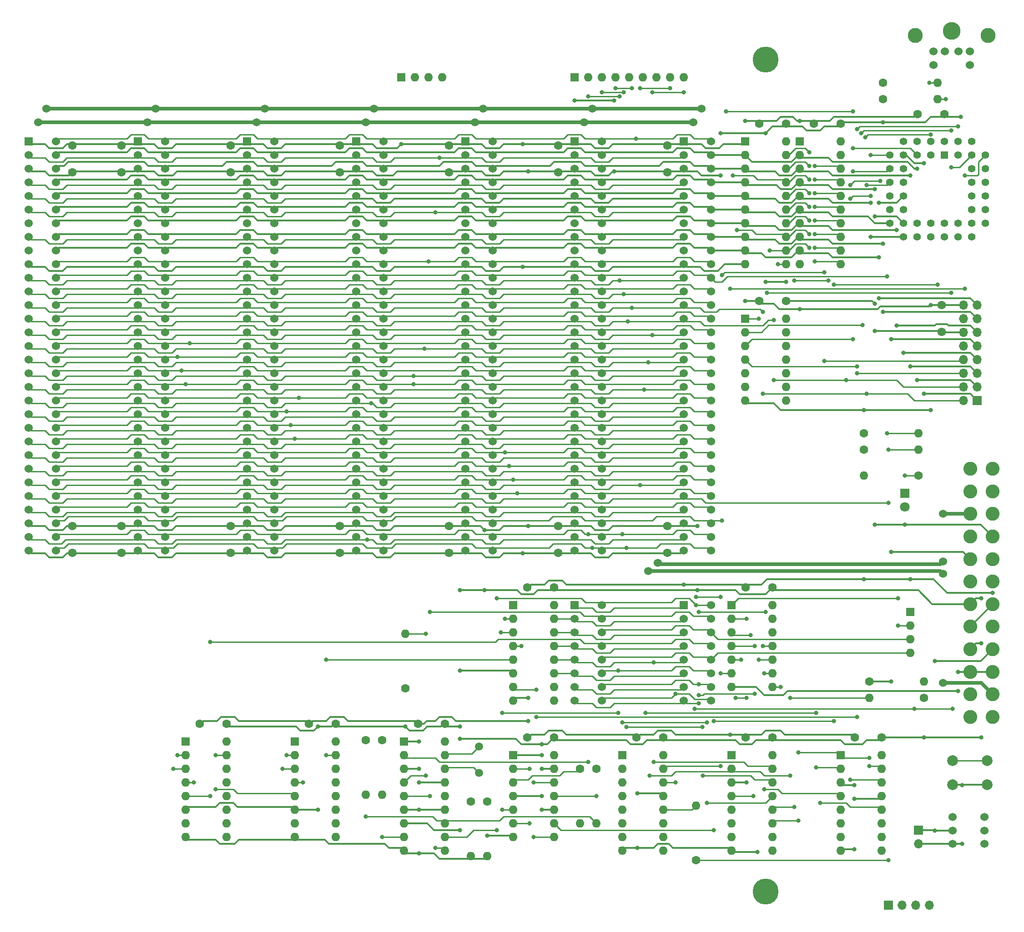
<source format=gbr>
G04 #@! TF.GenerationSoftware,KiCad,Pcbnew,(5.1.8)-1*
G04 #@! TF.CreationDate,2021-12-17T11:47:49-07:00*
G04 #@! TF.ProjectId,Multi,4d756c74-692e-46b6-9963-61645f706362,rev?*
G04 #@! TF.SameCoordinates,Original*
G04 #@! TF.FileFunction,Copper,L1,Top*
G04 #@! TF.FilePolarity,Positive*
%FSLAX46Y46*%
G04 Gerber Fmt 4.6, Leading zero omitted, Abs format (unit mm)*
G04 Created by KiCad (PCBNEW (5.1.8)-1) date 2021-12-17 11:47:49*
%MOMM*%
%LPD*%
G01*
G04 APERTURE LIST*
G04 #@! TA.AperFunction,ComponentPad*
%ADD10O,1.600000X1.600000*%
G04 #@! TD*
G04 #@! TA.AperFunction,ComponentPad*
%ADD11R,1.600000X1.600000*%
G04 #@! TD*
G04 #@! TA.AperFunction,ComponentPad*
%ADD12C,1.600000*%
G04 #@! TD*
G04 #@! TA.AperFunction,ComponentPad*
%ADD13C,1.524000*%
G04 #@! TD*
G04 #@! TA.AperFunction,ComponentPad*
%ADD14R,1.524000X1.524000*%
G04 #@! TD*
G04 #@! TA.AperFunction,ComponentPad*
%ADD15C,4.826000*%
G04 #@! TD*
G04 #@! TA.AperFunction,ComponentPad*
%ADD16O,1.700000X1.700000*%
G04 #@! TD*
G04 #@! TA.AperFunction,ComponentPad*
%ADD17R,1.700000X1.700000*%
G04 #@! TD*
G04 #@! TA.AperFunction,ComponentPad*
%ADD18C,2.000000*%
G04 #@! TD*
G04 #@! TA.AperFunction,ComponentPad*
%ADD19C,1.800000*%
G04 #@! TD*
G04 #@! TA.AperFunction,ComponentPad*
%ADD20R,1.800000X1.800000*%
G04 #@! TD*
G04 #@! TA.AperFunction,ComponentPad*
%ADD21C,2.590800*%
G04 #@! TD*
G04 #@! TA.AperFunction,ComponentPad*
%ADD22C,2.794000*%
G04 #@! TD*
G04 #@! TA.AperFunction,ComponentPad*
%ADD23C,3.302000*%
G04 #@! TD*
G04 #@! TA.AperFunction,ComponentPad*
%ADD24C,1.500000*%
G04 #@! TD*
G04 #@! TA.AperFunction,ComponentPad*
%ADD25R,1.422400X1.422400*%
G04 #@! TD*
G04 #@! TA.AperFunction,ComponentPad*
%ADD26C,1.422400*%
G04 #@! TD*
G04 #@! TA.AperFunction,ViaPad*
%ADD27C,0.800000*%
G04 #@! TD*
G04 #@! TA.AperFunction,Conductor*
%ADD28C,0.330200*%
G04 #@! TD*
G04 #@! TA.AperFunction,Conductor*
%ADD29C,0.250000*%
G04 #@! TD*
G04 #@! TA.AperFunction,Conductor*
%ADD30C,0.635000*%
G04 #@! TD*
G04 #@! TA.AperFunction,Conductor*
%ADD31C,0.304800*%
G04 #@! TD*
G04 APERTURE END LIST*
D10*
G04 #@! TO.P,U2,20*
G04 #@! TO.N,/5+*
X111506000Y-43942000D03*
G04 #@! TO.P,U2,10*
G04 #@! TO.N,/GND*
X103886000Y-66802000D03*
G04 #@! TO.P,U2,19*
G04 #@! TO.N,/PORT_61_RD*
X111506000Y-46482000D03*
G04 #@! TO.P,U2,9*
G04 #@! TO.N,/D0*
X103886000Y-64262000D03*
G04 #@! TO.P,U2,18*
G04 #@! TO.N,/PORT_61_7*
X111506000Y-49022000D03*
G04 #@! TO.P,U2,8*
G04 #@! TO.N,/D1*
X103886000Y-61722000D03*
G04 #@! TO.P,U2,17*
G04 #@! TO.N,/PORT_61_6*
X111506000Y-51562000D03*
G04 #@! TO.P,U2,7*
G04 #@! TO.N,/D2*
X103886000Y-59182000D03*
G04 #@! TO.P,U2,16*
G04 #@! TO.N,/NMI_EN*
X111506000Y-54102000D03*
G04 #@! TO.P,U2,6*
G04 #@! TO.N,/D3*
X103886000Y-56642000D03*
G04 #@! TO.P,U2,15*
G04 #@! TO.N,/PORT_61_4*
X111506000Y-56642000D03*
G04 #@! TO.P,U2,5*
G04 #@! TO.N,/D4*
X103886000Y-54102000D03*
G04 #@! TO.P,U2,14*
G04 #@! TO.N,/PORT_61_3*
X111506000Y-59182000D03*
G04 #@! TO.P,U2,4*
G04 #@! TO.N,/D5*
X103886000Y-51562000D03*
G04 #@! TO.P,U2,13*
G04 #@! TO.N,/PORT_61_2*
X111506000Y-61722000D03*
G04 #@! TO.P,U2,3*
G04 #@! TO.N,/D6*
X103886000Y-49022000D03*
G04 #@! TO.P,U2,12*
G04 #@! TO.N,/SPK_EN*
X111506000Y-64262000D03*
G04 #@! TO.P,U2,2*
G04 #@! TO.N,/D7*
X103886000Y-46482000D03*
G04 #@! TO.P,U2,11*
G04 #@! TO.N,/SPK_GO*
X111506000Y-66802000D03*
D11*
G04 #@! TO.P,U2,1*
G04 #@! TO.N,/GND*
X103886000Y-43942000D03*
G04 #@! TD*
D10*
G04 #@! TO.P,U1,16*
G04 #@! TO.N,Net-(U1-Pad16)*
X119126000Y-158242000D03*
G04 #@! TO.P,U1,8*
G04 #@! TO.N,/GND*
X111506000Y-176022000D03*
G04 #@! TO.P,U1,15*
G04 #@! TO.N,/IO_0061*
X119126000Y-160782000D03*
G04 #@! TO.P,U1,7*
G04 #@! TO.N,Net-(U1-Pad7)*
X111506000Y-173482000D03*
G04 #@! TO.P,U1,14*
G04 #@! TO.N,/IORD*
X119126000Y-163322000D03*
G04 #@! TO.P,U1,6*
G04 #@! TO.N,Net-(U1-Pad6)*
X111506000Y-170942000D03*
G04 #@! TO.P,U1,13*
G04 #@! TO.N,/GND*
X119126000Y-165862000D03*
G04 #@! TO.P,U1,5*
G04 #@! TO.N,Net-(U1-Pad5)*
X111506000Y-168402000D03*
G04 #@! TO.P,U1,12*
G04 #@! TO.N,/PORT_61_RD*
X119126000Y-168402000D03*
G04 #@! TO.P,U1,4*
G04 #@! TO.N,/PORT_0X61_EN*
X111506000Y-165862000D03*
G04 #@! TO.P,U1,11*
G04 #@! TO.N,Net-(U1-Pad11)*
X119126000Y-170942000D03*
G04 #@! TO.P,U1,3*
G04 #@! TO.N,/GND*
X111506000Y-163322000D03*
G04 #@! TO.P,U1,10*
G04 #@! TO.N,Net-(U1-Pad10)*
X119126000Y-173482000D03*
G04 #@! TO.P,U1,2*
G04 #@! TO.N,/IOWR*
X111506000Y-160782000D03*
G04 #@! TO.P,U1,9*
G04 #@! TO.N,Net-(U1-Pad9)*
X119126000Y-176022000D03*
D11*
G04 #@! TO.P,U1,1*
G04 #@! TO.N,/IO_0061*
X111506000Y-158242000D03*
G04 #@! TD*
D12*
G04 #@! TO.P,C19,2*
G04 #@! TO.N,/5+*
X111506000Y-40640000D03*
G04 #@! TO.P,C19,1*
G04 #@! TO.N,/GND*
X106506000Y-40640000D03*
G04 #@! TD*
G04 #@! TO.P,C18,2*
G04 #@! TO.N,/5+*
X119126000Y-154940000D03*
G04 #@! TO.P,C18,1*
G04 #@! TO.N,/GND*
X114126000Y-154940000D03*
G04 #@! TD*
D10*
G04 #@! TO.P,RN3,4*
G04 #@! TO.N,/DRQ0*
X124460000Y-139192000D03*
G04 #@! TO.P,RN3,3*
G04 #@! TO.N,/HOLD*
X124460000Y-136652000D03*
G04 #@! TO.P,RN3,2*
G04 #@! TO.N,/NMI_EN*
X124460000Y-134112000D03*
D11*
G04 #@! TO.P,RN3,1*
G04 #@! TO.N,/GND*
X124460000Y-131572000D03*
G04 #@! TD*
D13*
G04 #@! TO.P,R,1*
G04 #@! TO.N,/12+*
X-36322000Y-37846000D03*
G04 #@! TD*
G04 #@! TO.P,R,1*
G04 #@! TO.N,/12-*
X-37846000Y-40386000D03*
G04 #@! TD*
G04 #@! TO.P,R,1*
G04 #@! TO.N,/12+*
X-16002000Y-37846000D03*
G04 #@! TD*
G04 #@! TO.P,R,1*
G04 #@! TO.N,/12-*
X-17526000Y-40386000D03*
G04 #@! TD*
G04 #@! TO.P,R,1*
G04 #@! TO.N,/12+*
X4318000Y-37846000D03*
G04 #@! TD*
G04 #@! TO.P,R,1*
G04 #@! TO.N,/12-*
X2794000Y-40386000D03*
G04 #@! TD*
D12*
G04 #@! TO.P,C17,2*
G04 #@! TO.N,/5+*
X-2032000Y-49704000D03*
G04 #@! TO.P,C17,1*
G04 #@! TO.N,/GND*
X-2032000Y-44704000D03*
G04 #@! TD*
G04 #@! TO.P,C16,2*
G04 #@! TO.N,/5+*
X-2032000Y-115570000D03*
G04 #@! TO.P,C16,1*
G04 #@! TO.N,/GND*
X-2032000Y-120570000D03*
G04 #@! TD*
G04 #@! TO.P,C15,2*
G04 #@! TO.N,/5+*
X-22352000Y-49704000D03*
G04 #@! TO.P,C15,1*
G04 #@! TO.N,/GND*
X-22352000Y-44704000D03*
G04 #@! TD*
G04 #@! TO.P,C14,2*
G04 #@! TO.N,/5+*
X18288000Y-115570000D03*
G04 #@! TO.P,C14,1*
G04 #@! TO.N,/GND*
X18288000Y-120570000D03*
G04 #@! TD*
G04 #@! TO.P,C13,2*
G04 #@! TO.N,/5+*
X18288000Y-49704000D03*
G04 #@! TO.P,C13,1*
G04 #@! TO.N,/GND*
X18288000Y-44704000D03*
G04 #@! TD*
G04 #@! TO.P,C11,2*
G04 #@! TO.N,/5+*
X-22352000Y-115570000D03*
G04 #@! TO.P,C11,1*
G04 #@! TO.N,/GND*
X-22352000Y-120570000D03*
G04 #@! TD*
G04 #@! TO.P,C27,2*
G04 #@! TO.N,/5+*
X-31496000Y-115570000D03*
G04 #@! TO.P,C27,1*
G04 #@! TO.N,/GND*
X-31496000Y-120570000D03*
G04 #@! TD*
D13*
G04 #@! TO.P,J14,62*
G04 #@! TO.N,/A0*
X6096000Y-120142000D03*
G04 #@! TO.P,J14,61*
G04 #@! TO.N,/A1*
X6096000Y-117602000D03*
G04 #@! TO.P,J14,60*
G04 #@! TO.N,/A2*
X6096000Y-115062000D03*
G04 #@! TO.P,J14,59*
G04 #@! TO.N,/A3*
X6096000Y-112522000D03*
G04 #@! TO.P,J14,58*
G04 #@! TO.N,/A4*
X6096000Y-109982000D03*
G04 #@! TO.P,J14,57*
G04 #@! TO.N,/A5*
X6096000Y-107442000D03*
G04 #@! TO.P,J14,56*
G04 #@! TO.N,/A6*
X6096000Y-104902000D03*
G04 #@! TO.P,J14,55*
G04 #@! TO.N,/A7*
X6096000Y-102362000D03*
G04 #@! TO.P,J14,54*
G04 #@! TO.N,/A8*
X6096000Y-99822000D03*
G04 #@! TO.P,J14,53*
G04 #@! TO.N,/A9*
X6096000Y-97282000D03*
G04 #@! TO.P,J14,52*
G04 #@! TO.N,/A10*
X6096000Y-94742000D03*
G04 #@! TO.P,J14,51*
G04 #@! TO.N,/A11*
X6096000Y-92202000D03*
G04 #@! TO.P,J14,50*
G04 #@! TO.N,/A12*
X6096000Y-89662000D03*
G04 #@! TO.P,J14,49*
G04 #@! TO.N,/A13*
X6096000Y-87122000D03*
G04 #@! TO.P,J14,48*
G04 #@! TO.N,/A14*
X6096000Y-84582000D03*
G04 #@! TO.P,J14,47*
G04 #@! TO.N,/A15*
X6096000Y-82042000D03*
G04 #@! TO.P,J14,46*
G04 #@! TO.N,/A16*
X6096000Y-79502000D03*
G04 #@! TO.P,J14,45*
G04 #@! TO.N,/A17*
X6096000Y-76962000D03*
G04 #@! TO.P,J14,44*
G04 #@! TO.N,/A18*
X6096000Y-74422000D03*
G04 #@! TO.P,J14,43*
G04 #@! TO.N,/A19*
X6096000Y-71882000D03*
G04 #@! TO.P,J14,42*
G04 #@! TO.N,/AEN*
X6096000Y-69342000D03*
G04 #@! TO.P,J14,41*
G04 #@! TO.N,/RDY1*
X6096000Y-66802000D03*
G04 #@! TO.P,J14,40*
G04 #@! TO.N,/D0*
X6096000Y-64262000D03*
G04 #@! TO.P,J14,39*
G04 #@! TO.N,/D1*
X6096000Y-61722000D03*
G04 #@! TO.P,J14,38*
G04 #@! TO.N,/D2*
X6096000Y-59182000D03*
G04 #@! TO.P,J14,37*
G04 #@! TO.N,/D3*
X6096000Y-56642000D03*
G04 #@! TO.P,J14,36*
G04 #@! TO.N,/D4*
X6096000Y-54102000D03*
G04 #@! TO.P,J14,35*
G04 #@! TO.N,/D5*
X6096000Y-51562000D03*
G04 #@! TO.P,J14,34*
G04 #@! TO.N,/D6*
X6096000Y-49022000D03*
G04 #@! TO.P,J14,33*
G04 #@! TO.N,/D7*
X6096000Y-46482000D03*
G04 #@! TO.P,J14,32*
G04 #@! TO.N,/CH_CK*
X6096000Y-43942000D03*
G04 #@! TO.P,J14,31*
G04 #@! TO.N,/GND*
X1016000Y-120142000D03*
G04 #@! TO.P,J14,30*
G04 #@! TO.N,/OSC88*
X1016000Y-117602000D03*
G04 #@! TO.P,J14,29*
G04 #@! TO.N,/5+*
X1016000Y-115062000D03*
G04 #@! TO.P,J14,28*
G04 #@! TO.N,/ALE*
X1016000Y-112522000D03*
G04 #@! TO.P,J14,27*
G04 #@! TO.N,/TC*
X1016000Y-109982000D03*
G04 #@! TO.P,J14,26*
G04 #@! TO.N,/DACK2*
X1016000Y-107442000D03*
G04 #@! TO.P,J14,25*
G04 #@! TO.N,/IRQ3*
X1016000Y-104902000D03*
G04 #@! TO.P,J14,24*
G04 #@! TO.N,/IRQ4*
X1016000Y-102362000D03*
G04 #@! TO.P,J14,23*
G04 #@! TO.N,/IRQ5*
X1016000Y-99822000D03*
G04 #@! TO.P,J14,22*
G04 #@! TO.N,/IRQ6*
X1016000Y-97282000D03*
G04 #@! TO.P,J14,21*
G04 #@! TO.N,/IRQ7*
X1016000Y-94742000D03*
G04 #@! TO.P,J14,20*
G04 #@! TO.N,/CLK88*
X1016000Y-92202000D03*
G04 #@! TO.P,J14,19*
G04 #@! TO.N,/REFRQ*
X1016000Y-89662000D03*
G04 #@! TO.P,J14,18*
G04 #@! TO.N,/DRQ1*
X1016000Y-87122000D03*
G04 #@! TO.P,J14,17*
G04 #@! TO.N,/DACK1*
X1016000Y-84582000D03*
G04 #@! TO.P,J14,16*
G04 #@! TO.N,/DRQ3*
X1016000Y-82042000D03*
G04 #@! TO.P,J14,15*
G04 #@! TO.N,/DACK3*
X1016000Y-79502000D03*
G04 #@! TO.P,J14,14*
G04 #@! TO.N,/IORD*
X1016000Y-76962000D03*
G04 #@! TO.P,J14,13*
G04 #@! TO.N,/IOWR*
X1016000Y-74422000D03*
G04 #@! TO.P,J14,12*
G04 #@! TO.N,/MRD*
X1016000Y-71882000D03*
G04 #@! TO.P,J14,11*
G04 #@! TO.N,/MWR*
X1016000Y-69342000D03*
G04 #@! TO.P,J14,10*
G04 #@! TO.N,/GND*
X1016000Y-66802000D03*
G04 #@! TO.P,J14,9*
G04 #@! TO.N,/12+*
X1016000Y-64262000D03*
G04 #@! TO.P,J14,8*
G04 #@! TO.N,/NC*
X1016000Y-61722000D03*
G04 #@! TO.P,J14,7*
G04 #@! TO.N,/12-*
X1016000Y-59182000D03*
G04 #@! TO.P,J14,6*
G04 #@! TO.N,/DRQ2*
X1016000Y-56642000D03*
G04 #@! TO.P,J14,5*
G04 #@! TO.N,/5-*
X1016000Y-54102000D03*
G04 #@! TO.P,J14,4*
G04 #@! TO.N,/IRQ2*
X1016000Y-51562000D03*
G04 #@! TO.P,J14,3*
G04 #@! TO.N,/5+*
X1016000Y-49022000D03*
G04 #@! TO.P,J14,2*
G04 #@! TO.N,/RESOUT*
X1016000Y-46482000D03*
D14*
G04 #@! TO.P,J14,1*
G04 #@! TO.N,/GND*
X1016000Y-43942000D03*
G04 #@! TD*
D13*
G04 #@! TO.P,J13,62*
G04 #@! TO.N,/A0*
X-14224000Y-120142000D03*
G04 #@! TO.P,J13,61*
G04 #@! TO.N,/A1*
X-14224000Y-117602000D03*
G04 #@! TO.P,J13,60*
G04 #@! TO.N,/A2*
X-14224000Y-115062000D03*
G04 #@! TO.P,J13,59*
G04 #@! TO.N,/A3*
X-14224000Y-112522000D03*
G04 #@! TO.P,J13,58*
G04 #@! TO.N,/A4*
X-14224000Y-109982000D03*
G04 #@! TO.P,J13,57*
G04 #@! TO.N,/A5*
X-14224000Y-107442000D03*
G04 #@! TO.P,J13,56*
G04 #@! TO.N,/A6*
X-14224000Y-104902000D03*
G04 #@! TO.P,J13,55*
G04 #@! TO.N,/A7*
X-14224000Y-102362000D03*
G04 #@! TO.P,J13,54*
G04 #@! TO.N,/A8*
X-14224000Y-99822000D03*
G04 #@! TO.P,J13,53*
G04 #@! TO.N,/A9*
X-14224000Y-97282000D03*
G04 #@! TO.P,J13,52*
G04 #@! TO.N,/A10*
X-14224000Y-94742000D03*
G04 #@! TO.P,J13,51*
G04 #@! TO.N,/A11*
X-14224000Y-92202000D03*
G04 #@! TO.P,J13,50*
G04 #@! TO.N,/A12*
X-14224000Y-89662000D03*
G04 #@! TO.P,J13,49*
G04 #@! TO.N,/A13*
X-14224000Y-87122000D03*
G04 #@! TO.P,J13,48*
G04 #@! TO.N,/A14*
X-14224000Y-84582000D03*
G04 #@! TO.P,J13,47*
G04 #@! TO.N,/A15*
X-14224000Y-82042000D03*
G04 #@! TO.P,J13,46*
G04 #@! TO.N,/A16*
X-14224000Y-79502000D03*
G04 #@! TO.P,J13,45*
G04 #@! TO.N,/A17*
X-14224000Y-76962000D03*
G04 #@! TO.P,J13,44*
G04 #@! TO.N,/A18*
X-14224000Y-74422000D03*
G04 #@! TO.P,J13,43*
G04 #@! TO.N,/A19*
X-14224000Y-71882000D03*
G04 #@! TO.P,J13,42*
G04 #@! TO.N,/AEN*
X-14224000Y-69342000D03*
G04 #@! TO.P,J13,41*
G04 #@! TO.N,/RDY1*
X-14224000Y-66802000D03*
G04 #@! TO.P,J13,40*
G04 #@! TO.N,/D0*
X-14224000Y-64262000D03*
G04 #@! TO.P,J13,39*
G04 #@! TO.N,/D1*
X-14224000Y-61722000D03*
G04 #@! TO.P,J13,38*
G04 #@! TO.N,/D2*
X-14224000Y-59182000D03*
G04 #@! TO.P,J13,37*
G04 #@! TO.N,/D3*
X-14224000Y-56642000D03*
G04 #@! TO.P,J13,36*
G04 #@! TO.N,/D4*
X-14224000Y-54102000D03*
G04 #@! TO.P,J13,35*
G04 #@! TO.N,/D5*
X-14224000Y-51562000D03*
G04 #@! TO.P,J13,34*
G04 #@! TO.N,/D6*
X-14224000Y-49022000D03*
G04 #@! TO.P,J13,33*
G04 #@! TO.N,/D7*
X-14224000Y-46482000D03*
G04 #@! TO.P,J13,32*
G04 #@! TO.N,/CH_CK*
X-14224000Y-43942000D03*
G04 #@! TO.P,J13,31*
G04 #@! TO.N,/GND*
X-19304000Y-120142000D03*
G04 #@! TO.P,J13,30*
G04 #@! TO.N,/OSC88*
X-19304000Y-117602000D03*
G04 #@! TO.P,J13,29*
G04 #@! TO.N,/5+*
X-19304000Y-115062000D03*
G04 #@! TO.P,J13,28*
G04 #@! TO.N,/ALE*
X-19304000Y-112522000D03*
G04 #@! TO.P,J13,27*
G04 #@! TO.N,/TC*
X-19304000Y-109982000D03*
G04 #@! TO.P,J13,26*
G04 #@! TO.N,/DACK2*
X-19304000Y-107442000D03*
G04 #@! TO.P,J13,25*
G04 #@! TO.N,/IRQ3*
X-19304000Y-104902000D03*
G04 #@! TO.P,J13,24*
G04 #@! TO.N,/IRQ4*
X-19304000Y-102362000D03*
G04 #@! TO.P,J13,23*
G04 #@! TO.N,/IRQ5*
X-19304000Y-99822000D03*
G04 #@! TO.P,J13,22*
G04 #@! TO.N,/IRQ6*
X-19304000Y-97282000D03*
G04 #@! TO.P,J13,21*
G04 #@! TO.N,/IRQ7*
X-19304000Y-94742000D03*
G04 #@! TO.P,J13,20*
G04 #@! TO.N,/CLK88*
X-19304000Y-92202000D03*
G04 #@! TO.P,J13,19*
G04 #@! TO.N,/REFRQ*
X-19304000Y-89662000D03*
G04 #@! TO.P,J13,18*
G04 #@! TO.N,/DRQ1*
X-19304000Y-87122000D03*
G04 #@! TO.P,J13,17*
G04 #@! TO.N,/DACK1*
X-19304000Y-84582000D03*
G04 #@! TO.P,J13,16*
G04 #@! TO.N,/DRQ3*
X-19304000Y-82042000D03*
G04 #@! TO.P,J13,15*
G04 #@! TO.N,/DACK3*
X-19304000Y-79502000D03*
G04 #@! TO.P,J13,14*
G04 #@! TO.N,/IORD*
X-19304000Y-76962000D03*
G04 #@! TO.P,J13,13*
G04 #@! TO.N,/IOWR*
X-19304000Y-74422000D03*
G04 #@! TO.P,J13,12*
G04 #@! TO.N,/MRD*
X-19304000Y-71882000D03*
G04 #@! TO.P,J13,11*
G04 #@! TO.N,/MWR*
X-19304000Y-69342000D03*
G04 #@! TO.P,J13,10*
G04 #@! TO.N,/GND*
X-19304000Y-66802000D03*
G04 #@! TO.P,J13,9*
G04 #@! TO.N,/12+*
X-19304000Y-64262000D03*
G04 #@! TO.P,J13,8*
G04 #@! TO.N,/NC*
X-19304000Y-61722000D03*
G04 #@! TO.P,J13,7*
G04 #@! TO.N,/12-*
X-19304000Y-59182000D03*
G04 #@! TO.P,J13,6*
G04 #@! TO.N,/DRQ2*
X-19304000Y-56642000D03*
G04 #@! TO.P,J13,5*
G04 #@! TO.N,/5-*
X-19304000Y-54102000D03*
G04 #@! TO.P,J13,4*
G04 #@! TO.N,/IRQ2*
X-19304000Y-51562000D03*
G04 #@! TO.P,J13,3*
G04 #@! TO.N,/5+*
X-19304000Y-49022000D03*
G04 #@! TO.P,J13,2*
G04 #@! TO.N,/RESOUT*
X-19304000Y-46482000D03*
D14*
G04 #@! TO.P,J13,1*
G04 #@! TO.N,/GND*
X-19304000Y-43942000D03*
G04 #@! TD*
D13*
G04 #@! TO.P,J12,62*
G04 #@! TO.N,/A0*
X-34544000Y-120142000D03*
G04 #@! TO.P,J12,61*
G04 #@! TO.N,/A1*
X-34544000Y-117602000D03*
G04 #@! TO.P,J12,60*
G04 #@! TO.N,/A2*
X-34544000Y-115062000D03*
G04 #@! TO.P,J12,59*
G04 #@! TO.N,/A3*
X-34544000Y-112522000D03*
G04 #@! TO.P,J12,58*
G04 #@! TO.N,/A4*
X-34544000Y-109982000D03*
G04 #@! TO.P,J12,57*
G04 #@! TO.N,/A5*
X-34544000Y-107442000D03*
G04 #@! TO.P,J12,56*
G04 #@! TO.N,/A6*
X-34544000Y-104902000D03*
G04 #@! TO.P,J12,55*
G04 #@! TO.N,/A7*
X-34544000Y-102362000D03*
G04 #@! TO.P,J12,54*
G04 #@! TO.N,/A8*
X-34544000Y-99822000D03*
G04 #@! TO.P,J12,53*
G04 #@! TO.N,/A9*
X-34544000Y-97282000D03*
G04 #@! TO.P,J12,52*
G04 #@! TO.N,/A10*
X-34544000Y-94742000D03*
G04 #@! TO.P,J12,51*
G04 #@! TO.N,/A11*
X-34544000Y-92202000D03*
G04 #@! TO.P,J12,50*
G04 #@! TO.N,/A12*
X-34544000Y-89662000D03*
G04 #@! TO.P,J12,49*
G04 #@! TO.N,/A13*
X-34544000Y-87122000D03*
G04 #@! TO.P,J12,48*
G04 #@! TO.N,/A14*
X-34544000Y-84582000D03*
G04 #@! TO.P,J12,47*
G04 #@! TO.N,/A15*
X-34544000Y-82042000D03*
G04 #@! TO.P,J12,46*
G04 #@! TO.N,/A16*
X-34544000Y-79502000D03*
G04 #@! TO.P,J12,45*
G04 #@! TO.N,/A17*
X-34544000Y-76962000D03*
G04 #@! TO.P,J12,44*
G04 #@! TO.N,/A18*
X-34544000Y-74422000D03*
G04 #@! TO.P,J12,43*
G04 #@! TO.N,/A19*
X-34544000Y-71882000D03*
G04 #@! TO.P,J12,42*
G04 #@! TO.N,/AEN*
X-34544000Y-69342000D03*
G04 #@! TO.P,J12,41*
G04 #@! TO.N,/RDY1*
X-34544000Y-66802000D03*
G04 #@! TO.P,J12,40*
G04 #@! TO.N,/D0*
X-34544000Y-64262000D03*
G04 #@! TO.P,J12,39*
G04 #@! TO.N,/D1*
X-34544000Y-61722000D03*
G04 #@! TO.P,J12,38*
G04 #@! TO.N,/D2*
X-34544000Y-59182000D03*
G04 #@! TO.P,J12,37*
G04 #@! TO.N,/D3*
X-34544000Y-56642000D03*
G04 #@! TO.P,J12,36*
G04 #@! TO.N,/D4*
X-34544000Y-54102000D03*
G04 #@! TO.P,J12,35*
G04 #@! TO.N,/D5*
X-34544000Y-51562000D03*
G04 #@! TO.P,J12,34*
G04 #@! TO.N,/D6*
X-34544000Y-49022000D03*
G04 #@! TO.P,J12,33*
G04 #@! TO.N,/D7*
X-34544000Y-46482000D03*
G04 #@! TO.P,J12,32*
G04 #@! TO.N,/CH_CK*
X-34544000Y-43942000D03*
G04 #@! TO.P,J12,31*
G04 #@! TO.N,/GND*
X-39624000Y-120142000D03*
G04 #@! TO.P,J12,30*
G04 #@! TO.N,/OSC88*
X-39624000Y-117602000D03*
G04 #@! TO.P,J12,29*
G04 #@! TO.N,/5+*
X-39624000Y-115062000D03*
G04 #@! TO.P,J12,28*
G04 #@! TO.N,/ALE*
X-39624000Y-112522000D03*
G04 #@! TO.P,J12,27*
G04 #@! TO.N,/TC*
X-39624000Y-109982000D03*
G04 #@! TO.P,J12,26*
G04 #@! TO.N,/DACK2*
X-39624000Y-107442000D03*
G04 #@! TO.P,J12,25*
G04 #@! TO.N,/IRQ3*
X-39624000Y-104902000D03*
G04 #@! TO.P,J12,24*
G04 #@! TO.N,/IRQ4*
X-39624000Y-102362000D03*
G04 #@! TO.P,J12,23*
G04 #@! TO.N,/IRQ5*
X-39624000Y-99822000D03*
G04 #@! TO.P,J12,22*
G04 #@! TO.N,/IRQ6*
X-39624000Y-97282000D03*
G04 #@! TO.P,J12,21*
G04 #@! TO.N,/IRQ7*
X-39624000Y-94742000D03*
G04 #@! TO.P,J12,20*
G04 #@! TO.N,/CLK88*
X-39624000Y-92202000D03*
G04 #@! TO.P,J12,19*
G04 #@! TO.N,/REFRQ*
X-39624000Y-89662000D03*
G04 #@! TO.P,J12,18*
G04 #@! TO.N,/DRQ1*
X-39624000Y-87122000D03*
G04 #@! TO.P,J12,17*
G04 #@! TO.N,/DACK1*
X-39624000Y-84582000D03*
G04 #@! TO.P,J12,16*
G04 #@! TO.N,/DRQ3*
X-39624000Y-82042000D03*
G04 #@! TO.P,J12,15*
G04 #@! TO.N,/DACK3*
X-39624000Y-79502000D03*
G04 #@! TO.P,J12,14*
G04 #@! TO.N,/IORD*
X-39624000Y-76962000D03*
G04 #@! TO.P,J12,13*
G04 #@! TO.N,/IOWR*
X-39624000Y-74422000D03*
G04 #@! TO.P,J12,12*
G04 #@! TO.N,/MRD*
X-39624000Y-71882000D03*
G04 #@! TO.P,J12,11*
G04 #@! TO.N,/MWR*
X-39624000Y-69342000D03*
G04 #@! TO.P,J12,10*
G04 #@! TO.N,/GND*
X-39624000Y-66802000D03*
G04 #@! TO.P,J12,9*
G04 #@! TO.N,/12+*
X-39624000Y-64262000D03*
G04 #@! TO.P,J12,8*
G04 #@! TO.N,/NC*
X-39624000Y-61722000D03*
G04 #@! TO.P,J12,7*
G04 #@! TO.N,/12-*
X-39624000Y-59182000D03*
G04 #@! TO.P,J12,6*
G04 #@! TO.N,/DRQ2*
X-39624000Y-56642000D03*
G04 #@! TO.P,J12,5*
G04 #@! TO.N,/5-*
X-39624000Y-54102000D03*
G04 #@! TO.P,J12,4*
G04 #@! TO.N,/IRQ2*
X-39624000Y-51562000D03*
G04 #@! TO.P,J12,3*
G04 #@! TO.N,/5+*
X-39624000Y-49022000D03*
G04 #@! TO.P,J12,2*
G04 #@! TO.N,/RESOUT*
X-39624000Y-46482000D03*
D14*
G04 #@! TO.P,J12,1*
G04 #@! TO.N,/GND*
X-39624000Y-43942000D03*
G04 #@! TD*
D13*
G04 #@! TO.P,J11,16*
G04 #@! TO.N,/RESET*
X67056000Y-130302000D03*
G04 #@! TO.P,J11,15*
G04 #@! TO.N,/READY*
X67056000Y-132842000D03*
D14*
G04 #@! TO.P,J11,1*
G04 #@! TO.N,/IRQ1*
X61976000Y-130302000D03*
D13*
G04 #@! TO.P,J11,2*
G04 #@! TO.N,/IO_000X*
X61976000Y-132842000D03*
G04 #@! TO.P,J11,3*
G04 #@! TO.N,/IO_002X*
X61976000Y-135382000D03*
G04 #@! TO.P,J11,4*
G04 #@! TO.N,/IO_004X*
X61976000Y-137922000D03*
G04 #@! TO.P,J11,5*
G04 #@! TO.N,/IO_006X*
X61976000Y-140462000D03*
G04 #@! TO.P,J11,6*
G04 #@! TO.N,/IO_008X*
X61976000Y-143002000D03*
G04 #@! TO.P,J11,7*
G04 #@! TO.N,/NC_1*
X61976000Y-145542000D03*
G04 #@! TO.P,J11,8*
G04 #@! TO.N,/NMI*
X61976000Y-148082000D03*
G04 #@! TO.P,J11,9*
G04 #@! TO.N,/SPK_OUT*
X67056000Y-148082000D03*
G04 #@! TO.P,J11,10*
G04 #@! TO.N,/SPK_GO*
X67056000Y-145542000D03*
G04 #@! TO.P,J11,11*
G04 #@! TO.N,/HF_PCLK*
X67056000Y-143002000D03*
G04 #@! TO.P,J11,12*
G04 #@! TO.N,/DRQ0*
X67056000Y-140462000D03*
G04 #@! TO.P,J11,13*
G04 #@! TO.N,/HOLDA*
X67056000Y-137922000D03*
G04 #@! TO.P,J11,14*
G04 #@! TO.N,/HOLD*
X67056000Y-135382000D03*
G04 #@! TD*
D15*
G04 #@! TO.P,REF\u002A\u002A,*
G04 #@! TO.N,/GND*
X97536000Y-183642000D03*
G04 #@! TD*
D10*
G04 #@! TO.P,RN1,4*
G04 #@! TO.N,/DRQ2*
X37338000Y-32004000D03*
G04 #@! TO.P,RN1,3*
G04 #@! TO.N,/DRQ3*
X34798000Y-32004000D03*
G04 #@! TO.P,RN1,2*
G04 #@! TO.N,/DRQ1*
X32258000Y-32004000D03*
D11*
G04 #@! TO.P,RN1,1*
G04 #@! TO.N,/GND*
X29718000Y-32004000D03*
G04 #@! TD*
D10*
G04 #@! TO.P,R13,2*
G04 #@! TO.N,/TC*
X125984000Y-101346000D03*
D12*
G04 #@! TO.P,R13,1*
G04 #@! TO.N,/GND*
X115824000Y-101346000D03*
G04 #@! TD*
D10*
G04 #@! TO.P,R12,2*
G04 #@! TO.N,/AEN*
X125984000Y-98298000D03*
D12*
G04 #@! TO.P,R12,1*
G04 #@! TO.N,/GND*
X115824000Y-98298000D03*
G04 #@! TD*
D10*
G04 #@! TO.P,RN2,9*
G04 #@! TO.N,/DACK3*
X82296000Y-32004000D03*
G04 #@! TO.P,RN2,8*
G04 #@! TO.N,/DACK2*
X79756000Y-32004000D03*
G04 #@! TO.P,RN2,7*
G04 #@! TO.N,/DACK1*
X77216000Y-32004000D03*
G04 #@! TO.P,RN2,6*
G04 #@! TO.N,/REFRQ*
X74676000Y-32004000D03*
G04 #@! TO.P,RN2,5*
G04 #@! TO.N,/IORD*
X72136000Y-32004000D03*
G04 #@! TO.P,RN2,4*
G04 #@! TO.N,/IOWR*
X69596000Y-32004000D03*
G04 #@! TO.P,RN2,3*
G04 #@! TO.N,/MRD*
X67056000Y-32004000D03*
G04 #@! TO.P,RN2,2*
G04 #@! TO.N,/MWR*
X64516000Y-32004000D03*
D11*
G04 #@! TO.P,RN2,1*
G04 #@! TO.N,/5+*
X61976000Y-32004000D03*
G04 #@! TD*
D13*
G04 #@! TO.P,R,1*
G04 #@! TO.N,/12+*
X130556000Y-113284000D03*
G04 #@! TD*
G04 #@! TO.P,R,1*
G04 #@! TO.N,/12+*
X130556000Y-122174000D03*
G04 #@! TD*
G04 #@! TO.P,R,1*
G04 #@! TO.N,/12-*
X130556000Y-144780000D03*
G04 #@! TD*
G04 #@! TO.P,R,1*
G04 #@! TO.N,/12-*
X130556000Y-124460000D03*
G04 #@! TD*
D10*
G04 #@! TO.P,R9,2*
G04 #@! TO.N,/T1*
X129540000Y-36040000D03*
D12*
G04 #@! TO.P,R9,1*
G04 #@! TO.N,/5+*
X119380000Y-36040000D03*
G04 #@! TD*
D10*
G04 #@! TO.P,R8,2*
G04 #@! TO.N,/T0*
X129540000Y-33020000D03*
D12*
G04 #@! TO.P,R8,1*
G04 #@! TO.N,/5+*
X119380000Y-33020000D03*
G04 #@! TD*
D10*
G04 #@! TO.P,R7,2*
G04 #@! TO.N,/CH_CK*
X116840000Y-147574000D03*
D12*
G04 #@! TO.P,R7,1*
G04 #@! TO.N,/5+*
X127000000Y-147574000D03*
G04 #@! TD*
D10*
G04 #@! TO.P,R6,2*
G04 #@! TO.N,/RDY1*
X30480000Y-135636000D03*
D12*
G04 #@! TO.P,R6,1*
G04 #@! TO.N,/5+*
X30480000Y-145796000D03*
G04 #@! TD*
D13*
G04 #@! TO.P,R,1*
G04 #@! TO.N,/12-*
X75692000Y-123952000D03*
G04 #@! TD*
G04 #@! TO.P,R,1*
G04 #@! TO.N,/12+*
X77470000Y-122428000D03*
G04 #@! TD*
D12*
G04 #@! TO.P,C10,2*
G04 #@! TO.N,/5+*
X130302000Y-79422000D03*
G04 #@! TO.P,C10,1*
G04 #@! TO.N,/GND*
X130302000Y-74422000D03*
G04 #@! TD*
G04 #@! TO.P,C9,2*
G04 #@! TO.N,/5+*
X130810000Y-38862000D03*
G04 #@! TO.P,C9,1*
G04 #@! TO.N,/GND*
X125810000Y-38862000D03*
G04 #@! TD*
D10*
G04 #@! TO.P,R4,2*
G04 #@! TO.N,/GND*
X42672000Y-177038000D03*
D12*
G04 #@! TO.P,R4,1*
G04 #@! TO.N,/X1_8284*
X42672000Y-166878000D03*
G04 #@! TD*
D10*
G04 #@! TO.P,R2,2*
G04 #@! TO.N,/GND*
X45720000Y-177038000D03*
D12*
G04 #@! TO.P,R2,1*
G04 #@! TO.N,/X2_8284*
X45720000Y-166878000D03*
G04 #@! TD*
D10*
G04 #@! TO.P,R18,2*
G04 #@! TO.N,/CLK*
X26162000Y-165608000D03*
D12*
G04 #@! TO.P,R18,1*
G04 #@! TO.N,/CLK88*
X26162000Y-155448000D03*
G04 #@! TD*
D10*
G04 #@! TO.P,R17,2*
G04 #@! TO.N,/PCLK*
X62992000Y-170942000D03*
D12*
G04 #@! TO.P,R17,1*
G04 #@! TO.N,/PCLK88*
X62992000Y-160782000D03*
G04 #@! TD*
D10*
G04 #@! TO.P,R14,2*
G04 #@! TO.N,/OSC*
X23114000Y-165608000D03*
D12*
G04 #@! TO.P,R14,1*
G04 #@! TO.N,/OSC88*
X23114000Y-155448000D03*
G04 #@! TD*
D10*
G04 #@! TO.P,R5,2*
G04 #@! TO.N,/RESET*
X127000000Y-144526000D03*
D12*
G04 #@! TO.P,R5,1*
G04 #@! TO.N,/POWER_GOOD*
X116840000Y-144526000D03*
G04 #@! TD*
D10*
G04 #@! TO.P,R3,2*
G04 #@! TO.N,/OSC*
X66040000Y-170942000D03*
D12*
G04 #@! TO.P,R3,1*
G04 #@! TO.N,/OSC88HF*
X66040000Y-160782000D03*
G04 #@! TD*
D10*
G04 #@! TO.P,U3,2*
G04 #@! TO.N,/SPK_PIN*
X84582000Y-167640000D03*
D12*
G04 #@! TO.P,U3,1*
G04 #@! TO.N,/SPK_PIN_O*
X84582000Y-177800000D03*
G04 #@! TD*
D16*
G04 #@! TO.P,J6,2*
G04 #@! TO.N,/GND*
X125984000Y-174752000D03*
D17*
G04 #@! TO.P,J6,1*
G04 #@! TO.N,/POWER_ON*
X125984000Y-172212000D03*
G04 #@! TD*
D16*
G04 #@! TO.P,J3,4*
G04 #@! TO.N,/5+*
X128016000Y-186182000D03*
G04 #@! TO.P,J3,3*
G04 #@! TO.N,/GND*
X125476000Y-186182000D03*
G04 #@! TO.P,J3,2*
G04 #@! TO.N,Net-(J3-Pad2)*
X122936000Y-186182000D03*
D17*
G04 #@! TO.P,J3,1*
G04 #@! TO.N,/SPK_PIN_O*
X120396000Y-186182000D03*
G04 #@! TD*
D12*
G04 #@! TO.P,C1,2*
G04 #@! TO.N,/5+*
X101346000Y-73660000D03*
G04 #@! TO.P,C1,1*
G04 #@! TO.N,/GND*
X96346000Y-73660000D03*
G04 #@! TD*
D10*
G04 #@! TO.P,U117,16*
G04 #@! TO.N,/5+*
X78486000Y-158242000D03*
G04 #@! TO.P,U117,8*
G04 #@! TO.N,/GND*
X70866000Y-176022000D03*
G04 #@! TO.P,U117,15*
G04 #@! TO.N,/SPK_EN_*
X78486000Y-160782000D03*
G04 #@! TO.P,U117,7*
G04 #@! TO.N,Net-(U117-Pad7)*
X70866000Y-173482000D03*
G04 #@! TO.P,U117,14*
G04 #@! TO.N,/SPK_OUT*
X78486000Y-163322000D03*
G04 #@! TO.P,U117,6*
G04 #@! TO.N,Net-(U117-Pad6)*
X70866000Y-170942000D03*
G04 #@! TO.P,U117,13*
G04 #@! TO.N,/GND*
X78486000Y-165862000D03*
G04 #@! TO.P,U117,5*
G04 #@! TO.N,Net-(U117-Pad5)*
X70866000Y-168402000D03*
G04 #@! TO.P,U117,12*
G04 #@! TO.N,/SPK_PIN*
X78486000Y-168402000D03*
G04 #@! TO.P,U117,4*
G04 #@! TO.N,Net-(U117-Pad4)*
X70866000Y-165862000D03*
G04 #@! TO.P,U117,11*
G04 #@! TO.N,Net-(U117-Pad11)*
X78486000Y-170942000D03*
G04 #@! TO.P,U117,3*
G04 #@! TO.N,Net-(U117-Pad3)*
X70866000Y-163322000D03*
G04 #@! TO.P,U117,10*
G04 #@! TO.N,Net-(U117-Pad10)*
X78486000Y-173482000D03*
G04 #@! TO.P,U117,2*
G04 #@! TO.N,Net-(U117-Pad2)*
X70866000Y-160782000D03*
G04 #@! TO.P,U117,9*
G04 #@! TO.N,Net-(U117-Pad9)*
X78486000Y-176022000D03*
D11*
G04 #@! TO.P,U117,1*
G04 #@! TO.N,Net-(U117-Pad1)*
X70866000Y-158242000D03*
G04 #@! TD*
D13*
G04 #@! TO.P,J10,16*
G04 #@! TO.N,/RESET*
X87376000Y-130302000D03*
G04 #@! TO.P,J10,15*
G04 #@! TO.N,/READY*
X87376000Y-132842000D03*
D14*
G04 #@! TO.P,J10,1*
G04 #@! TO.N,/IRQ1*
X82296000Y-130302000D03*
D13*
G04 #@! TO.P,J10,2*
G04 #@! TO.N,/IO_000X*
X82296000Y-132842000D03*
G04 #@! TO.P,J10,3*
G04 #@! TO.N,/IO_002X*
X82296000Y-135382000D03*
G04 #@! TO.P,J10,4*
G04 #@! TO.N,/IO_004X*
X82296000Y-137922000D03*
G04 #@! TO.P,J10,5*
G04 #@! TO.N,/IO_006X*
X82296000Y-140462000D03*
G04 #@! TO.P,J10,6*
G04 #@! TO.N,/IO_008X*
X82296000Y-143002000D03*
G04 #@! TO.P,J10,7*
G04 #@! TO.N,/NC_1*
X82296000Y-145542000D03*
G04 #@! TO.P,J10,8*
G04 #@! TO.N,/NMI*
X82296000Y-148082000D03*
G04 #@! TO.P,J10,9*
G04 #@! TO.N,/SPK_OUT*
X87376000Y-148082000D03*
G04 #@! TO.P,J10,10*
G04 #@! TO.N,/SPK_GO*
X87376000Y-145542000D03*
G04 #@! TO.P,J10,11*
G04 #@! TO.N,/HF_PCLK*
X87376000Y-143002000D03*
G04 #@! TO.P,J10,12*
G04 #@! TO.N,/DRQ0*
X87376000Y-140462000D03*
G04 #@! TO.P,J10,13*
G04 #@! TO.N,/HOLDA*
X87376000Y-137922000D03*
G04 #@! TO.P,J10,14*
G04 #@! TO.N,/HOLD*
X87376000Y-135382000D03*
G04 #@! TD*
D18*
G04 #@! TO.P,SW1,1*
G04 #@! TO.N,/RESET*
X138834000Y-159258000D03*
G04 #@! TO.P,SW1,2*
G04 #@! TO.N,/GND*
X138834000Y-163758000D03*
G04 #@! TO.P,SW1,1*
G04 #@! TO.N,/RESET*
X132334000Y-159258000D03*
G04 #@! TO.P,SW1,2*
G04 #@! TO.N,/GND*
X132334000Y-163758000D03*
G04 #@! TD*
D10*
G04 #@! TO.P,R1,2*
G04 #@! TO.N,/GND*
X115824000Y-106172000D03*
D12*
G04 #@! TO.P,R1,1*
G04 #@! TO.N,/LED_GND*
X125984000Y-106172000D03*
G04 #@! TD*
D19*
G04 #@! TO.P,D1,2*
G04 #@! TO.N,/5+*
X123444000Y-112014000D03*
D20*
G04 #@! TO.P,D1,1*
G04 #@! TO.N,/LED_GND*
X123444000Y-109474000D03*
G04 #@! TD*
D12*
G04 #@! TO.P,C7,2*
G04 #@! TO.N,/5+*
X101346000Y-40640000D03*
G04 #@! TO.P,C7,1*
G04 #@! TO.N,/GND*
X96346000Y-40640000D03*
G04 #@! TD*
D13*
G04 #@! TO.P,8x8mm1,6*
G04 #@! TO.N,Net-(8x8mm1-Pad6)*
X138334000Y-169752000D03*
G04 #@! TO.P,8x8mm1,5*
G04 #@! TO.N,Net-(8x8mm1-Pad5)*
X138334000Y-172252000D03*
G04 #@! TO.P,8x8mm1,4*
G04 #@! TO.N,Net-(8x8mm1-Pad4)*
X138334000Y-174752000D03*
G04 #@! TO.P,8x8mm1,3*
G04 #@! TO.N,/GND*
X132334000Y-174752000D03*
G04 #@! TO.P,8x8mm1,2*
G04 #@! TO.N,/POWER_ON*
X132334000Y-172252000D03*
G04 #@! TO.P,8x8mm1,1*
G04 #@! TO.N,Net-(8x8mm1-Pad1)*
X132334000Y-169752000D03*
G04 #@! TD*
D21*
G04 #@! TO.P,ATXPOWER1,14*
G04 #@! TO.N,/12-*
X139836000Y-146902000D03*
G04 #@! TO.P,ATXPOWER1,13*
G04 #@! TO.N,Net-(ATXPOWER1-Pad13)*
X139836000Y-151102000D03*
G04 #@! TO.P,ATXPOWER1,15*
G04 #@! TO.N,/GND*
X139836000Y-142702000D03*
G04 #@! TO.P,ATXPOWER1,24*
G04 #@! TO.N,Net-(ATXPOWER1-Pad24)*
X139836000Y-104902000D03*
G04 #@! TO.P,ATXPOWER1,23*
G04 #@! TO.N,Net-(ATXPOWER1-Pad23)*
X139836000Y-109102000D03*
G04 #@! TO.P,ATXPOWER1,22*
G04 #@! TO.N,Net-(ATXPOWER1-Pad22)*
X139836000Y-113302000D03*
G04 #@! TO.P,ATXPOWER1,21*
G04 #@! TO.N,/5+*
X139836000Y-117502000D03*
G04 #@! TO.P,ATXPOWER1,18*
G04 #@! TO.N,/GND*
X139836000Y-130102000D03*
G04 #@! TO.P,ATXPOWER1,20*
G04 #@! TO.N,Net-(ATXPOWER1-Pad20)*
X139836000Y-121702000D03*
G04 #@! TO.P,ATXPOWER1,19*
G04 #@! TO.N,/GND*
X139836000Y-125902000D03*
G04 #@! TO.P,ATXPOWER1,16*
G04 #@! TO.N,/POWER_ON*
X139836000Y-138502000D03*
G04 #@! TO.P,ATXPOWER1,17*
G04 #@! TO.N,Net-(ATXPOWER1-Pad17)*
X139836000Y-134302000D03*
G04 #@! TO.P,ATXPOWER1,1*
G04 #@! TO.N,Net-(ATXPOWER1-Pad1)*
X135636000Y-151102000D03*
G04 #@! TO.P,ATXPOWER1,2*
G04 #@! TO.N,Net-(ATXPOWER1-Pad2)*
X135636000Y-146902000D03*
G04 #@! TO.P,ATXPOWER1,3*
G04 #@! TO.N,/GND*
X135636000Y-142702000D03*
G04 #@! TO.P,ATXPOWER1,4*
G04 #@! TO.N,/5+*
X135636000Y-138502000D03*
G04 #@! TO.P,ATXPOWER1,5*
G04 #@! TO.N,/GND*
X135636000Y-134302000D03*
G04 #@! TO.P,ATXPOWER1,6*
G04 #@! TO.N,/5+*
X135636000Y-130102000D03*
G04 #@! TO.P,ATXPOWER1,7*
G04 #@! TO.N,Net-(ATXPOWER1-Pad7)*
X135636000Y-125902000D03*
G04 #@! TO.P,ATXPOWER1,8*
G04 #@! TO.N,/POWER_GOOD*
X135636000Y-121702000D03*
G04 #@! TO.P,ATXPOWER1,9*
G04 #@! TO.N,Net-(ATXPOWER1-Pad9)*
X135636000Y-117502000D03*
G04 #@! TO.P,ATXPOWER1,10*
G04 #@! TO.N,/12+*
X135636000Y-113302000D03*
G04 #@! TO.P,ATXPOWER1,11*
G04 #@! TO.N,Net-(ATXPOWER1-Pad11)*
X135636000Y-109102000D03*
G04 #@! TO.P,ATXPOWER1,12*
G04 #@! TO.N,Net-(ATXPOWER1-Pad12)*
X135636000Y-104902000D03*
G04 #@! TD*
D12*
G04 #@! TO.P,C29,2*
G04 #@! TO.N,/5+*
X38608000Y-115570000D03*
G04 #@! TO.P,C29,1*
G04 #@! TO.N,/GND*
X38608000Y-120570000D03*
G04 #@! TD*
G04 #@! TO.P,C28,2*
G04 #@! TO.N,/5+*
X58928000Y-115570000D03*
G04 #@! TO.P,C28,1*
G04 #@! TO.N,/GND*
X58928000Y-120570000D03*
G04 #@! TD*
G04 #@! TO.P,C26,2*
G04 #@! TO.N,/5+*
X79248000Y-115570000D03*
G04 #@! TO.P,C26,1*
G04 #@! TO.N,/GND*
X79248000Y-120570000D03*
G04 #@! TD*
G04 #@! TO.P,C25,2*
G04 #@! TO.N,/5+*
X38608000Y-49704000D03*
G04 #@! TO.P,C25,1*
G04 #@! TO.N,/GND*
X38608000Y-44704000D03*
G04 #@! TD*
G04 #@! TO.P,C24,2*
G04 #@! TO.N,/5+*
X-31496000Y-49704000D03*
G04 #@! TO.P,C24,1*
G04 #@! TO.N,/GND*
X-31496000Y-44704000D03*
G04 #@! TD*
G04 #@! TO.P,C23,2*
G04 #@! TO.N,/5+*
X79248000Y-49704000D03*
G04 #@! TO.P,C23,1*
G04 #@! TO.N,/GND*
X79248000Y-44704000D03*
G04 #@! TD*
G04 #@! TO.P,C22,2*
G04 #@! TO.N,/5+*
X58928000Y-49704000D03*
G04 #@! TO.P,C22,1*
G04 #@! TO.N,/GND*
X58928000Y-44704000D03*
G04 #@! TD*
D22*
G04 #@! TO.P,J2,*
G04 #@! TO.N,*
X125425200Y-24180800D03*
X138938000Y-24180800D03*
D23*
X132181600Y-23368000D03*
D13*
G04 #@! TO.P,J2,6*
G04 #@! TO.N,Net-(J2-Pad6)*
X135585200Y-29667200D03*
G04 #@! TO.P,J2,5*
G04 #@! TO.N,/T0*
X128778000Y-29667200D03*
G04 #@! TO.P,J2,2*
G04 #@! TO.N,Net-(J2-Pad2)*
X133477000Y-27178000D03*
G04 #@! TO.P,J2,1*
G04 #@! TO.N,/T1*
X130886200Y-27178000D03*
G04 #@! TO.P,J2,4*
G04 #@! TO.N,/5+*
X135585200Y-27178000D03*
G04 #@! TO.P,J2,3*
G04 #@! TO.N,/GND*
X128778000Y-27178000D03*
G04 #@! TD*
D11*
G04 #@! TO.P,U17,1*
G04 #@! TO.N,/NMI_EN_139*
X91186000Y-158242000D03*
D10*
G04 #@! TO.P,U17,9*
G04 #@! TO.N,Net-(U17-Pad9)*
X98806000Y-176022000D03*
G04 #@! TO.P,U17,2*
G04 #@! TO.N,/CH_CK*
X91186000Y-160782000D03*
G04 #@! TO.P,U17,10*
G04 #@! TO.N,Net-(U17-Pad10)*
X98806000Y-173482000D03*
G04 #@! TO.P,U17,3*
G04 #@! TO.N,/GND*
X91186000Y-163322000D03*
G04 #@! TO.P,U17,11*
G04 #@! TO.N,/IO_0061*
X98806000Y-170942000D03*
G04 #@! TO.P,U17,4*
G04 #@! TO.N,/NMI_INPUT*
X91186000Y-165862000D03*
G04 #@! TO.P,U17,12*
G04 #@! TO.N,/IO_0060*
X98806000Y-168402000D03*
G04 #@! TO.P,U17,5*
G04 #@! TO.N,Net-(U17-Pad5)*
X91186000Y-168402000D03*
G04 #@! TO.P,U17,13*
G04 #@! TO.N,/A1*
X98806000Y-165862000D03*
G04 #@! TO.P,U17,6*
G04 #@! TO.N,Net-(U17-Pad6)*
X91186000Y-170942000D03*
G04 #@! TO.P,U17,14*
G04 #@! TO.N,/A0*
X98806000Y-163322000D03*
G04 #@! TO.P,U17,7*
G04 #@! TO.N,Net-(U17-Pad7)*
X91186000Y-173482000D03*
G04 #@! TO.P,U17,15*
G04 #@! TO.N,/IO_006X*
X98806000Y-160782000D03*
G04 #@! TO.P,U17,8*
G04 #@! TO.N,/GND*
X91186000Y-176022000D03*
G04 #@! TO.P,U17,16*
G04 #@! TO.N,/5+*
X98806000Y-158242000D03*
G04 #@! TD*
D13*
G04 #@! TO.P,R,1*
G04 #@! TO.N,/12-*
X43434000Y-40386000D03*
G04 #@! TD*
G04 #@! TO.P,R,1*
G04 #@! TO.N,/12+*
X44958000Y-37846000D03*
G04 #@! TD*
G04 #@! TO.P,R,1*
G04 #@! TO.N,/12+*
X24638000Y-37846000D03*
G04 #@! TD*
G04 #@! TO.P,R,1*
G04 #@! TO.N,/12-*
X23114000Y-40386000D03*
G04 #@! TD*
D15*
G04 #@! TO.P,REF\u002A\u002A,*
G04 #@! TO.N,/GND*
X97536000Y-28702000D03*
G04 #@! TD*
D13*
G04 #@! TO.P,R,1*
G04 #@! TO.N,/12-*
X84074000Y-40386000D03*
G04 #@! TD*
G04 #@! TO.P,R,1*
G04 #@! TO.N,/12+*
X85598000Y-37846000D03*
G04 #@! TD*
G04 #@! TO.P,R,1*
G04 #@! TO.N,/12-*
X63754000Y-40386000D03*
G04 #@! TD*
G04 #@! TO.P,R,1*
G04 #@! TO.N,/12+*
X65278000Y-37846000D03*
G04 #@! TD*
D16*
G04 #@! TO.P,CH376,16*
G04 #@! TO.N,/GND*
X134366000Y-74422000D03*
G04 #@! TO.P,CH376,15*
G04 #@! TO.N,/D0*
X136906000Y-74422000D03*
G04 #@! TO.P,CH376,14*
G04 #@! TO.N,/GND*
X134366000Y-76962000D03*
G04 #@! TO.P,CH376,13*
G04 #@! TO.N,/D1*
X136906000Y-76962000D03*
G04 #@! TO.P,CH376,12*
G04 #@! TO.N,/5+*
X134366000Y-79502000D03*
G04 #@! TO.P,CH376,11*
G04 #@! TO.N,/D2*
X136906000Y-79502000D03*
G04 #@! TO.P,CH376,10*
G04 #@! TO.N,Net-(CH376-Pad10)*
X134366000Y-82042000D03*
G04 #@! TO.P,CH376,9*
G04 #@! TO.N,/D3*
X136906000Y-82042000D03*
G04 #@! TO.P,CH376,8*
G04 #@! TO.N,/A2*
X134366000Y-84582000D03*
G04 #@! TO.P,CH376,7*
G04 #@! TO.N,/D4*
X136906000Y-84582000D03*
G04 #@! TO.P,CH376,6*
G04 #@! TO.N,/IO_00EX*
X134366000Y-87122000D03*
G04 #@! TO.P,CH376,5*
G04 #@! TO.N,/D5*
X136906000Y-87122000D03*
G04 #@! TO.P,CH376,4*
G04 #@! TO.N,/IORD*
X134366000Y-89662000D03*
G04 #@! TO.P,CH376,3*
G04 #@! TO.N,/D6*
X136906000Y-89662000D03*
G04 #@! TO.P,CH376,2*
G04 #@! TO.N,/IOWR*
X134366000Y-92202000D03*
D17*
G04 #@! TO.P,CH376,1*
G04 #@! TO.N,/D7*
X136906000Y-92202000D03*
G04 #@! TD*
D10*
G04 #@! TO.P,U9,16*
G04 #@! TO.N,/5+*
X-2794000Y-155702000D03*
G04 #@! TO.P,U9,8*
G04 #@! TO.N,/GND*
X-10414000Y-173482000D03*
G04 #@! TO.P,U9,15*
G04 #@! TO.N,/IO_0XXX*
X-2794000Y-158242000D03*
G04 #@! TO.P,U9,7*
G04 #@! TO.N,Net-(U9-Pad7)*
X-10414000Y-170942000D03*
G04 #@! TO.P,U9,14*
G04 #@! TO.N,Net-(U9-Pad14)*
X-2794000Y-160782000D03*
G04 #@! TO.P,U9,6*
G04 #@! TO.N,/5+*
X-10414000Y-168402000D03*
G04 #@! TO.P,U9,13*
G04 #@! TO.N,Net-(U9-Pad13)*
X-2794000Y-163322000D03*
G04 #@! TO.P,U9,5*
G04 #@! TO.N,/HOLDA*
X-10414000Y-165862000D03*
G04 #@! TO.P,U9,12*
G04 #@! TO.N,Net-(U9-Pad12)*
X-2794000Y-165862000D03*
G04 #@! TO.P,U9,4*
G04 #@! TO.N,/A15*
X-10414000Y-163322000D03*
G04 #@! TO.P,U9,11*
G04 #@! TO.N,Net-(U9-Pad11)*
X-2794000Y-168402000D03*
G04 #@! TO.P,U9,3*
G04 #@! TO.N,/A14*
X-10414000Y-160782000D03*
G04 #@! TO.P,U9,10*
G04 #@! TO.N,Net-(U9-Pad10)*
X-2794000Y-170942000D03*
G04 #@! TO.P,U9,2*
G04 #@! TO.N,/A13*
X-10414000Y-158242000D03*
G04 #@! TO.P,U9,9*
G04 #@! TO.N,Net-(U9-Pad9)*
X-2794000Y-173482000D03*
D11*
G04 #@! TO.P,U9,1*
G04 #@! TO.N,/A12*
X-10414000Y-155702000D03*
G04 #@! TD*
G04 #@! TO.P,U11,1*
G04 #@! TO.N,/GND*
X30226000Y-155702000D03*
D10*
G04 #@! TO.P,U11,10*
G04 #@! TO.N,/RESOUT*
X37846000Y-176022000D03*
G04 #@! TO.P,U11,2*
G04 #@! TO.N,/PCLK*
X30226000Y-158242000D03*
G04 #@! TO.P,U11,11*
G04 #@! TO.N,/RESET*
X37846000Y-173482000D03*
G04 #@! TO.P,U11,3*
G04 #@! TO.N,/GND*
X30226000Y-160782000D03*
G04 #@! TO.P,U11,12*
G04 #@! TO.N,/OSC*
X37846000Y-170942000D03*
G04 #@! TO.P,U11,4*
G04 #@! TO.N,/RDY1*
X30226000Y-163322000D03*
G04 #@! TO.P,U11,13*
G04 #@! TO.N,/GND*
X37846000Y-168402000D03*
G04 #@! TO.P,U11,5*
G04 #@! TO.N,/READY*
X30226000Y-165862000D03*
G04 #@! TO.P,U11,14*
G04 #@! TO.N,Net-(U11-Pad14)*
X37846000Y-165862000D03*
G04 #@! TO.P,U11,6*
G04 #@! TO.N,/GND*
X30226000Y-168402000D03*
G04 #@! TO.P,U11,15*
X37846000Y-163322000D03*
G04 #@! TO.P,U11,7*
G04 #@! TO.N,/5+*
X30226000Y-170942000D03*
G04 #@! TO.P,U11,16*
G04 #@! TO.N,/X2_8284*
X37846000Y-160782000D03*
G04 #@! TO.P,U11,8*
G04 #@! TO.N,/CLK*
X30226000Y-173482000D03*
G04 #@! TO.P,U11,17*
G04 #@! TO.N,/X1_8284*
X37846000Y-158242000D03*
G04 #@! TO.P,U11,9*
G04 #@! TO.N,/GND*
X30226000Y-176022000D03*
G04 #@! TO.P,U11,18*
G04 #@! TO.N,/5+*
X37846000Y-155702000D03*
G04 #@! TD*
D11*
G04 #@! TO.P,U12,1*
G04 #@! TO.N,/A8*
X9906000Y-155702000D03*
D10*
G04 #@! TO.P,U12,9*
G04 #@! TO.N,Net-(U12-Pad9)*
X17526000Y-173482000D03*
G04 #@! TO.P,U12,2*
G04 #@! TO.N,/A9*
X9906000Y-158242000D03*
G04 #@! TO.P,U12,10*
G04 #@! TO.N,Net-(U12-Pad10)*
X17526000Y-170942000D03*
G04 #@! TO.P,U12,3*
G04 #@! TO.N,/A10*
X9906000Y-160782000D03*
G04 #@! TO.P,U12,11*
G04 #@! TO.N,Net-(U12-Pad11)*
X17526000Y-168402000D03*
G04 #@! TO.P,U12,4*
G04 #@! TO.N,/A11*
X9906000Y-163322000D03*
G04 #@! TO.P,U12,12*
G04 #@! TO.N,Net-(U12-Pad12)*
X17526000Y-165862000D03*
G04 #@! TO.P,U12,5*
G04 #@! TO.N,/IO_0XXX*
X9906000Y-165862000D03*
G04 #@! TO.P,U12,13*
G04 #@! TO.N,Net-(U12-Pad13)*
X17526000Y-163322000D03*
G04 #@! TO.P,U12,6*
G04 #@! TO.N,/5+*
X9906000Y-168402000D03*
G04 #@! TO.P,U12,14*
G04 #@! TO.N,Net-(U12-Pad14)*
X17526000Y-160782000D03*
G04 #@! TO.P,U12,7*
G04 #@! TO.N,Net-(U12-Pad7)*
X9906000Y-170942000D03*
G04 #@! TO.P,U12,15*
G04 #@! TO.N,/IO_00XX*
X17526000Y-158242000D03*
G04 #@! TO.P,U12,8*
G04 #@! TO.N,/GND*
X9906000Y-173482000D03*
G04 #@! TO.P,U12,16*
G04 #@! TO.N,/5+*
X17526000Y-155702000D03*
G04 #@! TD*
D11*
G04 #@! TO.P,U13,1*
G04 #@! TO.N,/A5*
X50546000Y-130302000D03*
D10*
G04 #@! TO.P,U13,9*
G04 #@! TO.N,Net-(U13-Pad9)*
X58166000Y-148082000D03*
G04 #@! TO.P,U13,2*
G04 #@! TO.N,/A6*
X50546000Y-132842000D03*
G04 #@! TO.P,U13,10*
G04 #@! TO.N,Net-(U13-Pad10)*
X58166000Y-145542000D03*
G04 #@! TO.P,U13,3*
G04 #@! TO.N,/A7*
X50546000Y-135382000D03*
G04 #@! TO.P,U13,11*
G04 #@! TO.N,/IO_008X*
X58166000Y-143002000D03*
G04 #@! TO.P,U13,4*
G04 #@! TO.N,/A4*
X50546000Y-137922000D03*
G04 #@! TO.P,U13,12*
G04 #@! TO.N,/IO_006X*
X58166000Y-140462000D03*
G04 #@! TO.P,U13,5*
G04 #@! TO.N,/IO_00XX*
X50546000Y-140462000D03*
G04 #@! TO.P,U13,13*
G04 #@! TO.N,/IO_004X*
X58166000Y-137922000D03*
G04 #@! TO.P,U13,6*
G04 #@! TO.N,/5+*
X50546000Y-143002000D03*
G04 #@! TO.P,U13,14*
G04 #@! TO.N,/IO_002X*
X58166000Y-135382000D03*
G04 #@! TO.P,U13,7*
G04 #@! TO.N,/IO_00EX*
X50546000Y-145542000D03*
G04 #@! TO.P,U13,15*
G04 #@! TO.N,/IO_000X*
X58166000Y-132842000D03*
G04 #@! TO.P,U13,8*
G04 #@! TO.N,/GND*
X50546000Y-148082000D03*
G04 #@! TO.P,U13,16*
G04 #@! TO.N,/5+*
X58166000Y-130302000D03*
G04 #@! TD*
D11*
G04 #@! TO.P,U14,1*
G04 #@! TO.N,/5+*
X50546000Y-158242000D03*
D10*
G04 #@! TO.P,U14,8*
G04 #@! TO.N,/FB1*
X58166000Y-173482000D03*
G04 #@! TO.P,U14,2*
G04 #@! TO.N,/FB2*
X50546000Y-160782000D03*
G04 #@! TO.P,U14,9*
G04 #@! TO.N,/HF_OSC*
X58166000Y-170942000D03*
G04 #@! TO.P,U14,3*
G04 #@! TO.N,/PCLK88*
X50546000Y-163322000D03*
G04 #@! TO.P,U14,10*
G04 #@! TO.N,/5+*
X58166000Y-168402000D03*
G04 #@! TO.P,U14,4*
X50546000Y-165862000D03*
G04 #@! TO.P,U14,11*
G04 #@! TO.N,/OSC88HF*
X58166000Y-165862000D03*
G04 #@! TO.P,U14,5*
G04 #@! TO.N,/HF_PCLK*
X50546000Y-168402000D03*
G04 #@! TO.P,U14,12*
G04 #@! TO.N,/FB1*
X58166000Y-163322000D03*
G04 #@! TO.P,U14,6*
G04 #@! TO.N,/FB2*
X50546000Y-170942000D03*
G04 #@! TO.P,U14,13*
G04 #@! TO.N,/5+*
X58166000Y-160782000D03*
G04 #@! TO.P,U14,7*
G04 #@! TO.N,/GND*
X50546000Y-173482000D03*
G04 #@! TO.P,U14,14*
G04 #@! TO.N,/5+*
X58166000Y-158242000D03*
G04 #@! TD*
D11*
G04 #@! TO.P,U15,1*
G04 #@! TO.N,/GND*
X93726000Y-43942000D03*
D10*
G04 #@! TO.P,U15,11*
G04 #@! TO.N,/PORT_0X61_CS*
X101346000Y-66802000D03*
G04 #@! TO.P,U15,2*
G04 #@! TO.N,/D7*
X93726000Y-46482000D03*
G04 #@! TO.P,U15,12*
G04 #@! TO.N,/SPK_GO*
X101346000Y-64262000D03*
G04 #@! TO.P,U15,3*
G04 #@! TO.N,/D6*
X93726000Y-49022000D03*
G04 #@! TO.P,U15,13*
G04 #@! TO.N,/SPK_EN*
X101346000Y-61722000D03*
G04 #@! TO.P,U15,4*
G04 #@! TO.N,/D5*
X93726000Y-51562000D03*
G04 #@! TO.P,U15,14*
G04 #@! TO.N,/PORT_61_2*
X101346000Y-59182000D03*
G04 #@! TO.P,U15,5*
G04 #@! TO.N,/D4*
X93726000Y-54102000D03*
G04 #@! TO.P,U15,15*
G04 #@! TO.N,/PORT_61_3*
X101346000Y-56642000D03*
G04 #@! TO.P,U15,6*
G04 #@! TO.N,/D3*
X93726000Y-56642000D03*
G04 #@! TO.P,U15,16*
G04 #@! TO.N,/PORT_61_4*
X101346000Y-54102000D03*
G04 #@! TO.P,U15,7*
G04 #@! TO.N,/D2*
X93726000Y-59182000D03*
G04 #@! TO.P,U15,17*
G04 #@! TO.N,/NMI_EN*
X101346000Y-51562000D03*
G04 #@! TO.P,U15,8*
G04 #@! TO.N,/D1*
X93726000Y-61722000D03*
G04 #@! TO.P,U15,18*
G04 #@! TO.N,/PORT_61_6*
X101346000Y-49022000D03*
G04 #@! TO.P,U15,9*
G04 #@! TO.N,/D0*
X93726000Y-64262000D03*
G04 #@! TO.P,U15,19*
G04 #@! TO.N,/PORT_61_7*
X101346000Y-46482000D03*
G04 #@! TO.P,U15,10*
G04 #@! TO.N,/GND*
X93726000Y-66802000D03*
G04 #@! TO.P,U15,20*
G04 #@! TO.N,/5+*
X101346000Y-43942000D03*
G04 #@! TD*
D11*
G04 #@! TO.P,U16,1*
G04 #@! TO.N,/NMI_EN*
X91186000Y-130302000D03*
D10*
G04 #@! TO.P,U16,8*
G04 #@! TO.N,/PORT_0X61_CS*
X98806000Y-145542000D03*
G04 #@! TO.P,U16,2*
G04 #@! TO.N,/NMI_EN_139*
X91186000Y-132842000D03*
G04 #@! TO.P,U16,9*
G04 #@! TO.N,/PORT_0X61_EN*
X98806000Y-143002000D03*
G04 #@! TO.P,U16,3*
G04 #@! TO.N,/NMI_INPUT*
X91186000Y-135382000D03*
G04 #@! TO.P,U16,10*
G04 #@! TO.N,/KBD_CLK_INVERTED*
X98806000Y-140462000D03*
G04 #@! TO.P,U16,4*
G04 #@! TO.N,/NMI*
X91186000Y-137922000D03*
G04 #@! TO.P,U16,11*
G04 #@! TO.N,/KBD_CLK*
X98806000Y-137922000D03*
G04 #@! TO.P,U16,5*
G04 #@! TO.N,/SPK_EN*
X91186000Y-140462000D03*
G04 #@! TO.P,U16,12*
G04 #@! TO.N,Net-(U16-Pad12)*
X98806000Y-135382000D03*
G04 #@! TO.P,U16,6*
G04 #@! TO.N,/SPK_EN_*
X91186000Y-143002000D03*
G04 #@! TO.P,U16,13*
G04 #@! TO.N,Net-(U16-Pad13)*
X98806000Y-132842000D03*
G04 #@! TO.P,U16,7*
G04 #@! TO.N,/GND*
X91186000Y-145542000D03*
G04 #@! TO.P,U16,14*
G04 #@! TO.N,/5+*
X98806000Y-130302000D03*
G04 #@! TD*
D24*
G04 #@! TO.P,Y2,1*
G04 #@! TO.N,/X2_8284*
X44196000Y-161544000D03*
G04 #@! TO.P,Y2,2*
G04 #@! TO.N,/X1_8284*
X44196000Y-156644000D03*
G04 #@! TD*
D13*
G04 #@! TO.P,J1,62*
G04 #@! TO.N,/A0*
X26416000Y-120142000D03*
G04 #@! TO.P,J1,61*
G04 #@! TO.N,/A1*
X26416000Y-117602000D03*
G04 #@! TO.P,J1,60*
G04 #@! TO.N,/A2*
X26416000Y-115062000D03*
G04 #@! TO.P,J1,59*
G04 #@! TO.N,/A3*
X26416000Y-112522000D03*
G04 #@! TO.P,J1,58*
G04 #@! TO.N,/A4*
X26416000Y-109982000D03*
G04 #@! TO.P,J1,57*
G04 #@! TO.N,/A5*
X26416000Y-107442000D03*
G04 #@! TO.P,J1,56*
G04 #@! TO.N,/A6*
X26416000Y-104902000D03*
G04 #@! TO.P,J1,55*
G04 #@! TO.N,/A7*
X26416000Y-102362000D03*
G04 #@! TO.P,J1,54*
G04 #@! TO.N,/A8*
X26416000Y-99822000D03*
G04 #@! TO.P,J1,53*
G04 #@! TO.N,/A9*
X26416000Y-97282000D03*
G04 #@! TO.P,J1,52*
G04 #@! TO.N,/A10*
X26416000Y-94742000D03*
G04 #@! TO.P,J1,51*
G04 #@! TO.N,/A11*
X26416000Y-92202000D03*
G04 #@! TO.P,J1,50*
G04 #@! TO.N,/A12*
X26416000Y-89662000D03*
G04 #@! TO.P,J1,49*
G04 #@! TO.N,/A13*
X26416000Y-87122000D03*
G04 #@! TO.P,J1,48*
G04 #@! TO.N,/A14*
X26416000Y-84582000D03*
G04 #@! TO.P,J1,47*
G04 #@! TO.N,/A15*
X26416000Y-82042000D03*
G04 #@! TO.P,J1,46*
G04 #@! TO.N,/A16*
X26416000Y-79502000D03*
G04 #@! TO.P,J1,45*
G04 #@! TO.N,/A17*
X26416000Y-76962000D03*
G04 #@! TO.P,J1,44*
G04 #@! TO.N,/A18*
X26416000Y-74422000D03*
G04 #@! TO.P,J1,43*
G04 #@! TO.N,/A19*
X26416000Y-71882000D03*
G04 #@! TO.P,J1,42*
G04 #@! TO.N,/AEN*
X26416000Y-69342000D03*
G04 #@! TO.P,J1,41*
G04 #@! TO.N,/RDY1*
X26416000Y-66802000D03*
G04 #@! TO.P,J1,40*
G04 #@! TO.N,/D0*
X26416000Y-64262000D03*
G04 #@! TO.P,J1,39*
G04 #@! TO.N,/D1*
X26416000Y-61722000D03*
G04 #@! TO.P,J1,38*
G04 #@! TO.N,/D2*
X26416000Y-59182000D03*
G04 #@! TO.P,J1,37*
G04 #@! TO.N,/D3*
X26416000Y-56642000D03*
G04 #@! TO.P,J1,36*
G04 #@! TO.N,/D4*
X26416000Y-54102000D03*
G04 #@! TO.P,J1,35*
G04 #@! TO.N,/D5*
X26416000Y-51562000D03*
G04 #@! TO.P,J1,34*
G04 #@! TO.N,/D6*
X26416000Y-49022000D03*
G04 #@! TO.P,J1,33*
G04 #@! TO.N,/D7*
X26416000Y-46482000D03*
G04 #@! TO.P,J1,32*
G04 #@! TO.N,/CH_CK*
X26416000Y-43942000D03*
G04 #@! TO.P,J1,31*
G04 #@! TO.N,/GND*
X21336000Y-120142000D03*
G04 #@! TO.P,J1,30*
G04 #@! TO.N,/OSC88*
X21336000Y-117602000D03*
G04 #@! TO.P,J1,29*
G04 #@! TO.N,/5+*
X21336000Y-115062000D03*
G04 #@! TO.P,J1,28*
G04 #@! TO.N,/ALE*
X21336000Y-112522000D03*
G04 #@! TO.P,J1,27*
G04 #@! TO.N,/TC*
X21336000Y-109982000D03*
G04 #@! TO.P,J1,26*
G04 #@! TO.N,/DACK2*
X21336000Y-107442000D03*
G04 #@! TO.P,J1,25*
G04 #@! TO.N,/IRQ3*
X21336000Y-104902000D03*
G04 #@! TO.P,J1,24*
G04 #@! TO.N,/IRQ4*
X21336000Y-102362000D03*
G04 #@! TO.P,J1,23*
G04 #@! TO.N,/IRQ5*
X21336000Y-99822000D03*
G04 #@! TO.P,J1,22*
G04 #@! TO.N,/IRQ6*
X21336000Y-97282000D03*
G04 #@! TO.P,J1,21*
G04 #@! TO.N,/IRQ7*
X21336000Y-94742000D03*
G04 #@! TO.P,J1,20*
G04 #@! TO.N,/CLK88*
X21336000Y-92202000D03*
G04 #@! TO.P,J1,19*
G04 #@! TO.N,/REFRQ*
X21336000Y-89662000D03*
G04 #@! TO.P,J1,18*
G04 #@! TO.N,/DRQ1*
X21336000Y-87122000D03*
G04 #@! TO.P,J1,17*
G04 #@! TO.N,/DACK1*
X21336000Y-84582000D03*
G04 #@! TO.P,J1,16*
G04 #@! TO.N,/DRQ3*
X21336000Y-82042000D03*
G04 #@! TO.P,J1,15*
G04 #@! TO.N,/DACK3*
X21336000Y-79502000D03*
G04 #@! TO.P,J1,14*
G04 #@! TO.N,/IORD*
X21336000Y-76962000D03*
G04 #@! TO.P,J1,13*
G04 #@! TO.N,/IOWR*
X21336000Y-74422000D03*
G04 #@! TO.P,J1,12*
G04 #@! TO.N,/MRD*
X21336000Y-71882000D03*
G04 #@! TO.P,J1,11*
G04 #@! TO.N,/MWR*
X21336000Y-69342000D03*
G04 #@! TO.P,J1,10*
G04 #@! TO.N,/GND*
X21336000Y-66802000D03*
G04 #@! TO.P,J1,9*
G04 #@! TO.N,/12+*
X21336000Y-64262000D03*
G04 #@! TO.P,J1,8*
G04 #@! TO.N,/NC*
X21336000Y-61722000D03*
G04 #@! TO.P,J1,7*
G04 #@! TO.N,/12-*
X21336000Y-59182000D03*
G04 #@! TO.P,J1,6*
G04 #@! TO.N,/DRQ2*
X21336000Y-56642000D03*
G04 #@! TO.P,J1,5*
G04 #@! TO.N,/5-*
X21336000Y-54102000D03*
G04 #@! TO.P,J1,4*
G04 #@! TO.N,/IRQ2*
X21336000Y-51562000D03*
G04 #@! TO.P,J1,3*
G04 #@! TO.N,/5+*
X21336000Y-49022000D03*
G04 #@! TO.P,J1,2*
G04 #@! TO.N,/RESOUT*
X21336000Y-46482000D03*
D14*
G04 #@! TO.P,J1,1*
G04 #@! TO.N,/GND*
X21336000Y-43942000D03*
G04 #@! TD*
G04 #@! TO.P,J7,1*
G04 #@! TO.N,/GND*
X41656000Y-43942000D03*
D13*
G04 #@! TO.P,J7,2*
G04 #@! TO.N,/RESOUT*
X41656000Y-46482000D03*
G04 #@! TO.P,J7,3*
G04 #@! TO.N,/5+*
X41656000Y-49022000D03*
G04 #@! TO.P,J7,4*
G04 #@! TO.N,/IRQ2*
X41656000Y-51562000D03*
G04 #@! TO.P,J7,5*
G04 #@! TO.N,/5-*
X41656000Y-54102000D03*
G04 #@! TO.P,J7,6*
G04 #@! TO.N,/DRQ2*
X41656000Y-56642000D03*
G04 #@! TO.P,J7,7*
G04 #@! TO.N,/12-*
X41656000Y-59182000D03*
G04 #@! TO.P,J7,8*
G04 #@! TO.N,/NC*
X41656000Y-61722000D03*
G04 #@! TO.P,J7,9*
G04 #@! TO.N,/12+*
X41656000Y-64262000D03*
G04 #@! TO.P,J7,10*
G04 #@! TO.N,/GND*
X41656000Y-66802000D03*
G04 #@! TO.P,J7,11*
G04 #@! TO.N,/MWR*
X41656000Y-69342000D03*
G04 #@! TO.P,J7,12*
G04 #@! TO.N,/MRD*
X41656000Y-71882000D03*
G04 #@! TO.P,J7,13*
G04 #@! TO.N,/IOWR*
X41656000Y-74422000D03*
G04 #@! TO.P,J7,14*
G04 #@! TO.N,/IORD*
X41656000Y-76962000D03*
G04 #@! TO.P,J7,15*
G04 #@! TO.N,/DACK3*
X41656000Y-79502000D03*
G04 #@! TO.P,J7,16*
G04 #@! TO.N,/DRQ3*
X41656000Y-82042000D03*
G04 #@! TO.P,J7,17*
G04 #@! TO.N,/DACK1*
X41656000Y-84582000D03*
G04 #@! TO.P,J7,18*
G04 #@! TO.N,/DRQ1*
X41656000Y-87122000D03*
G04 #@! TO.P,J7,19*
G04 #@! TO.N,/REFRQ*
X41656000Y-89662000D03*
G04 #@! TO.P,J7,20*
G04 #@! TO.N,/CLK88*
X41656000Y-92202000D03*
G04 #@! TO.P,J7,21*
G04 #@! TO.N,/IRQ7*
X41656000Y-94742000D03*
G04 #@! TO.P,J7,22*
G04 #@! TO.N,/IRQ6*
X41656000Y-97282000D03*
G04 #@! TO.P,J7,23*
G04 #@! TO.N,/IRQ5*
X41656000Y-99822000D03*
G04 #@! TO.P,J7,24*
G04 #@! TO.N,/IRQ4*
X41656000Y-102362000D03*
G04 #@! TO.P,J7,25*
G04 #@! TO.N,/IRQ3*
X41656000Y-104902000D03*
G04 #@! TO.P,J7,26*
G04 #@! TO.N,/DACK2*
X41656000Y-107442000D03*
G04 #@! TO.P,J7,27*
G04 #@! TO.N,/TC*
X41656000Y-109982000D03*
G04 #@! TO.P,J7,28*
G04 #@! TO.N,/ALE*
X41656000Y-112522000D03*
G04 #@! TO.P,J7,29*
G04 #@! TO.N,/5+*
X41656000Y-115062000D03*
G04 #@! TO.P,J7,30*
G04 #@! TO.N,/OSC88*
X41656000Y-117602000D03*
G04 #@! TO.P,J7,31*
G04 #@! TO.N,/GND*
X41656000Y-120142000D03*
G04 #@! TO.P,J7,32*
G04 #@! TO.N,/CH_CK*
X46736000Y-43942000D03*
G04 #@! TO.P,J7,33*
G04 #@! TO.N,/D7*
X46736000Y-46482000D03*
G04 #@! TO.P,J7,34*
G04 #@! TO.N,/D6*
X46736000Y-49022000D03*
G04 #@! TO.P,J7,35*
G04 #@! TO.N,/D5*
X46736000Y-51562000D03*
G04 #@! TO.P,J7,36*
G04 #@! TO.N,/D4*
X46736000Y-54102000D03*
G04 #@! TO.P,J7,37*
G04 #@! TO.N,/D3*
X46736000Y-56642000D03*
G04 #@! TO.P,J7,38*
G04 #@! TO.N,/D2*
X46736000Y-59182000D03*
G04 #@! TO.P,J7,39*
G04 #@! TO.N,/D1*
X46736000Y-61722000D03*
G04 #@! TO.P,J7,40*
G04 #@! TO.N,/D0*
X46736000Y-64262000D03*
G04 #@! TO.P,J7,41*
G04 #@! TO.N,/RDY1*
X46736000Y-66802000D03*
G04 #@! TO.P,J7,42*
G04 #@! TO.N,/AEN*
X46736000Y-69342000D03*
G04 #@! TO.P,J7,43*
G04 #@! TO.N,/A19*
X46736000Y-71882000D03*
G04 #@! TO.P,J7,44*
G04 #@! TO.N,/A18*
X46736000Y-74422000D03*
G04 #@! TO.P,J7,45*
G04 #@! TO.N,/A17*
X46736000Y-76962000D03*
G04 #@! TO.P,J7,46*
G04 #@! TO.N,/A16*
X46736000Y-79502000D03*
G04 #@! TO.P,J7,47*
G04 #@! TO.N,/A15*
X46736000Y-82042000D03*
G04 #@! TO.P,J7,48*
G04 #@! TO.N,/A14*
X46736000Y-84582000D03*
G04 #@! TO.P,J7,49*
G04 #@! TO.N,/A13*
X46736000Y-87122000D03*
G04 #@! TO.P,J7,50*
G04 #@! TO.N,/A12*
X46736000Y-89662000D03*
G04 #@! TO.P,J7,51*
G04 #@! TO.N,/A11*
X46736000Y-92202000D03*
G04 #@! TO.P,J7,52*
G04 #@! TO.N,/A10*
X46736000Y-94742000D03*
G04 #@! TO.P,J7,53*
G04 #@! TO.N,/A9*
X46736000Y-97282000D03*
G04 #@! TO.P,J7,54*
G04 #@! TO.N,/A8*
X46736000Y-99822000D03*
G04 #@! TO.P,J7,55*
G04 #@! TO.N,/A7*
X46736000Y-102362000D03*
G04 #@! TO.P,J7,56*
G04 #@! TO.N,/A6*
X46736000Y-104902000D03*
G04 #@! TO.P,J7,57*
G04 #@! TO.N,/A5*
X46736000Y-107442000D03*
G04 #@! TO.P,J7,58*
G04 #@! TO.N,/A4*
X46736000Y-109982000D03*
G04 #@! TO.P,J7,59*
G04 #@! TO.N,/A3*
X46736000Y-112522000D03*
G04 #@! TO.P,J7,60*
G04 #@! TO.N,/A2*
X46736000Y-115062000D03*
G04 #@! TO.P,J7,61*
G04 #@! TO.N,/A1*
X46736000Y-117602000D03*
G04 #@! TO.P,J7,62*
G04 #@! TO.N,/A0*
X46736000Y-120142000D03*
G04 #@! TD*
G04 #@! TO.P,J8,62*
G04 #@! TO.N,/A0*
X67056000Y-120142000D03*
G04 #@! TO.P,J8,61*
G04 #@! TO.N,/A1*
X67056000Y-117602000D03*
G04 #@! TO.P,J8,60*
G04 #@! TO.N,/A2*
X67056000Y-115062000D03*
G04 #@! TO.P,J8,59*
G04 #@! TO.N,/A3*
X67056000Y-112522000D03*
G04 #@! TO.P,J8,58*
G04 #@! TO.N,/A4*
X67056000Y-109982000D03*
G04 #@! TO.P,J8,57*
G04 #@! TO.N,/A5*
X67056000Y-107442000D03*
G04 #@! TO.P,J8,56*
G04 #@! TO.N,/A6*
X67056000Y-104902000D03*
G04 #@! TO.P,J8,55*
G04 #@! TO.N,/A7*
X67056000Y-102362000D03*
G04 #@! TO.P,J8,54*
G04 #@! TO.N,/A8*
X67056000Y-99822000D03*
G04 #@! TO.P,J8,53*
G04 #@! TO.N,/A9*
X67056000Y-97282000D03*
G04 #@! TO.P,J8,52*
G04 #@! TO.N,/A10*
X67056000Y-94742000D03*
G04 #@! TO.P,J8,51*
G04 #@! TO.N,/A11*
X67056000Y-92202000D03*
G04 #@! TO.P,J8,50*
G04 #@! TO.N,/A12*
X67056000Y-89662000D03*
G04 #@! TO.P,J8,49*
G04 #@! TO.N,/A13*
X67056000Y-87122000D03*
G04 #@! TO.P,J8,48*
G04 #@! TO.N,/A14*
X67056000Y-84582000D03*
G04 #@! TO.P,J8,47*
G04 #@! TO.N,/A15*
X67056000Y-82042000D03*
G04 #@! TO.P,J8,46*
G04 #@! TO.N,/A16*
X67056000Y-79502000D03*
G04 #@! TO.P,J8,45*
G04 #@! TO.N,/A17*
X67056000Y-76962000D03*
G04 #@! TO.P,J8,44*
G04 #@! TO.N,/A18*
X67056000Y-74422000D03*
G04 #@! TO.P,J8,43*
G04 #@! TO.N,/A19*
X67056000Y-71882000D03*
G04 #@! TO.P,J8,42*
G04 #@! TO.N,/AEN*
X67056000Y-69342000D03*
G04 #@! TO.P,J8,41*
G04 #@! TO.N,/RDY1*
X67056000Y-66802000D03*
G04 #@! TO.P,J8,40*
G04 #@! TO.N,/D0*
X67056000Y-64262000D03*
G04 #@! TO.P,J8,39*
G04 #@! TO.N,/D1*
X67056000Y-61722000D03*
G04 #@! TO.P,J8,38*
G04 #@! TO.N,/D2*
X67056000Y-59182000D03*
G04 #@! TO.P,J8,37*
G04 #@! TO.N,/D3*
X67056000Y-56642000D03*
G04 #@! TO.P,J8,36*
G04 #@! TO.N,/D4*
X67056000Y-54102000D03*
G04 #@! TO.P,J8,35*
G04 #@! TO.N,/D5*
X67056000Y-51562000D03*
G04 #@! TO.P,J8,34*
G04 #@! TO.N,/D6*
X67056000Y-49022000D03*
G04 #@! TO.P,J8,33*
G04 #@! TO.N,/D7*
X67056000Y-46482000D03*
G04 #@! TO.P,J8,32*
G04 #@! TO.N,/CH_CK*
X67056000Y-43942000D03*
G04 #@! TO.P,J8,31*
G04 #@! TO.N,/GND*
X61976000Y-120142000D03*
G04 #@! TO.P,J8,30*
G04 #@! TO.N,/OSC88*
X61976000Y-117602000D03*
G04 #@! TO.P,J8,29*
G04 #@! TO.N,/5+*
X61976000Y-115062000D03*
G04 #@! TO.P,J8,28*
G04 #@! TO.N,/ALE*
X61976000Y-112522000D03*
G04 #@! TO.P,J8,27*
G04 #@! TO.N,/TC*
X61976000Y-109982000D03*
G04 #@! TO.P,J8,26*
G04 #@! TO.N,/DACK2*
X61976000Y-107442000D03*
G04 #@! TO.P,J8,25*
G04 #@! TO.N,/IRQ3*
X61976000Y-104902000D03*
G04 #@! TO.P,J8,24*
G04 #@! TO.N,/IRQ4*
X61976000Y-102362000D03*
G04 #@! TO.P,J8,23*
G04 #@! TO.N,/IRQ5*
X61976000Y-99822000D03*
G04 #@! TO.P,J8,22*
G04 #@! TO.N,/IRQ6*
X61976000Y-97282000D03*
G04 #@! TO.P,J8,21*
G04 #@! TO.N,/IRQ7*
X61976000Y-94742000D03*
G04 #@! TO.P,J8,20*
G04 #@! TO.N,/CLK88*
X61976000Y-92202000D03*
G04 #@! TO.P,J8,19*
G04 #@! TO.N,/REFRQ*
X61976000Y-89662000D03*
G04 #@! TO.P,J8,18*
G04 #@! TO.N,/DRQ1*
X61976000Y-87122000D03*
G04 #@! TO.P,J8,17*
G04 #@! TO.N,/DACK1*
X61976000Y-84582000D03*
G04 #@! TO.P,J8,16*
G04 #@! TO.N,/DRQ3*
X61976000Y-82042000D03*
G04 #@! TO.P,J8,15*
G04 #@! TO.N,/DACK3*
X61976000Y-79502000D03*
G04 #@! TO.P,J8,14*
G04 #@! TO.N,/IORD*
X61976000Y-76962000D03*
G04 #@! TO.P,J8,13*
G04 #@! TO.N,/IOWR*
X61976000Y-74422000D03*
G04 #@! TO.P,J8,12*
G04 #@! TO.N,/MRD*
X61976000Y-71882000D03*
G04 #@! TO.P,J8,11*
G04 #@! TO.N,/MWR*
X61976000Y-69342000D03*
G04 #@! TO.P,J8,10*
G04 #@! TO.N,/GND*
X61976000Y-66802000D03*
G04 #@! TO.P,J8,9*
G04 #@! TO.N,/12+*
X61976000Y-64262000D03*
G04 #@! TO.P,J8,8*
G04 #@! TO.N,/NC*
X61976000Y-61722000D03*
G04 #@! TO.P,J8,7*
G04 #@! TO.N,/12-*
X61976000Y-59182000D03*
G04 #@! TO.P,J8,6*
G04 #@! TO.N,/DRQ2*
X61976000Y-56642000D03*
G04 #@! TO.P,J8,5*
G04 #@! TO.N,/5-*
X61976000Y-54102000D03*
G04 #@! TO.P,J8,4*
G04 #@! TO.N,/IRQ2*
X61976000Y-51562000D03*
G04 #@! TO.P,J8,3*
G04 #@! TO.N,/5+*
X61976000Y-49022000D03*
G04 #@! TO.P,J8,2*
G04 #@! TO.N,/RESOUT*
X61976000Y-46482000D03*
D14*
G04 #@! TO.P,J8,1*
G04 #@! TO.N,/GND*
X61976000Y-43942000D03*
G04 #@! TD*
G04 #@! TO.P,J9,1*
G04 #@! TO.N,/GND*
X82296000Y-43942000D03*
D13*
G04 #@! TO.P,J9,2*
G04 #@! TO.N,/RESOUT*
X82296000Y-46482000D03*
G04 #@! TO.P,J9,3*
G04 #@! TO.N,/5+*
X82296000Y-49022000D03*
G04 #@! TO.P,J9,4*
G04 #@! TO.N,/IRQ2*
X82296000Y-51562000D03*
G04 #@! TO.P,J9,5*
G04 #@! TO.N,/5-*
X82296000Y-54102000D03*
G04 #@! TO.P,J9,6*
G04 #@! TO.N,/DRQ2*
X82296000Y-56642000D03*
G04 #@! TO.P,J9,7*
G04 #@! TO.N,/12-*
X82296000Y-59182000D03*
G04 #@! TO.P,J9,8*
G04 #@! TO.N,/NC*
X82296000Y-61722000D03*
G04 #@! TO.P,J9,9*
G04 #@! TO.N,/12+*
X82296000Y-64262000D03*
G04 #@! TO.P,J9,10*
G04 #@! TO.N,/GND*
X82296000Y-66802000D03*
G04 #@! TO.P,J9,11*
G04 #@! TO.N,/MWR*
X82296000Y-69342000D03*
G04 #@! TO.P,J9,12*
G04 #@! TO.N,/MRD*
X82296000Y-71882000D03*
G04 #@! TO.P,J9,13*
G04 #@! TO.N,/IOWR*
X82296000Y-74422000D03*
G04 #@! TO.P,J9,14*
G04 #@! TO.N,/IORD*
X82296000Y-76962000D03*
G04 #@! TO.P,J9,15*
G04 #@! TO.N,/DACK3*
X82296000Y-79502000D03*
G04 #@! TO.P,J9,16*
G04 #@! TO.N,/DRQ3*
X82296000Y-82042000D03*
G04 #@! TO.P,J9,17*
G04 #@! TO.N,/DACK1*
X82296000Y-84582000D03*
G04 #@! TO.P,J9,18*
G04 #@! TO.N,/DRQ1*
X82296000Y-87122000D03*
G04 #@! TO.P,J9,19*
G04 #@! TO.N,/REFRQ*
X82296000Y-89662000D03*
G04 #@! TO.P,J9,20*
G04 #@! TO.N,/CLK88*
X82296000Y-92202000D03*
G04 #@! TO.P,J9,21*
G04 #@! TO.N,/IRQ7*
X82296000Y-94742000D03*
G04 #@! TO.P,J9,22*
G04 #@! TO.N,/IRQ6*
X82296000Y-97282000D03*
G04 #@! TO.P,J9,23*
G04 #@! TO.N,/IRQ5*
X82296000Y-99822000D03*
G04 #@! TO.P,J9,24*
G04 #@! TO.N,/IRQ4*
X82296000Y-102362000D03*
G04 #@! TO.P,J9,25*
G04 #@! TO.N,/IRQ3*
X82296000Y-104902000D03*
G04 #@! TO.P,J9,26*
G04 #@! TO.N,/DACK2*
X82296000Y-107442000D03*
G04 #@! TO.P,J9,27*
G04 #@! TO.N,/TC*
X82296000Y-109982000D03*
G04 #@! TO.P,J9,28*
G04 #@! TO.N,/ALE*
X82296000Y-112522000D03*
G04 #@! TO.P,J9,29*
G04 #@! TO.N,/5+*
X82296000Y-115062000D03*
G04 #@! TO.P,J9,30*
G04 #@! TO.N,/OSC88*
X82296000Y-117602000D03*
G04 #@! TO.P,J9,31*
G04 #@! TO.N,/GND*
X82296000Y-120142000D03*
G04 #@! TO.P,J9,32*
G04 #@! TO.N,/CH_CK*
X87376000Y-43942000D03*
G04 #@! TO.P,J9,33*
G04 #@! TO.N,/D7*
X87376000Y-46482000D03*
G04 #@! TO.P,J9,34*
G04 #@! TO.N,/D6*
X87376000Y-49022000D03*
G04 #@! TO.P,J9,35*
G04 #@! TO.N,/D5*
X87376000Y-51562000D03*
G04 #@! TO.P,J9,36*
G04 #@! TO.N,/D4*
X87376000Y-54102000D03*
G04 #@! TO.P,J9,37*
G04 #@! TO.N,/D3*
X87376000Y-56642000D03*
G04 #@! TO.P,J9,38*
G04 #@! TO.N,/D2*
X87376000Y-59182000D03*
G04 #@! TO.P,J9,39*
G04 #@! TO.N,/D1*
X87376000Y-61722000D03*
G04 #@! TO.P,J9,40*
G04 #@! TO.N,/D0*
X87376000Y-64262000D03*
G04 #@! TO.P,J9,41*
G04 #@! TO.N,/RDY1*
X87376000Y-66802000D03*
G04 #@! TO.P,J9,42*
G04 #@! TO.N,/AEN*
X87376000Y-69342000D03*
G04 #@! TO.P,J9,43*
G04 #@! TO.N,/A19*
X87376000Y-71882000D03*
G04 #@! TO.P,J9,44*
G04 #@! TO.N,/A18*
X87376000Y-74422000D03*
G04 #@! TO.P,J9,45*
G04 #@! TO.N,/A17*
X87376000Y-76962000D03*
G04 #@! TO.P,J9,46*
G04 #@! TO.N,/A16*
X87376000Y-79502000D03*
G04 #@! TO.P,J9,47*
G04 #@! TO.N,/A15*
X87376000Y-82042000D03*
G04 #@! TO.P,J9,48*
G04 #@! TO.N,/A14*
X87376000Y-84582000D03*
G04 #@! TO.P,J9,49*
G04 #@! TO.N,/A13*
X87376000Y-87122000D03*
G04 #@! TO.P,J9,50*
G04 #@! TO.N,/A12*
X87376000Y-89662000D03*
G04 #@! TO.P,J9,51*
G04 #@! TO.N,/A11*
X87376000Y-92202000D03*
G04 #@! TO.P,J9,52*
G04 #@! TO.N,/A10*
X87376000Y-94742000D03*
G04 #@! TO.P,J9,53*
G04 #@! TO.N,/A9*
X87376000Y-97282000D03*
G04 #@! TO.P,J9,54*
G04 #@! TO.N,/A8*
X87376000Y-99822000D03*
G04 #@! TO.P,J9,55*
G04 #@! TO.N,/A7*
X87376000Y-102362000D03*
G04 #@! TO.P,J9,56*
G04 #@! TO.N,/A6*
X87376000Y-104902000D03*
G04 #@! TO.P,J9,57*
G04 #@! TO.N,/A5*
X87376000Y-107442000D03*
G04 #@! TO.P,J9,58*
G04 #@! TO.N,/A4*
X87376000Y-109982000D03*
G04 #@! TO.P,J9,59*
G04 #@! TO.N,/A3*
X87376000Y-112522000D03*
G04 #@! TO.P,J9,60*
G04 #@! TO.N,/A2*
X87376000Y-115062000D03*
G04 #@! TO.P,J9,61*
G04 #@! TO.N,/A1*
X87376000Y-117602000D03*
G04 #@! TO.P,J9,62*
G04 #@! TO.N,/A0*
X87376000Y-120142000D03*
G04 #@! TD*
D25*
G04 #@! TO.P,U19,1*
G04 #@! TO.N,Net-(U19-Pad1)*
X130810000Y-46482000D03*
D26*
G04 #@! TO.P,U19,3*
G04 #@! TO.N,/HF_OSC*
X128270000Y-46482000D03*
G04 #@! TO.P,U19,5*
G04 #@! TO.N,/RESET*
X125730000Y-46482000D03*
G04 #@! TO.P,U19,43*
G04 #@! TO.N,/T1*
X133350000Y-46482000D03*
G04 #@! TO.P,U19,41*
G04 #@! TO.N,/KBD_CLK*
X135890000Y-46482000D03*
G04 #@! TO.P,U19,2*
G04 #@! TO.N,/T0*
X128270000Y-43942000D03*
G04 #@! TO.P,U19,4*
G04 #@! TO.N,Net-(U19-Pad4)*
X125730000Y-43942000D03*
G04 #@! TO.P,U19,6*
G04 #@! TO.N,Net-(U19-Pad6)*
X123190000Y-43942000D03*
G04 #@! TO.P,U19,44*
G04 #@! TO.N,/5+*
X130810000Y-43942000D03*
G04 #@! TO.P,U19,42*
G04 #@! TO.N,/KBD_DATA*
X133350000Y-43942000D03*
G04 #@! TO.P,U19,8*
G04 #@! TO.N,/GND*
X123190000Y-46482000D03*
G04 #@! TO.P,U19,10*
G04 #@! TO.N,/A2*
X123190000Y-49022000D03*
G04 #@! TO.P,U19,12*
G04 #@! TO.N,Net-(U19-Pad12)*
X123190000Y-51562000D03*
G04 #@! TO.P,U19,14*
G04 #@! TO.N,/D0*
X123190000Y-54102000D03*
G04 #@! TO.P,U19,16*
G04 #@! TO.N,/D2*
X123190000Y-56642000D03*
G04 #@! TO.P,U19,7*
G04 #@! TO.N,/IO_0060*
X120650000Y-46482000D03*
G04 #@! TO.P,U19,9*
G04 #@! TO.N,/IORD*
X120650000Y-49022000D03*
G04 #@! TO.P,U19,11*
G04 #@! TO.N,/IOWR*
X120650000Y-51562000D03*
G04 #@! TO.P,U19,13*
G04 #@! TO.N,Net-(U19-Pad13)*
X120650000Y-54102000D03*
G04 #@! TO.P,U19,15*
G04 #@! TO.N,/D1*
X120650000Y-56642000D03*
G04 #@! TO.P,U19,17*
G04 #@! TO.N,/D3*
X120650000Y-59182000D03*
G04 #@! TO.P,U19,19*
G04 #@! TO.N,/D5*
X123190000Y-59182000D03*
G04 #@! TO.P,U19,21*
G04 #@! TO.N,/D7*
X125730000Y-59182000D03*
G04 #@! TO.P,U19,23*
G04 #@! TO.N,Net-(U19-Pad23)*
X128270000Y-59182000D03*
G04 #@! TO.P,U19,25*
G04 #@! TO.N,Net-(U19-Pad25)*
X130810000Y-59182000D03*
G04 #@! TO.P,U19,27*
G04 #@! TO.N,Net-(U19-Pad27)*
X133350000Y-59182000D03*
G04 #@! TO.P,U19,29*
G04 #@! TO.N,Net-(U19-Pad29)*
X138430000Y-59182000D03*
G04 #@! TO.P,U19,18*
G04 #@! TO.N,/D4*
X123190000Y-61722000D03*
G04 #@! TO.P,U19,20*
G04 #@! TO.N,/D6*
X125730000Y-61722000D03*
G04 #@! TO.P,U19,22*
G04 #@! TO.N,/GND*
X128270000Y-61722000D03*
G04 #@! TO.P,U19,24*
G04 #@! TO.N,Net-(U19-Pad24)*
X130810000Y-61722000D03*
G04 #@! TO.P,U19,26*
G04 #@! TO.N,Net-(U19-Pad26)*
X133350000Y-61722000D03*
G04 #@! TO.P,U19,28*
G04 #@! TO.N,Net-(U19-Pad28)*
X135890000Y-61722000D03*
G04 #@! TO.P,U19,30*
G04 #@! TO.N,Net-(U19-Pad30)*
X135890000Y-59182000D03*
G04 #@! TO.P,U19,32*
G04 #@! TO.N,Net-(U19-Pad32)*
X135890000Y-56642000D03*
G04 #@! TO.P,U19,34*
G04 #@! TO.N,Net-(U19-Pad34)*
X135890000Y-54102000D03*
G04 #@! TO.P,U19,36*
G04 #@! TO.N,Net-(U19-Pad36)*
X135890000Y-51562000D03*
G04 #@! TO.P,U19,38*
G04 #@! TO.N,/5+*
X135890000Y-49022000D03*
G04 #@! TO.P,U19,40*
G04 #@! TO.N,Net-(U19-Pad40)*
X135890000Y-43942000D03*
G04 #@! TO.P,U19,31*
G04 #@! TO.N,Net-(U19-Pad31)*
X138430000Y-56642000D03*
G04 #@! TO.P,U19,33*
G04 #@! TO.N,Net-(U19-Pad33)*
X138430000Y-54102000D03*
G04 #@! TO.P,U19,35*
G04 #@! TO.N,Net-(U19-Pad35)*
X138430000Y-51562000D03*
G04 #@! TO.P,U19,37*
G04 #@! TO.N,Net-(U19-Pad37)*
X138430000Y-49022000D03*
G04 #@! TO.P,U19,39*
G04 #@! TO.N,/IRQ1*
X138430000Y-46482000D03*
G04 #@! TD*
D11*
G04 #@! TO.P,U20,1*
G04 #@! TO.N,/KBD_CLK_INVERTED*
X93726000Y-76962000D03*
D10*
G04 #@! TO.P,U20,8*
G04 #@! TO.N,N/C*
X101346000Y-92202000D03*
G04 #@! TO.P,U20,2*
G04 #@! TO.N,/T0*
X93726000Y-79502000D03*
G04 #@! TO.P,U20,9*
G04 #@! TO.N,N/C*
X101346000Y-89662000D03*
G04 #@! TO.P,U20,3*
G04 #@! TO.N,/KBD_DATA*
X93726000Y-82042000D03*
G04 #@! TO.P,U20,10*
G04 #@! TO.N,N/C*
X101346000Y-87122000D03*
G04 #@! TO.P,U20,4*
G04 #@! TO.N,/T1*
X93726000Y-84582000D03*
G04 #@! TO.P,U20,11*
G04 #@! TO.N,N/C*
X101346000Y-84582000D03*
G04 #@! TO.P,U20,5*
X93726000Y-87122000D03*
G04 #@! TO.P,U20,12*
X101346000Y-82042000D03*
G04 #@! TO.P,U20,6*
X93726000Y-89662000D03*
G04 #@! TO.P,U20,13*
X101346000Y-79502000D03*
G04 #@! TO.P,U20,7*
G04 #@! TO.N,/GND*
X93726000Y-92202000D03*
G04 #@! TO.P,U20,14*
G04 #@! TO.N,/5+*
X101346000Y-76962000D03*
G04 #@! TD*
D12*
G04 #@! TO.P,C1,2*
G04 #@! TO.N,/5+*
X-2794000Y-152400000D03*
G04 #@! TO.P,C1,1*
G04 #@! TO.N,/GND*
X-7794000Y-152400000D03*
G04 #@! TD*
G04 #@! TO.P,C2,1*
G04 #@! TO.N,/GND*
X12526000Y-152400000D03*
G04 #@! TO.P,C2,2*
G04 #@! TO.N,/5+*
X17526000Y-152400000D03*
G04 #@! TD*
G04 #@! TO.P,C3,2*
G04 #@! TO.N,/5+*
X98806000Y-154940000D03*
G04 #@! TO.P,C3,1*
G04 #@! TO.N,/GND*
X93806000Y-154940000D03*
G04 #@! TD*
G04 #@! TO.P,C4,1*
G04 #@! TO.N,/GND*
X53166000Y-154940000D03*
G04 #@! TO.P,C4,2*
G04 #@! TO.N,/5+*
X58166000Y-154940000D03*
G04 #@! TD*
G04 #@! TO.P,C5,1*
G04 #@! TO.N,/GND*
X93806000Y-127000000D03*
G04 #@! TO.P,C5,2*
G04 #@! TO.N,/5+*
X98806000Y-127000000D03*
G04 #@! TD*
G04 #@! TO.P,C6,2*
G04 #@! TO.N,/5+*
X78486000Y-154940000D03*
G04 #@! TO.P,C6,1*
G04 #@! TO.N,/GND*
X73486000Y-154940000D03*
G04 #@! TD*
G04 #@! TO.P,C8,1*
G04 #@! TO.N,/GND*
X53166000Y-127000000D03*
G04 #@! TO.P,C8,2*
G04 #@! TO.N,/5+*
X58166000Y-127000000D03*
G04 #@! TD*
G04 #@! TO.P,C12,2*
G04 #@! TO.N,/5+*
X37846000Y-152400000D03*
G04 #@! TO.P,C12,1*
G04 #@! TO.N,/GND*
X32846000Y-152400000D03*
G04 #@! TD*
D27*
G04 #@! TO.N,/5+*
X40640000Y-142494000D03*
X53340000Y-49530000D03*
X53340000Y-115570000D03*
X55880000Y-165862000D03*
X55880000Y-158242000D03*
X55880000Y-160782000D03*
X55880000Y-168402000D03*
X40640000Y-172212000D03*
X40640000Y-155194000D03*
X133858000Y-39370000D03*
X89154000Y-50292000D03*
X101346000Y-70104000D03*
X97536000Y-70104000D03*
X117856000Y-74168000D03*
X117856000Y-79248000D03*
X40640000Y-127508000D03*
X119380000Y-40386000D03*
X45212000Y-127508000D03*
X45212000Y-116332000D03*
X127000000Y-154940000D03*
X137668000Y-129032000D03*
X84836000Y-115570000D03*
X84836000Y-127508000D03*
X137668000Y-154940000D03*
X137668000Y-137414000D03*
X117856000Y-115316000D03*
X55880000Y-156210000D03*
X97536000Y-42418000D03*
X89154002Y-42417998D03*
X123444000Y-115316000D03*
X69342000Y-49530000D03*
X69342000Y-36322000D03*
X61976000Y-36322000D03*
X40640000Y-152907986D03*
X14224000Y-152908000D03*
X14224000Y-168402000D03*
X30480000Y-152908000D03*
G04 #@! TO.N,/GND*
X96012000Y-176276000D03*
X73660000Y-175514000D03*
X53340000Y-147574000D03*
X93980000Y-163322000D03*
X52324000Y-120650000D03*
X52324000Y-67310000D03*
X52324000Y-44450000D03*
X73660000Y-165354000D03*
X33020000Y-155702000D03*
X33020000Y-168402000D03*
X33020000Y-160782000D03*
X33020000Y-163322000D03*
X45720000Y-173228000D03*
X33020000Y-176530000D03*
X93726018Y-40132000D03*
X127000000Y-48006000D03*
X128270000Y-74422000D03*
X90932000Y-154432000D03*
X93726000Y-73660000D03*
X128270000Y-93980000D03*
X139836000Y-128016000D03*
X82296000Y-126492000D03*
X133350000Y-142748000D03*
X134112000Y-174752000D03*
X134112000Y-163830000D03*
X115824000Y-93980000D03*
X115824000Y-125476000D03*
X29718000Y-44450000D03*
X53340000Y-151892000D03*
X124460000Y-125476000D03*
X103886000Y-40132000D03*
X103886000Y-75184000D03*
X114046000Y-175768000D03*
X114046000Y-163830000D03*
X114046000Y-166370000D03*
X133350000Y-146304000D03*
G04 #@! TO.N,/RESET*
X84328000Y-149606000D03*
X84582000Y-130302000D03*
X47498000Y-129032000D03*
X47498000Y-172212000D03*
X113792000Y-38354000D03*
X113792000Y-45212000D03*
X90170000Y-38354000D03*
X132334000Y-149606000D03*
X125222000Y-149606000D03*
G04 #@! TO.N,/DRQ2*
X36068000Y-57150000D03*
G04 #@! TO.N,/DACK3*
X76454000Y-80010000D03*
X76454000Y-34798000D03*
X82296000Y-34798000D03*
G04 #@! TO.N,/DRQ3*
X34036000Y-82550000D03*
G04 #@! TO.N,/DACK1*
X75692000Y-85090000D03*
G04 #@! TO.N,/DRQ1*
X32004000Y-87630000D03*
G04 #@! TO.N,/DACK2*
X74168000Y-107950000D03*
X74168000Y-34036000D03*
X79756000Y-34036000D03*
G04 #@! TO.N,/TC*
X120396000Y-111252000D03*
X120396000Y-101346000D03*
G04 #@! TO.N,/OSC*
X23114000Y-169672000D03*
G04 #@! TO.N,/CH_CK*
X75946000Y-162052000D03*
X73406000Y-43434000D03*
X102108000Y-147574000D03*
X102108000Y-162052000D03*
G04 #@! TO.N,/D7*
X127000000Y-90932000D03*
X125730000Y-49022000D03*
G04 #@! TO.N,/D6*
X125730000Y-88392000D03*
X124460000Y-50292000D03*
G04 #@! TO.N,/D5*
X124460000Y-85852000D03*
X117856000Y-57912000D03*
X117856000Y-52832000D03*
G04 #@! TO.N,/D4*
X123190000Y-83312000D03*
X117094000Y-61722000D03*
X117094000Y-55372000D03*
G04 #@! TO.N,/D3*
X120904000Y-80772000D03*
G04 #@! TO.N,/D2*
X121920000Y-78232000D03*
X121920000Y-60452000D03*
G04 #@! TO.N,/D1*
X119380000Y-75692000D03*
X119380000Y-62992000D03*
G04 #@! TO.N,/D0*
X118618000Y-55372000D03*
X118618000Y-73152000D03*
X118618000Y-65532000D03*
G04 #@! TO.N,/RDY1*
X34290000Y-162052000D03*
X34290000Y-135636000D03*
X34798000Y-66294000D03*
G04 #@! TO.N,/AEN*
X120142000Y-69088000D03*
X120142000Y-98298000D03*
G04 #@! TO.N,/A15*
X-8890000Y-163322000D03*
X-9652000Y-81534000D03*
G04 #@! TO.N,/A14*
X-12700000Y-160782000D03*
X-11938000Y-84074000D03*
G04 #@! TO.N,/A13*
X-11938000Y-158242000D03*
X-11176000Y-86614000D03*
G04 #@! TO.N,/A12*
X32004000Y-89154000D03*
X-10414000Y-89154000D03*
G04 #@! TO.N,/A11*
X10668000Y-91694000D03*
X11430000Y-163322000D03*
G04 #@! TO.N,/A10*
X8382000Y-94234000D03*
X7620000Y-160782000D03*
G04 #@! TO.N,/A9*
X9144000Y-96774000D03*
X8382000Y-158242000D03*
G04 #@! TO.N,/A8*
X9906000Y-99314000D03*
G04 #@! TO.N,/A7*
X48260000Y-135382000D03*
X49022000Y-101854000D03*
G04 #@! TO.N,/A6*
X49784000Y-104394000D03*
X49022000Y-132842000D03*
G04 #@! TO.N,/A5*
X50546000Y-106934000D03*
G04 #@! TO.N,/A4*
X51308000Y-109474000D03*
X52070000Y-137922000D03*
G04 #@! TO.N,/A2*
X118872000Y-51308000D03*
X89408000Y-114553996D03*
X89408000Y-68834000D03*
X113284000Y-52069996D03*
X108458000Y-68326000D03*
X108458000Y-84836000D03*
G04 #@! TO.N,/A1*
X64516000Y-117094000D03*
X86614000Y-167132000D03*
X86614000Y-152145994D03*
X70866000Y-152146000D03*
X70866000Y-117094000D03*
G04 #@! TO.N,/A0*
X65278000Y-119634000D03*
X85852000Y-162052000D03*
X85781940Y-152954706D03*
X71628000Y-152954706D03*
X71628000Y-119634000D03*
G04 #@! TO.N,/CLK*
X26162000Y-173482000D03*
G04 #@! TO.N,/LED_GND*
X123444000Y-106172000D03*
G04 #@! TO.N,/RESOUT*
X36830000Y-46990000D03*
X36068000Y-175514000D03*
G04 #@! TO.N,/MWR*
X70358000Y-69850000D03*
X70358000Y-35560000D03*
X64516000Y-35556890D03*
G04 #@! TO.N,/MRD*
X71120000Y-72390000D03*
X71120000Y-34798000D03*
X67056000Y-34798000D03*
G04 #@! TO.N,/IOWR*
X97028000Y-75692000D03*
X97028000Y-90932000D03*
X72644000Y-74930000D03*
X72644000Y-34036000D03*
X69596000Y-34036000D03*
X116332000Y-52070000D03*
X116332000Y-90932000D03*
X75184000Y-150368000D03*
X106934000Y-150368000D03*
X106934000Y-160528000D03*
G04 #@! TO.N,/IORD*
X99060000Y-77215992D03*
X99060000Y-88392000D03*
X71882000Y-77470000D03*
X113792000Y-49530000D03*
X112522000Y-88392000D03*
X113280890Y-162814000D03*
G04 #@! TO.N,/REFRQ*
X74930000Y-90170000D03*
G04 #@! TO.N,/IO_0060*
X117094000Y-46482000D03*
X117094000Y-54102000D03*
X113284000Y-54610000D03*
X109220000Y-69850000D03*
X102870000Y-69850000D03*
X102870000Y-167893988D03*
G04 #@! TO.N,/IO_00EX*
X114554000Y-87122000D03*
X114554000Y-151130000D03*
X54864000Y-151130000D03*
X54864000Y-146050000D03*
G04 #@! TO.N,/POWER_GOOD*
X120904000Y-120396000D03*
X120904000Y-144526000D03*
G04 #@! TO.N,/NMI_EN*
X91440000Y-50292000D03*
X122174000Y-129032000D03*
X122174000Y-134112000D03*
X106680000Y-53594000D03*
X105664000Y-51054000D03*
G04 #@! TO.N,/HOLDA*
X-5842000Y-137160000D03*
X-5842000Y-165862000D03*
G04 #@! TO.N,/NMI*
X95504000Y-137922000D03*
X95504000Y-146812000D03*
X85090000Y-147066000D03*
X85090000Y-148590000D03*
G04 #@! TO.N,/READY*
X35052000Y-131572000D03*
X35052000Y-165862000D03*
G04 #@! TO.N,/HF_PCLK*
X48514000Y-168402000D03*
X48514000Y-150368000D03*
X70104000Y-150368000D03*
X70104000Y-142494000D03*
G04 #@! TO.N,/IRQ1*
X89154000Y-128778000D03*
X134620000Y-50292000D03*
X134620000Y-71373996D03*
X90932000Y-71374000D03*
X84582000Y-128778000D03*
G04 #@! TO.N,/SPK_OUT*
X80772000Y-163322000D03*
X80772000Y-146812000D03*
G04 #@! TO.N,/SPK_GO*
X97536000Y-131572000D03*
X85090000Y-131572000D03*
X98301110Y-64262000D03*
X85090000Y-145034000D03*
X105664000Y-63754000D03*
X106680000Y-66294000D03*
G04 #@! TO.N,/SPK_EN*
X92202000Y-60452000D03*
X92964000Y-140462000D03*
X106680000Y-63754000D03*
X105664000Y-61214000D03*
G04 #@! TO.N,/IO_0XXX*
X-4826000Y-158242000D03*
X-4826000Y-164592000D03*
G04 #@! TO.N,/PCLK*
X64516000Y-159512000D03*
G04 #@! TO.N,/IO_00XX*
X15748000Y-140462000D03*
X15748000Y-158242000D03*
G04 #@! TO.N,/IO_006X*
X76708000Y-159512000D03*
X76708000Y-140970000D03*
G04 #@! TO.N,/FB2*
X53594000Y-160782000D03*
X53594000Y-170942000D03*
G04 #@! TO.N,/PORT_0X61_CS*
X99822000Y-66802000D03*
X100330000Y-145542000D03*
G04 #@! TO.N,/NMI_EN_139*
X93980000Y-132842000D03*
X93980000Y-147574000D03*
X91948000Y-147574000D03*
G04 #@! TO.N,/PORT_0X61_EN*
X97282000Y-164592000D03*
X97282000Y-143002000D03*
G04 #@! TO.N,/NMI_INPUT*
X94741990Y-135890000D03*
X95250000Y-165862000D03*
G04 #@! TO.N,/IO_0061*
X116840000Y-158750000D03*
X116840000Y-160274000D03*
X103632000Y-170434000D03*
X103632000Y-157734000D03*
G04 #@! TO.N,/T1*
X132080000Y-41910000D03*
X115316000Y-42418000D03*
X131064000Y-36068000D03*
X114554000Y-85852000D03*
G04 #@! TO.N,/T0*
X128270000Y-42672000D03*
X116078000Y-43180000D03*
X128016000Y-33020000D03*
X115606990Y-78174513D03*
G04 #@! TO.N,/KBD_CLK*
X97028000Y-137922000D03*
X132080000Y-48768000D03*
X97790000Y-72136000D03*
X132079988Y-72136000D03*
G04 #@! TO.N,/KBD_DATA*
X133350000Y-41148000D03*
X114554000Y-41656000D03*
X113792000Y-80772000D03*
G04 #@! TO.N,/KBD_CLK_INVERTED*
X96266000Y-140462000D03*
X96266000Y-76962000D03*
G04 #@! TO.N,/POWER_ON*
X129032000Y-140716000D03*
X129072008Y-172252000D03*
G04 #@! TO.N,/FB1*
X54356000Y-163322000D03*
X54356000Y-173482000D03*
G04 #@! TO.N,/HF_OSC*
X129540000Y-70612000D03*
X110236000Y-70612000D03*
X110236000Y-151892000D03*
X87884000Y-151892000D03*
X87884000Y-172212000D03*
G04 #@! TO.N,/SPK_PIN_O*
X120396000Y-177800000D03*
G04 #@! TO.N,/SPK_EN_*
X89154000Y-160274000D03*
X89154000Y-143002000D03*
G04 #@! TO.N,/OSC88*
X23368000Y-118110000D03*
G04 #@! TO.N,/CLK88*
X24130000Y-92710000D03*
G04 #@! TO.N,/OSC88HF*
X66040000Y-165862000D03*
G04 #@! TO.N,/PORT_61_RD*
X107696000Y-167132000D03*
G04 #@! TO.N,/PORT_61_7*
X105664000Y-45974000D03*
X106680000Y-48514000D03*
G04 #@! TO.N,/PORT_61_6*
X106680000Y-51054000D03*
X105664000Y-48514000D03*
G04 #@! TO.N,/PORT_61_4*
X105664000Y-53594000D03*
X106680000Y-56134000D03*
G04 #@! TO.N,/PORT_61_3*
X105664000Y-56134000D03*
X106680000Y-58674000D03*
G04 #@! TO.N,/PORT_61_2*
X105664000Y-58674000D03*
X106680000Y-61214000D03*
G04 #@! TD*
D28*
G04 #@! TO.N,/5+*
X68326000Y-50292000D02*
X69088000Y-49530000D01*
X65087500Y-49530000D02*
X65849500Y-50292000D01*
X44767500Y-49530000D02*
X45529500Y-50292000D01*
X61976000Y-49022000D02*
X62484000Y-49530000D01*
X61468000Y-49530000D02*
X61976000Y-49022000D01*
X48768000Y-49530000D02*
X53340000Y-49530000D01*
X65849500Y-50292000D02*
X68326000Y-50292000D01*
X42164000Y-49530000D02*
X44767500Y-49530000D01*
X41656000Y-49022000D02*
X42164000Y-49530000D01*
X81788000Y-49530000D02*
X82296000Y-49022000D01*
X45529500Y-50292000D02*
X48006000Y-50292000D01*
X48006000Y-50292000D02*
X48768000Y-49530000D01*
X62484000Y-49530000D02*
X65087500Y-49530000D01*
X58166000Y-49530000D02*
X61468000Y-49530000D01*
X25209500Y-116332000D02*
X27686000Y-116332000D01*
X24447500Y-115570000D02*
X25209500Y-116332000D01*
X21844000Y-115570000D02*
X24447500Y-115570000D01*
X41148000Y-115570000D02*
X41656000Y-115062000D01*
X28448000Y-115570000D02*
X41148000Y-115570000D01*
X21336000Y-115062000D02*
X21844000Y-115570000D01*
X27686000Y-116332000D02*
X28448000Y-115570000D01*
X50038000Y-142494000D02*
X40640000Y-142494000D01*
X50546000Y-143002000D02*
X50038000Y-142494000D01*
X41148000Y-49530000D02*
X41656000Y-49022000D01*
X38608000Y-49530000D02*
X41148000Y-49530000D01*
X38608000Y-49704000D02*
X38608000Y-49530000D01*
X53340000Y-49530000D02*
X58166000Y-49530000D01*
X79248000Y-49704000D02*
X79248000Y-49530000D01*
X79248000Y-49530000D02*
X81788000Y-49530000D01*
X69088000Y-49530000D02*
X69342000Y-49530000D01*
X50546000Y-165862000D02*
X55880000Y-165862000D01*
X50546000Y-158242000D02*
X55880000Y-158242000D01*
X58166000Y-160782000D02*
X55880000Y-160782000D01*
X58166000Y-168402000D02*
X55880000Y-168402000D01*
X34544000Y-170942000D02*
X35814000Y-172212000D01*
X30226000Y-170942000D02*
X34544000Y-170942000D01*
X40640000Y-172212000D02*
X35814000Y-172212000D01*
X51308000Y-127508000D02*
X40640000Y-127508000D01*
X52070000Y-128270000D02*
X51308000Y-127508000D01*
X54356000Y-128270000D02*
X52070000Y-128270000D01*
X57658000Y-127508000D02*
X55118000Y-127508000D01*
X55118000Y-127508000D02*
X54356000Y-128270000D01*
X58166000Y-127000000D02*
X57658000Y-127508000D01*
X58674000Y-155448000D02*
X58166000Y-154940000D01*
X71628000Y-155448000D02*
X58674000Y-155448000D01*
X72390000Y-156210000D02*
X71628000Y-155448000D01*
X74676000Y-156210000D02*
X72390000Y-156210000D01*
X75438000Y-155448000D02*
X74676000Y-156210000D01*
X77978000Y-155448000D02*
X75438000Y-155448000D01*
X78486000Y-154940000D02*
X77978000Y-155448000D01*
X92710000Y-156210000D02*
X91948000Y-155448000D01*
X94996000Y-156210000D02*
X92710000Y-156210000D01*
X78994000Y-155448000D02*
X78486000Y-154940000D01*
X91948000Y-155448000D02*
X78994000Y-155448000D01*
X95758000Y-155448000D02*
X94996000Y-156210000D01*
X98298000Y-155448000D02*
X95758000Y-155448000D01*
X98806000Y-154940000D02*
X98298000Y-155448000D01*
X52070000Y-156210000D02*
X51054000Y-155194000D01*
X51054000Y-155194000D02*
X40640000Y-155194000D01*
X58166000Y-154940000D02*
X56896000Y-156210000D01*
X56896000Y-156210000D02*
X55880000Y-156210000D01*
X130382000Y-79502000D02*
X130302000Y-79422000D01*
X134366000Y-79502000D02*
X130382000Y-79502000D01*
X131318000Y-39370000D02*
X133858000Y-39370000D01*
X130810000Y-38862000D02*
X131318000Y-39370000D01*
X82804000Y-49530000D02*
X82296000Y-49022000D01*
X84836000Y-49530000D02*
X82804000Y-49530000D01*
X85598000Y-50292000D02*
X84836000Y-49530000D01*
X89154000Y-50292000D02*
X85598000Y-50292000D01*
X101346000Y-40894000D02*
X101854000Y-40386000D01*
X101346000Y-40640000D02*
X101346000Y-40894000D01*
X101346000Y-70104000D02*
X97536000Y-70104000D01*
X117348000Y-73660000D02*
X117856000Y-74168000D01*
X130128000Y-79248000D02*
X117856000Y-79248000D01*
X130302000Y-79422000D02*
X130128000Y-79248000D01*
X128333500Y-39370000D02*
X130302000Y-39370000D01*
X127317500Y-40386000D02*
X128333500Y-39370000D01*
X130302000Y-39370000D02*
X130810000Y-38862000D01*
X101346000Y-40640000D02*
X101600000Y-40386000D01*
X119380000Y-40386000D02*
X127317500Y-40386000D01*
X44450000Y-115570000D02*
X45212000Y-116332000D01*
X42164000Y-115570000D02*
X44450000Y-115570000D01*
X41656000Y-115062000D02*
X42164000Y-115570000D01*
X48006000Y-116332000D02*
X45212000Y-116332000D01*
X48768000Y-115570000D02*
X48006000Y-116332000D01*
X48768000Y-115570000D02*
X53340000Y-115570000D01*
X53340000Y-115570000D02*
X58928000Y-115570000D01*
X61468000Y-115570000D02*
X61976000Y-115062000D01*
X58928000Y-115570000D02*
X61468000Y-115570000D01*
X136706000Y-129032000D02*
X135636000Y-130102000D01*
X137668000Y-129032000D02*
X136706000Y-129032000D01*
X128578000Y-130102000D02*
X125984000Y-127508000D01*
X135636000Y-130102000D02*
X128578000Y-130102000D01*
X82296000Y-115062000D02*
X82296000Y-115316000D01*
X82296000Y-115316000D02*
X82550000Y-115570000D01*
X82550000Y-115570000D02*
X84836000Y-115570000D01*
X127000000Y-154940000D02*
X137668000Y-154940000D01*
X136724000Y-137414000D02*
X135636000Y-138502000D01*
X137668000Y-137414000D02*
X136724000Y-137414000D01*
X139836000Y-117502000D02*
X137650000Y-115316000D01*
X137650000Y-115316000D02*
X117856000Y-115316000D01*
X55880000Y-156210000D02*
X52070000Y-156210000D01*
X97536000Y-42418000D02*
X89154004Y-42418000D01*
X89154004Y-42418000D02*
X89154002Y-42417998D01*
X61976000Y-115062000D02*
X62484000Y-115570000D01*
X62484000Y-115570000D02*
X65087500Y-115570000D01*
X65087500Y-115570000D02*
X65849500Y-116332000D01*
X65849500Y-116332000D02*
X68326000Y-116332000D01*
X68326000Y-116332000D02*
X69088000Y-115570000D01*
X69088000Y-115570000D02*
X81788000Y-115570000D01*
X81788000Y-115570000D02*
X82296000Y-115062000D01*
X69342000Y-49530000D02*
X79248000Y-49530000D01*
X69342000Y-36322000D02*
X61976000Y-36322000D01*
X-12192000Y-115570000D02*
X508000Y-115570000D01*
X-39624000Y-115062000D02*
X-39116000Y-115570000D01*
X-36512500Y-115570000D02*
X-35750500Y-116332000D01*
X-18796000Y-115570000D02*
X-16192500Y-115570000D01*
X-15430500Y-116332000D02*
X-12954000Y-116332000D01*
X-19812000Y-115570000D02*
X-19304000Y-115062000D01*
X-19304000Y-115062000D02*
X-18796000Y-115570000D01*
X-32512000Y-115570000D02*
X-19812000Y-115570000D01*
X1524000Y-115570000D02*
X4127500Y-115570000D01*
X-12954000Y-116332000D02*
X-12192000Y-115570000D01*
X4127500Y-115570000D02*
X4889500Y-116332000D01*
X20828000Y-115570000D02*
X21336000Y-115062000D01*
X508000Y-115570000D02*
X1016000Y-115062000D01*
X4889500Y-116332000D02*
X7366000Y-116332000D01*
X-35750500Y-116332000D02*
X-33274000Y-116332000D01*
X7366000Y-116332000D02*
X8128000Y-115570000D01*
X1016000Y-115062000D02*
X1524000Y-115570000D01*
X-39116000Y-115570000D02*
X-36512500Y-115570000D01*
X-33274000Y-116332000D02*
X-32512000Y-115570000D01*
X-16192500Y-115570000D02*
X-15430500Y-116332000D01*
X8128000Y-115570000D02*
X20828000Y-115570000D01*
X58674000Y-127508000D02*
X58166000Y-127000000D01*
X91948000Y-127508000D02*
X58674000Y-127508000D01*
X92710000Y-128270000D02*
X91948000Y-127508000D01*
X97536000Y-128270000D02*
X92710000Y-128270000D01*
X98806000Y-127000000D02*
X97536000Y-128270000D01*
X20828000Y-49530000D02*
X21336000Y-49022000D01*
X508000Y-49530000D02*
X1016000Y-49022000D01*
X-39624000Y-49022000D02*
X-39116000Y-49530000D01*
X-32084000Y-50292000D02*
X-31322000Y-49530000D01*
X-36512500Y-49530000D02*
X-35750500Y-50292000D01*
X-31322000Y-49530000D02*
X-22352000Y-49530000D01*
X-39116000Y-49530000D02*
X-36512500Y-49530000D01*
X-22352000Y-49530000D02*
X-19812000Y-49530000D01*
X-19812000Y-49530000D02*
X-19304000Y-49022000D01*
X-35750500Y-50292000D02*
X-32084000Y-50292000D01*
X-22352000Y-49704000D02*
X-22352000Y-49530000D01*
X-31496000Y-49704000D02*
X-31322000Y-49530000D01*
X-1952000Y-49704000D02*
X-1778000Y-49530000D01*
X-2032000Y-49704000D02*
X-1952000Y-49704000D01*
X-1778000Y-49530000D02*
X508000Y-49530000D01*
X18368000Y-49704000D02*
X18542000Y-49530000D01*
X18288000Y-49704000D02*
X18368000Y-49704000D01*
X18542000Y-49530000D02*
X20828000Y-49530000D01*
X10922000Y-153670000D02*
X10160000Y-152908000D01*
X16764000Y-152908000D02*
X14224000Y-152908000D01*
X10160000Y-152908000D02*
X-2366000Y-152908000D01*
X17272000Y-152400000D02*
X16764000Y-152908000D01*
X-2366000Y-152908000D02*
X-2874000Y-152400000D01*
X14224000Y-152908000D02*
X13462000Y-153670000D01*
X13462000Y-153670000D02*
X10922000Y-153670000D01*
X17446000Y-152400000D02*
X17272000Y-152400000D01*
X37592000Y-152400000D02*
X37084000Y-152908000D01*
X33782000Y-153670000D02*
X31242000Y-153670000D01*
X37084000Y-152908000D02*
X34544000Y-152908000D01*
X34544000Y-152908000D02*
X33782000Y-153670000D01*
X37766000Y-152400000D02*
X37592000Y-152400000D01*
X17954000Y-152908000D02*
X17446000Y-152400000D01*
X31242000Y-153670000D02*
X30480000Y-152908000D01*
X40639986Y-152908000D02*
X40640000Y-152907986D01*
X38354000Y-152908000D02*
X40639986Y-152908000D01*
X37846000Y-152400000D02*
X38354000Y-152908000D01*
X9398000Y-167894000D02*
X9906000Y-168402000D01*
X-762000Y-167894000D02*
X9398000Y-167894000D01*
X-1524000Y-167132000D02*
X-762000Y-167894000D01*
X-4064000Y-167132000D02*
X-1524000Y-167132000D01*
X-4826000Y-167894000D02*
X-4064000Y-167132000D01*
X-9906000Y-167894000D02*
X-4826000Y-167894000D01*
X-10414000Y-168402000D02*
X-9906000Y-167894000D01*
X14224000Y-168402000D02*
X9906000Y-168402000D01*
X-2032000Y-49530000D02*
X-1778000Y-49530000D01*
X-11978000Y-49530000D02*
X-2032000Y-49530000D01*
X-12740000Y-50292000D02*
X-11978000Y-49530000D01*
X-15430500Y-50292000D02*
X-12740000Y-50292000D01*
X-16192500Y-49530000D02*
X-15430500Y-50292000D01*
X-18796000Y-49530000D02*
X-16192500Y-49530000D01*
X-19304000Y-49022000D02*
X-18796000Y-49530000D01*
X8128000Y-49530000D02*
X18288000Y-49530000D01*
X7366000Y-50292000D02*
X8128000Y-49530000D01*
X18288000Y-49530000D02*
X18542000Y-49530000D01*
X4889500Y-50292000D02*
X7366000Y-50292000D01*
X4127500Y-49530000D02*
X4889500Y-50292000D01*
X1524000Y-49530000D02*
X4127500Y-49530000D01*
X1016000Y-49022000D02*
X1524000Y-49530000D01*
X28194000Y-50292000D02*
X28956000Y-49530000D01*
X25209500Y-50292000D02*
X28194000Y-50292000D01*
X28956000Y-49530000D02*
X38608000Y-49530000D01*
X21844000Y-49530000D02*
X24447500Y-49530000D01*
X24447500Y-49530000D02*
X25209500Y-50292000D01*
X21336000Y-49022000D02*
X21844000Y-49530000D01*
X30480000Y-152908000D02*
X17954000Y-152908000D01*
X99314000Y-127508000D02*
X98806000Y-127000000D01*
X125984000Y-127508000D02*
X99314000Y-127508000D01*
X101346000Y-73660000D02*
X117348000Y-73660000D01*
X98806000Y-41148000D02*
X97536000Y-42418000D01*
X100838000Y-41148000D02*
X98806000Y-41148000D01*
X101346000Y-40640000D02*
X100838000Y-41148000D01*
X110998000Y-41148000D02*
X111506000Y-40640000D01*
X108458000Y-41148000D02*
X110998000Y-41148000D01*
X105156000Y-41910000D02*
X107696000Y-41910000D01*
X104394000Y-41148000D02*
X105156000Y-41910000D01*
X107696000Y-41910000D02*
X108458000Y-41148000D01*
X101854000Y-41148000D02*
X104394000Y-41148000D01*
X101346000Y-40640000D02*
X101854000Y-41148000D01*
X111760000Y-40386000D02*
X111506000Y-40640000D01*
X119380000Y-40386000D02*
X111760000Y-40386000D01*
X127000000Y-154940000D02*
X119126000Y-154940000D01*
X118618000Y-155448000D02*
X119126000Y-154940000D01*
X116332000Y-155448000D02*
X118618000Y-155448000D01*
X115570000Y-156210000D02*
X116332000Y-155448000D01*
X112268000Y-156210000D02*
X115570000Y-156210000D01*
X111506000Y-155448000D02*
X112268000Y-156210000D01*
X99314000Y-155448000D02*
X111506000Y-155448000D01*
X98806000Y-154940000D02*
X99314000Y-155448000D01*
G04 #@! TO.N,/GND*
X48006000Y-45212000D02*
X48768000Y-44450000D01*
X45529500Y-45212000D02*
X48006000Y-45212000D01*
X44767500Y-44450000D02*
X45529500Y-45212000D01*
X42164000Y-44450000D02*
X44767500Y-44450000D01*
X61468000Y-44450000D02*
X61976000Y-43942000D01*
X41656000Y-43942000D02*
X42164000Y-44450000D01*
X65087500Y-44450000D02*
X65849500Y-45212000D01*
X62484000Y-44450000D02*
X65087500Y-44450000D01*
X81788000Y-44450000D02*
X82296000Y-43942000D01*
X68326000Y-45212000D02*
X69088000Y-44450000D01*
X65849500Y-45212000D02*
X68326000Y-45212000D01*
X61976000Y-43942000D02*
X62484000Y-44450000D01*
X61468000Y-67310000D02*
X61976000Y-66802000D01*
X69088000Y-67310000D02*
X81788000Y-67310000D01*
X41656000Y-66802000D02*
X42164000Y-67310000D01*
X65087500Y-67310000D02*
X65849500Y-68072000D01*
X45529500Y-68072000D02*
X48006000Y-68072000D01*
X42164000Y-67310000D02*
X44767500Y-67310000D01*
X65849500Y-68072000D02*
X68326000Y-68072000D01*
X44767500Y-67310000D02*
X45529500Y-68072000D01*
X48006000Y-68072000D02*
X48768000Y-67310000D01*
X48768000Y-67310000D02*
X61468000Y-67310000D01*
X62484000Y-67310000D02*
X65087500Y-67310000D01*
X61976000Y-66802000D02*
X62484000Y-67310000D01*
X68326000Y-68072000D02*
X69088000Y-67310000D01*
X81788000Y-67310000D02*
X82296000Y-66802000D01*
X45529500Y-121412000D02*
X48006000Y-121412000D01*
X48006000Y-121412000D02*
X48768000Y-120650000D01*
X65087500Y-120650000D02*
X65849500Y-121412000D01*
X68326000Y-121412000D02*
X69088000Y-120650000D01*
X81788000Y-120650000D02*
X82296000Y-120142000D01*
X62484000Y-120650000D02*
X65087500Y-120650000D01*
X65849500Y-121412000D02*
X68326000Y-121412000D01*
X44767500Y-120650000D02*
X45529500Y-121412000D01*
X41656000Y-120142000D02*
X42164000Y-120650000D01*
X61468000Y-120650000D02*
X61976000Y-120142000D01*
X61976000Y-120142000D02*
X62484000Y-120650000D01*
X48768000Y-120650000D02*
X52324000Y-120650000D01*
X42164000Y-120650000D02*
X44767500Y-120650000D01*
X59436000Y-120650000D02*
X61468000Y-120650000D01*
X41148000Y-67310000D02*
X41656000Y-66802000D01*
X24447500Y-67310000D02*
X25209500Y-68072000D01*
X27686000Y-68072000D02*
X28448000Y-67310000D01*
X25209500Y-68072000D02*
X27686000Y-68072000D01*
X21336000Y-66802000D02*
X21844000Y-67310000D01*
X21844000Y-67310000D02*
X24447500Y-67310000D01*
X41148000Y-120650000D02*
X41656000Y-120142000D01*
X28448000Y-67310000D02*
X41148000Y-67310000D01*
X70866000Y-176022000D02*
X71374000Y-175514000D01*
X90678000Y-175514000D02*
X91186000Y-176022000D01*
X80264000Y-175514000D02*
X90678000Y-175514000D01*
X71374000Y-175514000D02*
X76708000Y-175514000D01*
X79502000Y-174752000D02*
X80264000Y-175514000D01*
X77470000Y-174752000D02*
X79502000Y-174752000D01*
X76708000Y-175514000D02*
X77470000Y-174752000D01*
X70358000Y-175514000D02*
X70866000Y-176022000D01*
X91186000Y-163322000D02*
X93980000Y-163322000D01*
X41148000Y-44450000D02*
X41656000Y-43942000D01*
X28956000Y-45212000D02*
X29718000Y-44450000D01*
X25209500Y-45212000D02*
X28956000Y-45212000D01*
X24447500Y-44450000D02*
X25209500Y-45212000D01*
X21844000Y-44450000D02*
X24447500Y-44450000D01*
X21336000Y-43942000D02*
X21844000Y-44450000D01*
X38608000Y-44704000D02*
X38608000Y-44450000D01*
X38608000Y-44450000D02*
X41148000Y-44450000D01*
X29718000Y-44450000D02*
X38608000Y-44450000D01*
X58928000Y-44704000D02*
X58928000Y-44450000D01*
X58928000Y-44450000D02*
X61468000Y-44450000D01*
X48768000Y-44450000D02*
X58928000Y-44450000D01*
X79248000Y-44704000D02*
X79248000Y-44450000D01*
X79248000Y-44450000D02*
X81788000Y-44450000D01*
X69088000Y-44450000D02*
X79248000Y-44450000D01*
X79295000Y-120570000D02*
X79375000Y-120650000D01*
X79248000Y-120570000D02*
X79295000Y-120570000D01*
X79375000Y-120650000D02*
X81788000Y-120650000D01*
X69088000Y-120650000D02*
X79375000Y-120650000D01*
X58881000Y-120570000D02*
X58801000Y-120650000D01*
X58928000Y-120570000D02*
X58881000Y-120570000D01*
X58801000Y-120650000D02*
X59436000Y-120650000D01*
X52324000Y-120650000D02*
X58801000Y-120650000D01*
X38608000Y-120570000D02*
X38608000Y-120650000D01*
X38608000Y-120650000D02*
X41148000Y-120650000D01*
X77978000Y-165354000D02*
X78486000Y-165862000D01*
X73660000Y-165354000D02*
X77978000Y-165354000D01*
X30226000Y-155702000D02*
X33020000Y-155702000D01*
X30226000Y-168402000D02*
X33020000Y-168402000D01*
X33020000Y-168402000D02*
X37846000Y-168402000D01*
X30226000Y-160782000D02*
X33020000Y-160782000D01*
X37846000Y-163322000D02*
X33020000Y-163322000D01*
X42164000Y-177546000D02*
X42672000Y-177038000D01*
X36830000Y-177546000D02*
X42164000Y-177546000D01*
X43180000Y-177546000D02*
X42672000Y-177038000D01*
X45212000Y-177546000D02*
X43180000Y-177546000D01*
X45720000Y-177038000D02*
X45212000Y-177546000D01*
X50546000Y-173228000D02*
X45720000Y-173228000D01*
X35814000Y-176530000D02*
X36830000Y-177546000D01*
X30734000Y-176530000D02*
X35814000Y-176530000D01*
X30226000Y-176022000D02*
X30734000Y-176530000D01*
X73486000Y-154940000D02*
X73660000Y-154940000D01*
X73660000Y-154940000D02*
X74168000Y-154432000D01*
X74168000Y-154432000D02*
X76708000Y-154432000D01*
X76708000Y-154432000D02*
X77470000Y-153670000D01*
X77470000Y-153670000D02*
X80010000Y-153670000D01*
X80010000Y-153670000D02*
X80772000Y-154432000D01*
X93298000Y-154432000D02*
X93806000Y-154940000D01*
X80772000Y-154432000D02*
X90932000Y-154432000D01*
X53166000Y-154940000D02*
X53086000Y-154940000D01*
X82296000Y-43942000D02*
X82804000Y-44450000D01*
X85598000Y-44450000D02*
X82804000Y-44450000D01*
X86360000Y-45212000D02*
X85598000Y-44450000D01*
X88900000Y-45212000D02*
X86360000Y-45212000D01*
X89662000Y-44450000D02*
X88900000Y-45212000D01*
X93218000Y-44450000D02*
X89662000Y-44450000D01*
X93726000Y-43942000D02*
X93218000Y-44450000D01*
X125730000Y-38862000D02*
X125222000Y-39370000D01*
X125810000Y-38862000D02*
X125730000Y-38862000D01*
X95838000Y-40132000D02*
X93726018Y-40132000D01*
X96346000Y-40640000D02*
X95838000Y-40132000D01*
X130302000Y-74422000D02*
X128270000Y-74422000D01*
X130302000Y-74422000D02*
X134366000Y-74422000D01*
X125222000Y-48006000D02*
X127000000Y-48006000D01*
X123698000Y-46482000D02*
X125222000Y-48006000D01*
X123190000Y-46482000D02*
X123698000Y-46482000D01*
X90932000Y-154432000D02*
X93298000Y-154432000D01*
X96346000Y-73660000D02*
X93726000Y-73660000D01*
X93726000Y-66802000D02*
X89916000Y-66802000D01*
X89916000Y-66802000D02*
X88646000Y-68072000D01*
X88646000Y-68072000D02*
X86106000Y-68072000D01*
X86106000Y-68072000D02*
X85344000Y-67310000D01*
X82804000Y-67310000D02*
X82296000Y-66802000D01*
X85344000Y-67310000D02*
X82804000Y-67310000D01*
X118872000Y-74676000D02*
X118364000Y-75184000D01*
X128016000Y-74676000D02*
X118872000Y-74676000D01*
X128270000Y-74422000D02*
X128016000Y-74676000D01*
X139836000Y-142702000D02*
X135636000Y-142702000D01*
X139836000Y-130102000D02*
X135636000Y-134302000D01*
X131318000Y-128016000D02*
X139836000Y-128016000D01*
X128778000Y-125476000D02*
X131318000Y-128016000D01*
X132334000Y-163758000D02*
X138834000Y-163758000D01*
X134112000Y-174752000D02*
X132334000Y-174752000D01*
X125984000Y-174752000D02*
X132334000Y-174752000D01*
X56388000Y-154432000D02*
X57150000Y-153670000D01*
X53166000Y-154940000D02*
X53340000Y-154940000D01*
X57150000Y-153670000D02*
X59690000Y-153670000D01*
X60452000Y-154432000D02*
X72978000Y-154432000D01*
X53340000Y-154940000D02*
X53848000Y-154432000D01*
X53848000Y-154432000D02*
X56388000Y-154432000D01*
X59690000Y-153670000D02*
X60452000Y-154432000D01*
X72978000Y-154432000D02*
X73486000Y-154940000D01*
X115824000Y-93980000D02*
X128270000Y-93980000D01*
X115824000Y-125476000D02*
X124460000Y-125476000D01*
X91440000Y-176276000D02*
X91186000Y-176022000D01*
X96012000Y-176276000D02*
X91440000Y-176276000D01*
X-36512500Y-67310000D02*
X-35750500Y-68072000D01*
X-33274000Y-68072000D02*
X-32512000Y-67310000D01*
X-35750500Y-68072000D02*
X-33274000Y-68072000D01*
X20828000Y-67310000D02*
X21336000Y-66802000D01*
X-19812000Y-67310000D02*
X-19304000Y-66802000D01*
X-12192000Y-67310000D02*
X508000Y-67310000D01*
X-15430500Y-68072000D02*
X-12954000Y-68072000D01*
X1016000Y-66802000D02*
X1524000Y-67310000D01*
X-32512000Y-67310000D02*
X-19812000Y-67310000D01*
X7366000Y-68072000D02*
X8128000Y-67310000D01*
X-12954000Y-68072000D02*
X-12192000Y-67310000D01*
X1524000Y-67310000D02*
X4127500Y-67310000D01*
X-16192500Y-67310000D02*
X-15430500Y-68072000D01*
X-39116000Y-67310000D02*
X-36512500Y-67310000D01*
X-19304000Y-66802000D02*
X-18796000Y-67310000D01*
X-18796000Y-67310000D02*
X-16192500Y-67310000D01*
X-39624000Y-66802000D02*
X-39116000Y-67310000D01*
X4889500Y-68072000D02*
X7366000Y-68072000D01*
X4127500Y-67310000D02*
X4889500Y-68072000D01*
X508000Y-67310000D02*
X1016000Y-66802000D01*
X8128000Y-67310000D02*
X20828000Y-67310000D01*
X-39624000Y-120142000D02*
X-39116000Y-120650000D01*
X7366000Y-121412000D02*
X8128000Y-120650000D01*
X508000Y-120650000D02*
X1016000Y-120142000D01*
X-18796000Y-120650000D02*
X-16192500Y-120650000D01*
X-19304000Y-120142000D02*
X-18796000Y-120650000D01*
X-16192500Y-120650000D02*
X-15430500Y-121412000D01*
X-35750500Y-121412000D02*
X-33274000Y-121412000D01*
X1524000Y-120650000D02*
X4127500Y-120650000D01*
X-15430500Y-121412000D02*
X-12954000Y-121412000D01*
X20828000Y-120650000D02*
X21336000Y-120142000D01*
X-33274000Y-121412000D02*
X-32512000Y-120650000D01*
X1016000Y-120142000D02*
X1524000Y-120650000D01*
X-39116000Y-120650000D02*
X-36512500Y-120650000D01*
X-36512500Y-120650000D02*
X-35750500Y-121412000D01*
X4889500Y-121412000D02*
X7366000Y-121412000D01*
X-12954000Y-121412000D02*
X-12192000Y-120650000D01*
X-19812000Y-120650000D02*
X-19304000Y-120142000D01*
X4127500Y-120650000D02*
X4889500Y-121412000D01*
X-39624000Y-43942000D02*
X-39116000Y-44450000D01*
X-15430500Y-45212000D02*
X-12954000Y-45212000D01*
X4889500Y-45212000D02*
X7366000Y-45212000D01*
X-19304000Y-43942000D02*
X-18796000Y-44450000D01*
X1524000Y-44450000D02*
X4127500Y-44450000D01*
X1016000Y-43942000D02*
X1524000Y-44450000D01*
X7366000Y-45212000D02*
X8128000Y-44450000D01*
X-36512500Y-44450000D02*
X-35750500Y-45212000D01*
X20828000Y-44450000D02*
X21336000Y-43942000D01*
X-33274000Y-45212000D02*
X-32512000Y-44450000D01*
X-35750500Y-45212000D02*
X-33274000Y-45212000D01*
X-19812000Y-44450000D02*
X-19304000Y-43942000D01*
X4127500Y-44450000D02*
X4889500Y-45212000D01*
X-16192500Y-44450000D02*
X-15430500Y-45212000D01*
X-39116000Y-44450000D02*
X-36512500Y-44450000D01*
X508000Y-44450000D02*
X1016000Y-43942000D01*
X-12954000Y-45212000D02*
X-12192000Y-44450000D01*
X-18796000Y-44450000D02*
X-16192500Y-44450000D01*
X18288000Y-120570000D02*
X18288000Y-120396000D01*
X18288000Y-120650000D02*
X20828000Y-120650000D01*
X18288000Y-120570000D02*
X18288000Y-120650000D01*
X8128000Y-120650000D02*
X18288000Y-120650000D01*
X-31496000Y-120570000D02*
X-31496000Y-120650000D01*
X-32512000Y-120650000D02*
X-31496000Y-120650000D01*
X-22178000Y-120570000D02*
X-22098000Y-120650000D01*
X-22352000Y-120570000D02*
X-22178000Y-120570000D01*
X-22098000Y-120650000D02*
X-19812000Y-120650000D01*
X-31496000Y-120650000D02*
X-22098000Y-120650000D01*
X-1858000Y-120570000D02*
X-1778000Y-120650000D01*
X-2032000Y-120570000D02*
X-1858000Y-120570000D01*
X-1778000Y-120650000D02*
X508000Y-120650000D01*
X-12192000Y-120650000D02*
X-1778000Y-120650000D01*
X93298000Y-126492000D02*
X93806000Y-127000000D01*
X59690000Y-125730000D02*
X60452000Y-126492000D01*
X60452000Y-126492000D02*
X93298000Y-126492000D01*
X57150000Y-125730000D02*
X59690000Y-125730000D01*
X53166000Y-127000000D02*
X53340000Y-127000000D01*
X53340000Y-127000000D02*
X53848000Y-126492000D01*
X56388000Y-126492000D02*
X57150000Y-125730000D01*
X53848000Y-126492000D02*
X56388000Y-126492000D01*
X-22352000Y-44704000D02*
X-22098000Y-44450000D01*
X-22098000Y-44450000D02*
X-19812000Y-44450000D01*
X-31496000Y-44704000D02*
X-31750000Y-44450000D01*
X-31750000Y-44450000D02*
X-22098000Y-44450000D01*
X-32512000Y-44450000D02*
X-31750000Y-44450000D01*
X-2032000Y-44704000D02*
X-2032000Y-44450000D01*
X-2032000Y-44450000D02*
X508000Y-44450000D01*
X-12192000Y-44450000D02*
X-2032000Y-44450000D01*
X18288000Y-44704000D02*
X18542000Y-44450000D01*
X18542000Y-44450000D02*
X20828000Y-44450000D01*
X8128000Y-44450000D02*
X18542000Y-44450000D01*
X51054000Y-147574000D02*
X50546000Y-148082000D01*
X53340000Y-147574000D02*
X51054000Y-147574000D01*
X21336000Y-120142000D02*
X21844000Y-120650000D01*
X21844000Y-120650000D02*
X24447500Y-120650000D01*
X24447500Y-120650000D02*
X25209500Y-121412000D01*
X25209500Y-121412000D02*
X27686000Y-121412000D01*
X27686000Y-121412000D02*
X28448000Y-120650000D01*
X28448000Y-120650000D02*
X38608000Y-120650000D01*
X-1270000Y-151130000D02*
X-508000Y-151892000D01*
X-7112000Y-151892000D02*
X-4572000Y-151892000D01*
X-7620000Y-152400000D02*
X-7112000Y-151892000D01*
X-3810000Y-151130000D02*
X-1270000Y-151130000D01*
X-4572000Y-151892000D02*
X-3810000Y-151130000D01*
X-508000Y-151892000D02*
X12018000Y-151892000D01*
X12018000Y-151892000D02*
X12526000Y-152400000D01*
X-7794000Y-152400000D02*
X-7620000Y-152400000D01*
X19050000Y-151130000D02*
X19812000Y-151892000D01*
X32338000Y-151892000D02*
X32846000Y-152400000D01*
X15748000Y-151892000D02*
X16510000Y-151130000D01*
X13208000Y-151892000D02*
X15748000Y-151892000D01*
X12700000Y-152400000D02*
X13208000Y-151892000D01*
X19812000Y-151892000D02*
X32338000Y-151892000D01*
X16510000Y-151130000D02*
X19050000Y-151130000D01*
X12526000Y-152400000D02*
X12700000Y-152400000D01*
X39878000Y-151892000D02*
X53340000Y-151892000D01*
X39116000Y-151130000D02*
X39878000Y-151892000D01*
X36830000Y-151130000D02*
X39116000Y-151130000D01*
X36068000Y-151892000D02*
X36830000Y-151130000D01*
X34485370Y-151892000D02*
X36068000Y-151892000D01*
X33977370Y-152400000D02*
X34485370Y-151892000D01*
X32846000Y-152400000D02*
X33977370Y-152400000D01*
X-508000Y-173990000D02*
X9398000Y-173990000D01*
X-1270000Y-174752000D02*
X-508000Y-173990000D01*
X-4064000Y-174752000D02*
X-1270000Y-174752000D01*
X-4826000Y-173990000D02*
X-4064000Y-174752000D01*
X-9906000Y-173990000D02*
X-4826000Y-173990000D01*
X9398000Y-173990000D02*
X9906000Y-173482000D01*
X-10414000Y-173482000D02*
X-9906000Y-173990000D01*
X29718000Y-175514000D02*
X30226000Y-176022000D01*
X16256000Y-174752000D02*
X26670000Y-174752000D01*
X15494000Y-173990000D02*
X16256000Y-174752000D01*
X27432000Y-175514000D02*
X29718000Y-175514000D01*
X26670000Y-174752000D02*
X27432000Y-175514000D01*
X10414000Y-173990000D02*
X15494000Y-173990000D01*
X9906000Y-173482000D02*
X10414000Y-173990000D01*
X135590000Y-142748000D02*
X135636000Y-142702000D01*
X133350000Y-142748000D02*
X135590000Y-142748000D01*
X124460000Y-125476000D02*
X128778000Y-125476000D01*
X97790000Y-125476000D02*
X115824000Y-125476000D01*
X96774000Y-126492000D02*
X97790000Y-125476000D01*
X94234000Y-126492000D02*
X96774000Y-126492000D01*
X93806000Y-126920000D02*
X94234000Y-126492000D01*
X93806000Y-127000000D02*
X93806000Y-126920000D01*
X96854000Y-74168000D02*
X96346000Y-73660000D01*
X99060000Y-74168000D02*
X96854000Y-74168000D01*
X100076000Y-75184000D02*
X99060000Y-74168000D01*
X118364000Y-75184000D02*
X100076000Y-75184000D01*
X100330000Y-93980000D02*
X115824000Y-93980000D01*
X99060000Y-92710000D02*
X100330000Y-93980000D01*
X94234000Y-92710000D02*
X99060000Y-92710000D01*
X93726000Y-92202000D02*
X94234000Y-92710000D01*
X96854000Y-40132000D02*
X96346000Y-40640000D01*
X99568000Y-40132000D02*
X96854000Y-40132000D01*
X100330000Y-39370000D02*
X99568000Y-40132000D01*
X102616000Y-39370000D02*
X100330000Y-39370000D01*
X103378000Y-40132000D02*
X102616000Y-39370000D01*
X105998000Y-40132000D02*
X103378000Y-40132000D01*
X106506000Y-40640000D02*
X105998000Y-40132000D01*
X110236000Y-39370000D02*
X125222000Y-39370000D01*
X109474000Y-40132000D02*
X110236000Y-39370000D01*
X106934000Y-40132000D02*
X109474000Y-40132000D01*
X106506000Y-40560000D02*
X106934000Y-40132000D01*
X106506000Y-40640000D02*
X106506000Y-40560000D01*
X118618000Y-166370000D02*
X119126000Y-165862000D01*
X114046000Y-166370000D02*
X118618000Y-166370000D01*
X112014000Y-163830000D02*
X111506000Y-163322000D01*
X114046000Y-163830000D02*
X112014000Y-163830000D01*
X93806000Y-154940000D02*
X93806000Y-154860000D01*
X93806000Y-154860000D02*
X94234000Y-154432000D01*
X94234000Y-154432000D02*
X96774000Y-154432000D01*
X96774000Y-154432000D02*
X97536000Y-153670000D01*
X97536000Y-153670000D02*
X100330000Y-153670000D01*
X100330000Y-153670000D02*
X101092000Y-154432000D01*
X113618000Y-154432000D02*
X114126000Y-154940000D01*
X101092000Y-154432000D02*
X113618000Y-154432000D01*
X101600000Y-146304000D02*
X133350000Y-146304000D01*
X97282000Y-147066000D02*
X100838000Y-147066000D01*
X100838000Y-147066000D02*
X101600000Y-146304000D01*
X95758000Y-145542000D02*
X97282000Y-147066000D01*
X91186000Y-145542000D02*
X95758000Y-145542000D01*
X111760000Y-175768000D02*
X114046000Y-175768000D01*
X111506000Y-176022000D02*
X111760000Y-175768000D01*
D29*
G04 #@! TO.N,/RESET*
X138834000Y-159258000D02*
X132334000Y-159258000D01*
X83312000Y-129032000D02*
X84582000Y-130302000D01*
X80772000Y-129032000D02*
X83312000Y-129032000D01*
X84582000Y-130302000D02*
X87376000Y-130302000D01*
X80010000Y-129794000D02*
X80772000Y-129032000D01*
X67564000Y-129794000D02*
X80010000Y-129794000D01*
X67056000Y-130302000D02*
X67564000Y-129794000D01*
X67056000Y-130302000D02*
X66548000Y-129794000D01*
X66548000Y-129794000D02*
X64008000Y-129794000D01*
X64008000Y-129794000D02*
X63246000Y-129032000D01*
X63246000Y-129032000D02*
X47498000Y-129032000D01*
X41910000Y-173482000D02*
X37846000Y-173482000D01*
X43180000Y-172212000D02*
X41910000Y-173482000D01*
X47498000Y-172212000D02*
X43180000Y-172212000D01*
X124460000Y-45212000D02*
X125730000Y-46482000D01*
X113792000Y-38354000D02*
X90170000Y-38354000D01*
X113792000Y-45212000D02*
X124460000Y-45212000D01*
X84328000Y-149606000D02*
X132334000Y-149606000D01*
G04 #@! TO.N,/IRQ2*
X62484000Y-52070000D02*
X65087500Y-52070000D01*
X48006000Y-52832000D02*
X48768000Y-52070000D01*
X61468000Y-52070000D02*
X61976000Y-51562000D01*
X48768000Y-52070000D02*
X61468000Y-52070000D01*
X65087500Y-52070000D02*
X65849500Y-52832000D01*
X44767500Y-52070000D02*
X45529500Y-52832000D01*
X68326000Y-52832000D02*
X69088000Y-52070000D01*
X69088000Y-52070000D02*
X81788000Y-52070000D01*
X61976000Y-51562000D02*
X62484000Y-52070000D01*
X65849500Y-52832000D02*
X68326000Y-52832000D01*
X45529500Y-52832000D02*
X48006000Y-52832000D01*
X41656000Y-51562000D02*
X42164000Y-52070000D01*
X81788000Y-52070000D02*
X82296000Y-51562000D01*
X42164000Y-52070000D02*
X44767500Y-52070000D01*
X41148000Y-52070000D02*
X41656000Y-51562000D01*
X28448000Y-52070000D02*
X41148000Y-52070000D01*
X24447500Y-52070000D02*
X25209500Y-52832000D01*
X27686000Y-52832000D02*
X28448000Y-52070000D01*
X21844000Y-52070000D02*
X24447500Y-52070000D01*
X25209500Y-52832000D02*
X27686000Y-52832000D01*
X21336000Y-51562000D02*
X21844000Y-52070000D01*
X-19304000Y-51562000D02*
X-18796000Y-52070000D01*
X-15430500Y-52832000D02*
X-12954000Y-52832000D01*
X-12192000Y-52070000D02*
X508000Y-52070000D01*
X1524000Y-52070000D02*
X4127500Y-52070000D01*
X-32512000Y-52070000D02*
X-19812000Y-52070000D01*
X7366000Y-52832000D02*
X8128000Y-52070000D01*
X-39624000Y-51562000D02*
X-39116000Y-52070000D01*
X-36512500Y-52070000D02*
X-35750500Y-52832000D01*
X-19812000Y-52070000D02*
X-19304000Y-51562000D01*
X20828000Y-52070000D02*
X21336000Y-51562000D01*
X4127500Y-52070000D02*
X4889500Y-52832000D01*
X1016000Y-51562000D02*
X1524000Y-52070000D01*
X4889500Y-52832000D02*
X7366000Y-52832000D01*
X508000Y-52070000D02*
X1016000Y-51562000D01*
X8128000Y-52070000D02*
X20828000Y-52070000D01*
X-39116000Y-52070000D02*
X-36512500Y-52070000D01*
X-12954000Y-52832000D02*
X-12192000Y-52070000D01*
X-18796000Y-52070000D02*
X-16192500Y-52070000D01*
X-33274000Y-52832000D02*
X-32512000Y-52070000D01*
X-16192500Y-52070000D02*
X-15430500Y-52832000D01*
X-35750500Y-52832000D02*
X-33274000Y-52832000D01*
D28*
G04 #@! TO.N,/5-*
X62484000Y-54610000D02*
X65087500Y-54610000D01*
X48006000Y-55372000D02*
X48768000Y-54610000D01*
X48768000Y-54610000D02*
X61468000Y-54610000D01*
X69088000Y-54610000D02*
X81788000Y-54610000D01*
X65087500Y-54610000D02*
X65849500Y-55372000D01*
X65849500Y-55372000D02*
X68326000Y-55372000D01*
X81788000Y-54610000D02*
X82296000Y-54102000D01*
X44767500Y-54610000D02*
X45529500Y-55372000D01*
X68326000Y-55372000D02*
X69088000Y-54610000D01*
X41656000Y-54102000D02*
X42164000Y-54610000D01*
X61468000Y-54610000D02*
X61976000Y-54102000D01*
X42164000Y-54610000D02*
X44767500Y-54610000D01*
X45529500Y-55372000D02*
X48006000Y-55372000D01*
X61976000Y-54102000D02*
X62484000Y-54610000D01*
X28448000Y-54610000D02*
X41148000Y-54610000D01*
X24447500Y-54610000D02*
X25209500Y-55372000D01*
X27686000Y-55372000D02*
X28448000Y-54610000D01*
X21336000Y-54102000D02*
X21844000Y-54610000D01*
X25209500Y-55372000D02*
X27686000Y-55372000D01*
X41148000Y-54610000D02*
X41656000Y-54102000D01*
X21844000Y-54610000D02*
X24447500Y-54610000D01*
D29*
X-16192500Y-54610000D02*
X-15430500Y-55372000D01*
X508000Y-54610000D02*
X1016000Y-54102000D01*
X-18796000Y-54610000D02*
X-16192500Y-54610000D01*
X-33274000Y-55372000D02*
X-32512000Y-54610000D01*
X4127500Y-54610000D02*
X4889500Y-55372000D01*
X-35750500Y-55372000D02*
X-33274000Y-55372000D01*
X20828000Y-54610000D02*
X21336000Y-54102000D01*
X1016000Y-54102000D02*
X1524000Y-54610000D01*
X-39116000Y-54610000D02*
X-36512500Y-54610000D01*
X8128000Y-54610000D02*
X20828000Y-54610000D01*
X4889500Y-55372000D02*
X7366000Y-55372000D01*
X-12954000Y-55372000D02*
X-12192000Y-54610000D01*
X7366000Y-55372000D02*
X8128000Y-54610000D01*
X1524000Y-54610000D02*
X4127500Y-54610000D01*
X-12192000Y-54610000D02*
X508000Y-54610000D01*
X-32512000Y-54610000D02*
X-19812000Y-54610000D01*
X-39624000Y-54102000D02*
X-39116000Y-54610000D01*
X-36512500Y-54610000D02*
X-35750500Y-55372000D01*
X-19812000Y-54610000D02*
X-19304000Y-54102000D01*
X-15430500Y-55372000D02*
X-12954000Y-55372000D01*
X-19304000Y-54102000D02*
X-18796000Y-54610000D01*
G04 #@! TO.N,/DRQ2*
X62484000Y-57150000D02*
X65087500Y-57150000D01*
X45529500Y-57912000D02*
X48006000Y-57912000D01*
X61468000Y-57150000D02*
X61976000Y-56642000D01*
X68326000Y-57912000D02*
X69088000Y-57150000D01*
X48006000Y-57912000D02*
X48768000Y-57150000D01*
X48768000Y-57150000D02*
X61468000Y-57150000D01*
X65087500Y-57150000D02*
X65849500Y-57912000D01*
X41656000Y-56642000D02*
X42164000Y-57150000D01*
X44767500Y-57150000D02*
X45529500Y-57912000D01*
X69088000Y-57150000D02*
X81788000Y-57150000D01*
X61976000Y-56642000D02*
X62484000Y-57150000D01*
X42164000Y-57150000D02*
X44767500Y-57150000D01*
X81788000Y-57150000D02*
X82296000Y-56642000D01*
X65849500Y-57912000D02*
X68326000Y-57912000D01*
X25209500Y-57912000D02*
X27686000Y-57912000D01*
X28448000Y-57150000D02*
X41148000Y-57150000D01*
X21844000Y-57150000D02*
X24447500Y-57150000D01*
X21336000Y-56642000D02*
X21844000Y-57150000D01*
X41148000Y-57150000D02*
X41656000Y-56642000D01*
X27686000Y-57912000D02*
X28448000Y-57150000D01*
X24447500Y-57150000D02*
X25209500Y-57912000D01*
X-33274000Y-57912000D02*
X-32512000Y-57150000D01*
X4127500Y-57150000D02*
X4889500Y-57912000D01*
X-35750500Y-57912000D02*
X-33274000Y-57912000D01*
X-16192500Y-57150000D02*
X-15430500Y-57912000D01*
X1016000Y-56642000D02*
X1524000Y-57150000D01*
X-39116000Y-57150000D02*
X-36512500Y-57150000D01*
X20828000Y-57150000D02*
X21336000Y-56642000D01*
X8128000Y-57150000D02*
X20828000Y-57150000D01*
X4889500Y-57912000D02*
X7366000Y-57912000D01*
X-12954000Y-57912000D02*
X-12192000Y-57150000D01*
X7366000Y-57912000D02*
X8128000Y-57150000D01*
X508000Y-57150000D02*
X1016000Y-56642000D01*
X-18796000Y-57150000D02*
X-16192500Y-57150000D01*
X-12192000Y-57150000D02*
X508000Y-57150000D01*
X-15430500Y-57912000D02*
X-12954000Y-57912000D01*
X-39624000Y-56642000D02*
X-39116000Y-57150000D01*
X-19812000Y-57150000D02*
X-19304000Y-56642000D01*
X-36512500Y-57150000D02*
X-35750500Y-57912000D01*
X-19304000Y-56642000D02*
X-18796000Y-57150000D01*
X1524000Y-57150000D02*
X4127500Y-57150000D01*
X-32512000Y-57150000D02*
X-19812000Y-57150000D01*
D30*
G04 #@! TO.N,/12-*
X23114000Y-40386000D02*
X84074000Y-40386000D01*
X137714000Y-144780000D02*
X139836000Y-146902000D01*
X130556000Y-144780000D02*
X137714000Y-144780000D01*
X130057501Y-123961501D02*
X130556000Y-124460000D01*
X-37846000Y-40386000D02*
X23114000Y-40386000D01*
X75701501Y-123961501D02*
X130057501Y-123961501D01*
X75692000Y-123952000D02*
X75701501Y-123961501D01*
G04 #@! TO.N,/12+*
X85598000Y-37846000D02*
X24638000Y-37846000D01*
X130048000Y-122682000D02*
X130556000Y-122174000D01*
X135618000Y-113284000D02*
X135636000Y-113302000D01*
X130556000Y-113284000D02*
X135618000Y-113284000D01*
X24638000Y-37846000D02*
X-36322000Y-37846000D01*
X77724000Y-122682000D02*
X130048000Y-122682000D01*
X77470000Y-122428000D02*
X77724000Y-122682000D01*
D29*
G04 #@! TO.N,/DACK3*
X65087500Y-80010000D02*
X65849500Y-80772000D01*
X61976000Y-79502000D02*
X62484000Y-80010000D01*
X44767500Y-80010000D02*
X45529500Y-80772000D01*
X62484000Y-80010000D02*
X65087500Y-80010000D01*
X45529500Y-80772000D02*
X48006000Y-80772000D01*
X81788000Y-80010000D02*
X82296000Y-79502000D01*
X48768000Y-80010000D02*
X61468000Y-80010000D01*
X69088000Y-80010000D02*
X76454000Y-80010000D01*
X65849500Y-80772000D02*
X68326000Y-80772000D01*
X42164000Y-80010000D02*
X44767500Y-80010000D01*
X48006000Y-80772000D02*
X48768000Y-80010000D01*
X61468000Y-80010000D02*
X61976000Y-79502000D01*
X41656000Y-79502000D02*
X42164000Y-80010000D01*
X68326000Y-80772000D02*
X69088000Y-80010000D01*
X27686000Y-80772000D02*
X28448000Y-80010000D01*
X28448000Y-80010000D02*
X41148000Y-80010000D01*
X24447500Y-80010000D02*
X25209500Y-80772000D01*
X25209500Y-80772000D02*
X27686000Y-80772000D01*
X41148000Y-80010000D02*
X41656000Y-79502000D01*
X21844000Y-80010000D02*
X24447500Y-80010000D01*
X21336000Y-79502000D02*
X21844000Y-80010000D01*
X76454000Y-80010000D02*
X81788000Y-80010000D01*
X76454000Y-34798000D02*
X82296000Y-34798000D01*
X-12192000Y-80010000D02*
X508000Y-80010000D01*
X-39116000Y-80010000D02*
X-36512500Y-80010000D01*
X-32512000Y-80010000D02*
X-19812000Y-80010000D01*
X-16192500Y-80010000D02*
X-15430500Y-80772000D01*
X1524000Y-80010000D02*
X4127500Y-80010000D01*
X-19304000Y-79502000D02*
X-18796000Y-80010000D01*
X-19812000Y-80010000D02*
X-19304000Y-79502000D01*
X-36512500Y-80010000D02*
X-35750500Y-80772000D01*
X508000Y-80010000D02*
X1016000Y-79502000D01*
X-35750500Y-80772000D02*
X-33274000Y-80772000D01*
X20828000Y-80010000D02*
X21336000Y-79502000D01*
X-33274000Y-80772000D02*
X-32512000Y-80010000D01*
X7366000Y-80772000D02*
X8128000Y-80010000D01*
X-18796000Y-80010000D02*
X-16192500Y-80010000D01*
X-12954000Y-80772000D02*
X-12192000Y-80010000D01*
X4127500Y-80010000D02*
X4889500Y-80772000D01*
X-39624000Y-79502000D02*
X-39116000Y-80010000D01*
X8128000Y-80010000D02*
X20828000Y-80010000D01*
X4889500Y-80772000D02*
X7366000Y-80772000D01*
X1016000Y-79502000D02*
X1524000Y-80010000D01*
X-15430500Y-80772000D02*
X-12954000Y-80772000D01*
G04 #@! TO.N,/DRQ3*
X61976000Y-82042000D02*
X62484000Y-82550000D01*
X44767500Y-82550000D02*
X45529500Y-83312000D01*
X65087500Y-82550000D02*
X65849500Y-83312000D01*
X65849500Y-83312000D02*
X68326000Y-83312000D01*
X61468000Y-82550000D02*
X61976000Y-82042000D01*
X45529500Y-83312000D02*
X48006000Y-83312000D01*
X48006000Y-83312000D02*
X48768000Y-82550000D01*
X69088000Y-82550000D02*
X81788000Y-82550000D01*
X41656000Y-82042000D02*
X42164000Y-82550000D01*
X48768000Y-82550000D02*
X61468000Y-82550000D01*
X62484000Y-82550000D02*
X65087500Y-82550000D01*
X42164000Y-82550000D02*
X44767500Y-82550000D01*
X81788000Y-82550000D02*
X82296000Y-82042000D01*
X68326000Y-83312000D02*
X69088000Y-82550000D01*
X24447500Y-82550000D02*
X25209500Y-83312000D01*
X28448000Y-82550000D02*
X41148000Y-82550000D01*
X27686000Y-83312000D02*
X28448000Y-82550000D01*
X21844000Y-82550000D02*
X24447500Y-82550000D01*
X21336000Y-82042000D02*
X21844000Y-82550000D01*
X25209500Y-83312000D02*
X27686000Y-83312000D01*
X41148000Y-82550000D02*
X41656000Y-82042000D01*
X-12192000Y-82550000D02*
X508000Y-82550000D01*
X-39116000Y-82550000D02*
X-36512500Y-82550000D01*
X508000Y-82550000D02*
X1016000Y-82042000D01*
X-19812000Y-82550000D02*
X-19304000Y-82042000D01*
X8128000Y-82550000D02*
X20828000Y-82550000D01*
X4889500Y-83312000D02*
X7366000Y-83312000D01*
X1524000Y-82550000D02*
X4127500Y-82550000D01*
X20828000Y-82550000D02*
X21336000Y-82042000D01*
X-39624000Y-82042000D02*
X-39116000Y-82550000D01*
X-18796000Y-82550000D02*
X-16192500Y-82550000D01*
X-12954000Y-83312000D02*
X-12192000Y-82550000D01*
X-32512000Y-82550000D02*
X-19812000Y-82550000D01*
X-35750500Y-83312000D02*
X-33274000Y-83312000D01*
X-15430500Y-83312000D02*
X-12954000Y-83312000D01*
X-16192500Y-82550000D02*
X-15430500Y-83312000D01*
X1016000Y-82042000D02*
X1524000Y-82550000D01*
X-36512500Y-82550000D02*
X-35750500Y-83312000D01*
X7366000Y-83312000D02*
X8128000Y-82550000D01*
X4127500Y-82550000D02*
X4889500Y-83312000D01*
X-33274000Y-83312000D02*
X-32512000Y-82550000D01*
X-19304000Y-82042000D02*
X-18796000Y-82550000D01*
G04 #@! TO.N,/DACK1*
X45529500Y-85852000D02*
X48006000Y-85852000D01*
X48006000Y-85852000D02*
X48768000Y-85090000D01*
X65849500Y-85852000D02*
X68326000Y-85852000D01*
X61468000Y-85090000D02*
X61976000Y-84582000D01*
X65087500Y-85090000D02*
X65849500Y-85852000D01*
X61976000Y-84582000D02*
X62484000Y-85090000D01*
X44767500Y-85090000D02*
X45529500Y-85852000D01*
X69088000Y-85090000D02*
X75692000Y-85090000D01*
X41656000Y-84582000D02*
X42164000Y-85090000D01*
X62484000Y-85090000D02*
X65087500Y-85090000D01*
X81788000Y-85090000D02*
X82296000Y-84582000D01*
X68326000Y-85852000D02*
X69088000Y-85090000D01*
X48768000Y-85090000D02*
X61468000Y-85090000D01*
X42164000Y-85090000D02*
X44767500Y-85090000D01*
X21336000Y-84582000D02*
X21844000Y-85090000D01*
X41148000Y-85090000D02*
X41656000Y-84582000D01*
X21844000Y-85090000D02*
X24447500Y-85090000D01*
X28448000Y-85090000D02*
X41148000Y-85090000D01*
X24447500Y-85090000D02*
X25209500Y-85852000D01*
X27686000Y-85852000D02*
X28448000Y-85090000D01*
X25209500Y-85852000D02*
X27686000Y-85852000D01*
X75692000Y-85090000D02*
X81788000Y-85090000D01*
X-35750500Y-85852000D02*
X-33274000Y-85852000D01*
X-39116000Y-85090000D02*
X-36512500Y-85090000D01*
X-39624000Y-84582000D02*
X-39116000Y-85090000D01*
X1524000Y-85090000D02*
X4127500Y-85090000D01*
X-18796000Y-85090000D02*
X-16192500Y-85090000D01*
X-12954000Y-85852000D02*
X-12192000Y-85090000D01*
X-19812000Y-85090000D02*
X-19304000Y-84582000D01*
X8128000Y-85090000D02*
X20828000Y-85090000D01*
X4889500Y-85852000D02*
X7366000Y-85852000D01*
X-12192000Y-85090000D02*
X508000Y-85090000D01*
X508000Y-85090000D02*
X1016000Y-84582000D01*
X20828000Y-85090000D02*
X21336000Y-84582000D01*
X-32512000Y-85090000D02*
X-19812000Y-85090000D01*
X7366000Y-85852000D02*
X8128000Y-85090000D01*
X-15430500Y-85852000D02*
X-12954000Y-85852000D01*
X-19304000Y-84582000D02*
X-18796000Y-85090000D01*
X4127500Y-85090000D02*
X4889500Y-85852000D01*
X-16192500Y-85090000D02*
X-15430500Y-85852000D01*
X-33274000Y-85852000D02*
X-32512000Y-85090000D01*
X1016000Y-84582000D02*
X1524000Y-85090000D01*
X-36512500Y-85090000D02*
X-35750500Y-85852000D01*
G04 #@! TO.N,/DRQ1*
X48006000Y-88392000D02*
X48768000Y-87630000D01*
X45529500Y-88392000D02*
X48006000Y-88392000D01*
X65849500Y-88392000D02*
X68326000Y-88392000D01*
X61468000Y-87630000D02*
X61976000Y-87122000D01*
X65087500Y-87630000D02*
X65849500Y-88392000D01*
X69088000Y-87630000D02*
X81788000Y-87630000D01*
X41656000Y-87122000D02*
X42164000Y-87630000D01*
X44767500Y-87630000D02*
X45529500Y-88392000D01*
X62484000Y-87630000D02*
X65087500Y-87630000D01*
X48768000Y-87630000D02*
X61468000Y-87630000D01*
X61976000Y-87122000D02*
X62484000Y-87630000D01*
X42164000Y-87630000D02*
X44767500Y-87630000D01*
X81788000Y-87630000D02*
X82296000Y-87122000D01*
X68326000Y-88392000D02*
X69088000Y-87630000D01*
X27686000Y-88392000D02*
X28448000Y-87630000D01*
X21844000Y-87630000D02*
X24447500Y-87630000D01*
X41148000Y-87630000D02*
X41656000Y-87122000D01*
X24447500Y-87630000D02*
X25209500Y-88392000D01*
X21336000Y-87122000D02*
X21844000Y-87630000D01*
X25209500Y-88392000D02*
X27686000Y-88392000D01*
X28448000Y-87630000D02*
X41148000Y-87630000D01*
X-19304000Y-87122000D02*
X-18796000Y-87630000D01*
X-12192000Y-87630000D02*
X508000Y-87630000D01*
X-19812000Y-87630000D02*
X-19304000Y-87122000D01*
X508000Y-87630000D02*
X1016000Y-87122000D01*
X-32512000Y-87630000D02*
X-19812000Y-87630000D01*
X-35750500Y-88392000D02*
X-33274000Y-88392000D01*
X1524000Y-87630000D02*
X4127500Y-87630000D01*
X-18796000Y-87630000D02*
X-16192500Y-87630000D01*
X8128000Y-87630000D02*
X20828000Y-87630000D01*
X-39116000Y-87630000D02*
X-36512500Y-87630000D01*
X4889500Y-88392000D02*
X7366000Y-88392000D01*
X4127500Y-87630000D02*
X4889500Y-88392000D01*
X-39624000Y-87122000D02*
X-39116000Y-87630000D01*
X-15430500Y-88392000D02*
X-12954000Y-88392000D01*
X-16192500Y-87630000D02*
X-15430500Y-88392000D01*
X-33274000Y-88392000D02*
X-32512000Y-87630000D01*
X7366000Y-88392000D02*
X8128000Y-87630000D01*
X-12954000Y-88392000D02*
X-12192000Y-87630000D01*
X20828000Y-87630000D02*
X21336000Y-87122000D01*
X1016000Y-87122000D02*
X1524000Y-87630000D01*
X-36512500Y-87630000D02*
X-35750500Y-88392000D01*
G04 #@! TO.N,/IRQ7*
X42164000Y-95250000D02*
X44767500Y-95250000D01*
X69088000Y-95250000D02*
X81788000Y-95250000D01*
X41656000Y-94742000D02*
X42164000Y-95250000D01*
X61468000Y-95250000D02*
X61976000Y-94742000D01*
X65849500Y-96012000D02*
X68326000Y-96012000D01*
X48006000Y-96012000D02*
X48768000Y-95250000D01*
X62484000Y-95250000D02*
X65087500Y-95250000D01*
X68326000Y-96012000D02*
X69088000Y-95250000D01*
X48768000Y-95250000D02*
X61468000Y-95250000D01*
X65087500Y-95250000D02*
X65849500Y-96012000D01*
X44767500Y-95250000D02*
X45529500Y-96012000D01*
X61976000Y-94742000D02*
X62484000Y-95250000D01*
X81788000Y-95250000D02*
X82296000Y-94742000D01*
X45529500Y-96012000D02*
X48006000Y-96012000D01*
X21844000Y-95250000D02*
X24447500Y-95250000D01*
X41148000Y-95250000D02*
X41656000Y-94742000D01*
X28448000Y-95250000D02*
X41148000Y-95250000D01*
X25209500Y-96012000D02*
X27686000Y-96012000D01*
X27686000Y-96012000D02*
X28448000Y-95250000D01*
X24447500Y-95250000D02*
X25209500Y-96012000D01*
X21336000Y-94742000D02*
X21844000Y-95250000D01*
X4127500Y-95250000D02*
X4889500Y-96012000D01*
X-32512000Y-95250000D02*
X-19812000Y-95250000D01*
X1016000Y-94742000D02*
X1524000Y-95250000D01*
X8128000Y-95250000D02*
X20828000Y-95250000D01*
X-33274000Y-96012000D02*
X-32512000Y-95250000D01*
X-18796000Y-95250000D02*
X-16192500Y-95250000D01*
X1524000Y-95250000D02*
X4127500Y-95250000D01*
X-39624000Y-94742000D02*
X-39116000Y-95250000D01*
X4889500Y-96012000D02*
X7366000Y-96012000D01*
X508000Y-95250000D02*
X1016000Y-94742000D01*
X-12192000Y-95250000D02*
X508000Y-95250000D01*
X-15430500Y-96012000D02*
X-12954000Y-96012000D01*
X-19304000Y-94742000D02*
X-18796000Y-95250000D01*
X-12954000Y-96012000D02*
X-12192000Y-95250000D01*
X-35750500Y-96012000D02*
X-33274000Y-96012000D01*
X-16192500Y-95250000D02*
X-15430500Y-96012000D01*
X7366000Y-96012000D02*
X8128000Y-95250000D01*
X-19812000Y-95250000D02*
X-19304000Y-94742000D01*
X-39116000Y-95250000D02*
X-36512500Y-95250000D01*
X20828000Y-95250000D02*
X21336000Y-94742000D01*
X-36512500Y-95250000D02*
X-35750500Y-96012000D01*
G04 #@! TO.N,/IRQ6*
X42164000Y-97790000D02*
X44767500Y-97790000D01*
X41656000Y-97282000D02*
X42164000Y-97790000D01*
X69088000Y-97790000D02*
X81788000Y-97790000D01*
X61468000Y-97790000D02*
X61976000Y-97282000D01*
X68326000Y-98552000D02*
X69088000Y-97790000D01*
X48006000Y-98552000D02*
X48768000Y-97790000D01*
X48768000Y-97790000D02*
X61468000Y-97790000D01*
X65087500Y-97790000D02*
X65849500Y-98552000D01*
X44767500Y-97790000D02*
X45529500Y-98552000D01*
X62484000Y-97790000D02*
X65087500Y-97790000D01*
X65849500Y-98552000D02*
X68326000Y-98552000D01*
X61976000Y-97282000D02*
X62484000Y-97790000D01*
X81788000Y-97790000D02*
X82296000Y-97282000D01*
X45529500Y-98552000D02*
X48006000Y-98552000D01*
X41148000Y-97790000D02*
X41656000Y-97282000D01*
X21336000Y-97282000D02*
X21844000Y-97790000D01*
X21844000Y-97790000D02*
X24447500Y-97790000D01*
X28448000Y-97790000D02*
X41148000Y-97790000D01*
X27686000Y-98552000D02*
X28448000Y-97790000D01*
X24447500Y-97790000D02*
X25209500Y-98552000D01*
X25209500Y-98552000D02*
X27686000Y-98552000D01*
X508000Y-97790000D02*
X1016000Y-97282000D01*
X-19812000Y-97790000D02*
X-19304000Y-97282000D01*
X-39116000Y-97790000D02*
X-36512500Y-97790000D01*
X-39624000Y-97282000D02*
X-39116000Y-97790000D01*
X20828000Y-97790000D02*
X21336000Y-97282000D01*
X-35750500Y-98552000D02*
X-33274000Y-98552000D01*
X8128000Y-97790000D02*
X20828000Y-97790000D01*
X4889500Y-98552000D02*
X7366000Y-98552000D01*
X-12954000Y-98552000D02*
X-12192000Y-97790000D01*
X-32512000Y-97790000D02*
X-19812000Y-97790000D01*
X-19304000Y-97282000D02*
X-18796000Y-97790000D01*
X-16192500Y-97790000D02*
X-15430500Y-98552000D01*
X-33274000Y-98552000D02*
X-32512000Y-97790000D01*
X1524000Y-97790000D02*
X4127500Y-97790000D01*
X-36512500Y-97790000D02*
X-35750500Y-98552000D01*
X1016000Y-97282000D02*
X1524000Y-97790000D01*
X4127500Y-97790000D02*
X4889500Y-98552000D01*
X-18796000Y-97790000D02*
X-16192500Y-97790000D01*
X-15430500Y-98552000D02*
X-12954000Y-98552000D01*
X7366000Y-98552000D02*
X8128000Y-97790000D01*
X-12192000Y-97790000D02*
X508000Y-97790000D01*
G04 #@! TO.N,/IRQ5*
X41656000Y-99822000D02*
X42164000Y-100330000D01*
X69088000Y-100330000D02*
X81788000Y-100330000D01*
X42164000Y-100330000D02*
X44767500Y-100330000D01*
X68326000Y-101092000D02*
X69088000Y-100330000D01*
X61468000Y-100330000D02*
X61976000Y-99822000D01*
X48006000Y-101092000D02*
X48768000Y-100330000D01*
X48768000Y-100330000D02*
X61468000Y-100330000D01*
X65849500Y-101092000D02*
X68326000Y-101092000D01*
X45529500Y-101092000D02*
X48006000Y-101092000D01*
X81788000Y-100330000D02*
X82296000Y-99822000D01*
X61976000Y-99822000D02*
X62484000Y-100330000D01*
X44767500Y-100330000D02*
X45529500Y-101092000D01*
X62484000Y-100330000D02*
X65087500Y-100330000D01*
X65087500Y-100330000D02*
X65849500Y-101092000D01*
X27686000Y-101092000D02*
X28448000Y-100330000D01*
X21844000Y-100330000D02*
X24447500Y-100330000D01*
X41148000Y-100330000D02*
X41656000Y-99822000D01*
X25209500Y-101092000D02*
X27686000Y-101092000D01*
X21336000Y-99822000D02*
X21844000Y-100330000D01*
X28448000Y-100330000D02*
X41148000Y-100330000D01*
X24447500Y-100330000D02*
X25209500Y-101092000D01*
X508000Y-100330000D02*
X1016000Y-99822000D01*
X-16192500Y-100330000D02*
X-15430500Y-101092000D01*
X-35750500Y-101092000D02*
X-33274000Y-101092000D01*
X-18796000Y-100330000D02*
X-16192500Y-100330000D01*
X-19304000Y-99822000D02*
X-18796000Y-100330000D01*
X1524000Y-100330000D02*
X4127500Y-100330000D01*
X-39624000Y-99822000D02*
X-39116000Y-100330000D01*
X7366000Y-101092000D02*
X8128000Y-100330000D01*
X-32512000Y-100330000D02*
X-19812000Y-100330000D01*
X-39116000Y-100330000D02*
X-36512500Y-100330000D01*
X-15430500Y-101092000D02*
X-12954000Y-101092000D01*
X4889500Y-101092000D02*
X7366000Y-101092000D01*
X4127500Y-100330000D02*
X4889500Y-101092000D01*
X-12954000Y-101092000D02*
X-12192000Y-100330000D01*
X-19812000Y-100330000D02*
X-19304000Y-99822000D01*
X-12192000Y-100330000D02*
X508000Y-100330000D01*
X20828000Y-100330000D02*
X21336000Y-99822000D01*
X8128000Y-100330000D02*
X20828000Y-100330000D01*
X-33274000Y-101092000D02*
X-32512000Y-100330000D01*
X1016000Y-99822000D02*
X1524000Y-100330000D01*
X-36512500Y-100330000D02*
X-35750500Y-101092000D01*
G04 #@! TO.N,/IRQ4*
X41656000Y-102362000D02*
X42164000Y-102870000D01*
X48006000Y-103632000D02*
X48768000Y-102870000D01*
X48768000Y-102870000D02*
X61468000Y-102870000D01*
X81788000Y-102870000D02*
X82296000Y-102362000D01*
X61976000Y-102362000D02*
X62484000Y-102870000D01*
X69088000Y-102870000D02*
X81788000Y-102870000D01*
X68326000Y-103632000D02*
X69088000Y-102870000D01*
X65849500Y-103632000D02*
X68326000Y-103632000D01*
X42164000Y-102870000D02*
X44767500Y-102870000D01*
X61468000Y-102870000D02*
X61976000Y-102362000D01*
X62484000Y-102870000D02*
X65087500Y-102870000D01*
X45529500Y-103632000D02*
X48006000Y-103632000D01*
X65087500Y-102870000D02*
X65849500Y-103632000D01*
X44767500Y-102870000D02*
X45529500Y-103632000D01*
X21336000Y-102362000D02*
X21844000Y-102870000D01*
X28448000Y-102870000D02*
X41148000Y-102870000D01*
X27686000Y-103632000D02*
X28448000Y-102870000D01*
X21844000Y-102870000D02*
X24447500Y-102870000D01*
X41148000Y-102870000D02*
X41656000Y-102362000D01*
X25209500Y-103632000D02*
X27686000Y-103632000D01*
X24447500Y-102870000D02*
X25209500Y-103632000D01*
X-39116000Y-102870000D02*
X-36512500Y-102870000D01*
X-19812000Y-102870000D02*
X-19304000Y-102362000D01*
X20828000Y-102870000D02*
X21336000Y-102362000D01*
X4889500Y-103632000D02*
X7366000Y-103632000D01*
X1524000Y-102870000D02*
X4127500Y-102870000D01*
X-39624000Y-102362000D02*
X-39116000Y-102870000D01*
X4127500Y-102870000D02*
X4889500Y-103632000D01*
X1016000Y-102362000D02*
X1524000Y-102870000D01*
X-12954000Y-103632000D02*
X-12192000Y-102870000D01*
X-36512500Y-102870000D02*
X-35750500Y-103632000D01*
X-15430500Y-103632000D02*
X-12954000Y-103632000D01*
X7366000Y-103632000D02*
X8128000Y-102870000D01*
X8128000Y-102870000D02*
X20828000Y-102870000D01*
X-19304000Y-102362000D02*
X-18796000Y-102870000D01*
X-32512000Y-102870000D02*
X-19812000Y-102870000D01*
X-12192000Y-102870000D02*
X508000Y-102870000D01*
X-33274000Y-103632000D02*
X-32512000Y-102870000D01*
X508000Y-102870000D02*
X1016000Y-102362000D01*
X-16192500Y-102870000D02*
X-15430500Y-103632000D01*
X-35750500Y-103632000D02*
X-33274000Y-103632000D01*
X-18796000Y-102870000D02*
X-16192500Y-102870000D01*
G04 #@! TO.N,/IRQ3*
X41656000Y-104902000D02*
X42164000Y-105410000D01*
X61976000Y-104902000D02*
X62484000Y-105410000D01*
X61468000Y-105410000D02*
X61976000Y-104902000D01*
X62484000Y-105410000D02*
X65087500Y-105410000D01*
X48006000Y-106172000D02*
X48768000Y-105410000D01*
X48768000Y-105410000D02*
X61468000Y-105410000D01*
X68326000Y-106172000D02*
X69088000Y-105410000D01*
X69088000Y-105410000D02*
X81788000Y-105410000D01*
X65849500Y-106172000D02*
X68326000Y-106172000D01*
X42164000Y-105410000D02*
X44767500Y-105410000D01*
X81788000Y-105410000D02*
X82296000Y-104902000D01*
X45529500Y-106172000D02*
X48006000Y-106172000D01*
X44767500Y-105410000D02*
X45529500Y-106172000D01*
X65087500Y-105410000D02*
X65849500Y-106172000D01*
X21336000Y-104902000D02*
X21844000Y-105410000D01*
X21844000Y-105410000D02*
X24447500Y-105410000D01*
X25209500Y-106172000D02*
X27686000Y-106172000D01*
X27686000Y-106172000D02*
X28448000Y-105410000D01*
X24447500Y-105410000D02*
X25209500Y-106172000D01*
X41148000Y-105410000D02*
X41656000Y-104902000D01*
X28448000Y-105410000D02*
X41148000Y-105410000D01*
X8128000Y-105410000D02*
X20828000Y-105410000D01*
X-19304000Y-104902000D02*
X-18796000Y-105410000D01*
X-35750500Y-106172000D02*
X-33274000Y-106172000D01*
X7366000Y-106172000D02*
X8128000Y-105410000D01*
X-32512000Y-105410000D02*
X-19812000Y-105410000D01*
X-16192500Y-105410000D02*
X-15430500Y-106172000D01*
X-12192000Y-105410000D02*
X508000Y-105410000D01*
X-33274000Y-106172000D02*
X-32512000Y-105410000D01*
X508000Y-105410000D02*
X1016000Y-104902000D01*
X-18796000Y-105410000D02*
X-16192500Y-105410000D01*
X20828000Y-105410000D02*
X21336000Y-104902000D01*
X-19812000Y-105410000D02*
X-19304000Y-104902000D01*
X4889500Y-106172000D02*
X7366000Y-106172000D01*
X1524000Y-105410000D02*
X4127500Y-105410000D01*
X-15430500Y-106172000D02*
X-12954000Y-106172000D01*
X-39116000Y-105410000D02*
X-36512500Y-105410000D01*
X-39624000Y-104902000D02*
X-39116000Y-105410000D01*
X1016000Y-104902000D02*
X1524000Y-105410000D01*
X4127500Y-105410000D02*
X4889500Y-106172000D01*
X-12954000Y-106172000D02*
X-12192000Y-105410000D01*
X-36512500Y-105410000D02*
X-35750500Y-106172000D01*
G04 #@! TO.N,/DACK2*
X68326000Y-108712000D02*
X69088000Y-107950000D01*
X61468000Y-107950000D02*
X61976000Y-107442000D01*
X41656000Y-107442000D02*
X42164000Y-107950000D01*
X62484000Y-107950000D02*
X65087500Y-107950000D01*
X48768000Y-107950000D02*
X61468000Y-107950000D01*
X65849500Y-108712000D02*
X68326000Y-108712000D01*
X69088000Y-107950000D02*
X74168000Y-107950000D01*
X61976000Y-107442000D02*
X62484000Y-107950000D01*
X48006000Y-108712000D02*
X48768000Y-107950000D01*
X65087500Y-107950000D02*
X65849500Y-108712000D01*
X44767500Y-107950000D02*
X45529500Y-108712000D01*
X42164000Y-107950000D02*
X44767500Y-107950000D01*
X81788000Y-107950000D02*
X82296000Y-107442000D01*
X45529500Y-108712000D02*
X48006000Y-108712000D01*
X24447500Y-107950000D02*
X25209500Y-108712000D01*
X25209500Y-108712000D02*
X27686000Y-108712000D01*
X21844000Y-107950000D02*
X24447500Y-107950000D01*
X27686000Y-108712000D02*
X28448000Y-107950000D01*
X28448000Y-107950000D02*
X41148000Y-107950000D01*
X21336000Y-107442000D02*
X21844000Y-107950000D01*
X41148000Y-107950000D02*
X41656000Y-107442000D01*
X74168000Y-107950000D02*
X81788000Y-107950000D01*
X74168000Y-34036000D02*
X79756000Y-34036000D01*
X-36512500Y-107950000D02*
X-35750500Y-108712000D01*
X4127500Y-107950000D02*
X4889500Y-108712000D01*
X1016000Y-107442000D02*
X1524000Y-107950000D01*
X-12954000Y-108712000D02*
X-12192000Y-107950000D01*
X-19812000Y-107950000D02*
X-19304000Y-107442000D01*
X-19304000Y-107442000D02*
X-18796000Y-107950000D01*
X508000Y-107950000D02*
X1016000Y-107442000D01*
X-12192000Y-107950000D02*
X508000Y-107950000D01*
X-15430500Y-108712000D02*
X-12954000Y-108712000D01*
X-18796000Y-107950000D02*
X-16192500Y-107950000D01*
X8128000Y-107950000D02*
X20828000Y-107950000D01*
X-32512000Y-107950000D02*
X-19812000Y-107950000D01*
X20828000Y-107950000D02*
X21336000Y-107442000D01*
X7366000Y-108712000D02*
X8128000Y-107950000D01*
X-35750500Y-108712000D02*
X-33274000Y-108712000D01*
X4889500Y-108712000D02*
X7366000Y-108712000D01*
X-39116000Y-107950000D02*
X-36512500Y-107950000D01*
X-33274000Y-108712000D02*
X-32512000Y-107950000D01*
X1524000Y-107950000D02*
X4127500Y-107950000D01*
X-16192500Y-107950000D02*
X-15430500Y-108712000D01*
X-39624000Y-107442000D02*
X-39116000Y-107950000D01*
G04 #@! TO.N,/TC*
X68326000Y-111252000D02*
X69088000Y-110490000D01*
X41656000Y-109982000D02*
X42164000Y-110490000D01*
X62484000Y-110490000D02*
X65087500Y-110490000D01*
X61468000Y-110490000D02*
X61976000Y-109982000D01*
X45529500Y-111252000D02*
X48006000Y-111252000D01*
X42164000Y-110490000D02*
X44767500Y-110490000D01*
X65849500Y-111252000D02*
X68326000Y-111252000D01*
X48006000Y-111252000D02*
X48768000Y-110490000D01*
X65087500Y-110490000D02*
X65849500Y-111252000D01*
X48768000Y-110490000D02*
X61468000Y-110490000D01*
X44767500Y-110490000D02*
X45529500Y-111252000D01*
X69088000Y-110490000D02*
X81788000Y-110490000D01*
X81788000Y-110490000D02*
X82296000Y-109982000D01*
X61976000Y-109982000D02*
X62484000Y-110490000D01*
X21336000Y-109982000D02*
X21844000Y-110490000D01*
X21844000Y-110490000D02*
X24447500Y-110490000D01*
X27686000Y-111252000D02*
X28448000Y-110490000D01*
X25209500Y-111252000D02*
X27686000Y-111252000D01*
X24447500Y-110490000D02*
X25209500Y-111252000D01*
X28448000Y-110490000D02*
X41148000Y-110490000D01*
X41148000Y-110490000D02*
X41656000Y-109982000D01*
X125984000Y-101346000D02*
X120396000Y-101346000D01*
X4889500Y-111252000D02*
X7366000Y-111252000D01*
X7366000Y-111252000D02*
X8128000Y-110490000D01*
X-39116000Y-110490000D02*
X-36512500Y-110490000D01*
X-35750500Y-111252000D02*
X-33274000Y-111252000D01*
X-33274000Y-111252000D02*
X-32512000Y-110490000D01*
X1524000Y-110490000D02*
X4127500Y-110490000D01*
X-16192500Y-110490000D02*
X-15430500Y-111252000D01*
X-39624000Y-109982000D02*
X-39116000Y-110490000D01*
X8128000Y-110490000D02*
X20828000Y-110490000D01*
X20828000Y-110490000D02*
X21336000Y-109982000D01*
X-32512000Y-110490000D02*
X-19812000Y-110490000D01*
X-15430500Y-111252000D02*
X-12954000Y-111252000D01*
X-19812000Y-110490000D02*
X-19304000Y-109982000D01*
X-18796000Y-110490000D02*
X-16192500Y-110490000D01*
X-12192000Y-110490000D02*
X508000Y-110490000D01*
X4127500Y-110490000D02*
X4889500Y-111252000D01*
X-12954000Y-111252000D02*
X-12192000Y-110490000D01*
X-19304000Y-109982000D02*
X-18796000Y-110490000D01*
X508000Y-110490000D02*
X1016000Y-109982000D01*
X-36512500Y-110490000D02*
X-35750500Y-111252000D01*
X1016000Y-109982000D02*
X1524000Y-110490000D01*
X85598000Y-110490000D02*
X86360000Y-111252000D01*
X86360000Y-111252000D02*
X120396000Y-111252000D01*
X82804000Y-110490000D02*
X85598000Y-110490000D01*
X82296000Y-109982000D02*
X82804000Y-110490000D01*
G04 #@! TO.N,/ALE*
X68326000Y-113792000D02*
X69088000Y-113030000D01*
X45529500Y-113792000D02*
X48006000Y-113792000D01*
X61468000Y-113030000D02*
X61976000Y-112522000D01*
X48768000Y-113030000D02*
X61468000Y-113030000D01*
X44767500Y-113030000D02*
X45529500Y-113792000D01*
X69088000Y-113030000D02*
X81788000Y-113030000D01*
X65849500Y-113792000D02*
X68326000Y-113792000D01*
X81788000Y-113030000D02*
X82296000Y-112522000D01*
X41656000Y-112522000D02*
X42164000Y-113030000D01*
X65087500Y-113030000D02*
X65849500Y-113792000D01*
X48006000Y-113792000D02*
X48768000Y-113030000D01*
X62484000Y-113030000D02*
X65087500Y-113030000D01*
X42164000Y-113030000D02*
X44767500Y-113030000D01*
X61976000Y-112522000D02*
X62484000Y-113030000D01*
X41148000Y-113030000D02*
X41656000Y-112522000D01*
X25209500Y-113792000D02*
X27686000Y-113792000D01*
X28448000Y-113030000D02*
X41148000Y-113030000D01*
X24447500Y-113030000D02*
X25209500Y-113792000D01*
X21336000Y-112522000D02*
X21844000Y-113030000D01*
X27686000Y-113792000D02*
X28448000Y-113030000D01*
X21844000Y-113030000D02*
X24447500Y-113030000D01*
X-35750500Y-113792000D02*
X-33274000Y-113792000D01*
X7366000Y-113792000D02*
X8128000Y-113030000D01*
X-39116000Y-113030000D02*
X-36512500Y-113030000D01*
X-33274000Y-113792000D02*
X-32512000Y-113030000D01*
X4889500Y-113792000D02*
X7366000Y-113792000D01*
X1016000Y-112522000D02*
X1524000Y-113030000D01*
X-16192500Y-113030000D02*
X-15430500Y-113792000D01*
X8128000Y-113030000D02*
X20828000Y-113030000D01*
X-36512500Y-113030000D02*
X-35750500Y-113792000D01*
X-15430500Y-113792000D02*
X-12954000Y-113792000D01*
X-19812000Y-113030000D02*
X-19304000Y-112522000D01*
X-19304000Y-112522000D02*
X-18796000Y-113030000D01*
X-32512000Y-113030000D02*
X-19812000Y-113030000D01*
X1524000Y-113030000D02*
X4127500Y-113030000D01*
X-12954000Y-113792000D02*
X-12192000Y-113030000D01*
X508000Y-113030000D02*
X1016000Y-112522000D01*
X20828000Y-113030000D02*
X21336000Y-112522000D01*
X-39624000Y-112522000D02*
X-39116000Y-113030000D01*
X-18796000Y-113030000D02*
X-16192500Y-113030000D01*
X-12192000Y-113030000D02*
X508000Y-113030000D01*
X4127500Y-113030000D02*
X4889500Y-113792000D01*
G04 #@! TO.N,/OSC*
X66040000Y-170942000D02*
X64770000Y-169672000D01*
X64770000Y-169672000D02*
X48768000Y-169672000D01*
X48768000Y-169672000D02*
X48006000Y-170434000D01*
X38354000Y-170434000D02*
X37846000Y-170942000D01*
X48006000Y-170434000D02*
X38354000Y-170434000D01*
X35560000Y-169672000D02*
X23114000Y-169672000D01*
X36322000Y-170434000D02*
X35560000Y-169672000D01*
X37338000Y-170434000D02*
X36322000Y-170434000D01*
X37846000Y-170942000D02*
X37338000Y-170434000D01*
G04 #@! TO.N,/CH_CK*
X67056000Y-43942000D02*
X66548000Y-43434000D01*
X60706000Y-42672000D02*
X59944000Y-43434000D01*
X63182500Y-42672000D02*
X60706000Y-42672000D01*
X47244000Y-43434000D02*
X46736000Y-43942000D01*
X63944500Y-43434000D02*
X63182500Y-42672000D01*
X59944000Y-43434000D02*
X47244000Y-43434000D01*
X66548000Y-43434000D02*
X63944500Y-43434000D01*
X83502500Y-42672000D02*
X81026000Y-42672000D01*
X86868000Y-43434000D02*
X84264500Y-43434000D01*
X67564000Y-43434000D02*
X67056000Y-43942000D01*
X80264000Y-43434000D02*
X67564000Y-43434000D01*
X81026000Y-42672000D02*
X80264000Y-43434000D01*
X84264500Y-43434000D02*
X83502500Y-42672000D01*
X87376000Y-43942000D02*
X86868000Y-43434000D01*
X42862500Y-42672000D02*
X40386000Y-42672000D01*
X43624500Y-43434000D02*
X42862500Y-42672000D01*
X26924000Y-43434000D02*
X26416000Y-43942000D01*
X40386000Y-42672000D02*
X39624000Y-43434000D01*
X46736000Y-43942000D02*
X46228000Y-43434000D01*
X46228000Y-43434000D02*
X43624500Y-43434000D01*
X39624000Y-43434000D02*
X26924000Y-43434000D01*
X91186000Y-160782000D02*
X90678000Y-161290000D01*
X90678000Y-161290000D02*
X80772000Y-161290000D01*
X80772000Y-161290000D02*
X80010000Y-162052000D01*
X80010000Y-162052000D02*
X75946000Y-162052000D01*
X6096000Y-43942000D02*
X5588000Y-43434000D01*
X25908000Y-43434000D02*
X23304500Y-43434000D01*
X-18097500Y-42672000D02*
X-20574000Y-42672000D01*
X-1016000Y-43434000D02*
X-13716000Y-43434000D01*
X5588000Y-43434000D02*
X2984500Y-43434000D01*
X-254000Y-42672000D02*
X-1016000Y-43434000D01*
X19304000Y-43434000D02*
X6604000Y-43434000D01*
X26416000Y-43942000D02*
X25908000Y-43434000D01*
X-34036000Y-43434000D02*
X-34544000Y-43942000D01*
X6604000Y-43434000D02*
X6096000Y-43942000D01*
X22542500Y-42672000D02*
X20066000Y-42672000D01*
X-21336000Y-43434000D02*
X-34036000Y-43434000D01*
X-17335500Y-43434000D02*
X-18097500Y-42672000D01*
X-13716000Y-43434000D02*
X-14224000Y-43942000D01*
X23304500Y-43434000D02*
X22542500Y-42672000D01*
X2984500Y-43434000D02*
X2222500Y-42672000D01*
X-14732000Y-43434000D02*
X-17335500Y-43434000D01*
X-20574000Y-42672000D02*
X-21336000Y-43434000D01*
X2222500Y-42672000D02*
X-254000Y-42672000D01*
X20066000Y-42672000D02*
X19304000Y-43434000D01*
X-14224000Y-43942000D02*
X-14732000Y-43434000D01*
X116840000Y-147574000D02*
X102108000Y-147574000D01*
X91694000Y-161290000D02*
X91186000Y-160782000D01*
X96520000Y-161290000D02*
X91694000Y-161290000D01*
X97282000Y-162052000D02*
X96520000Y-161290000D01*
X102108000Y-162052000D02*
X97282000Y-162052000D01*
D31*
G04 #@! TO.N,/D7*
X47244000Y-45974000D02*
X46736000Y-46482000D01*
X63944500Y-45974000D02*
X63182500Y-45212000D01*
X59944000Y-45974000D02*
X47244000Y-45974000D01*
X67056000Y-46482000D02*
X66548000Y-45974000D01*
X60706000Y-45212000D02*
X59944000Y-45974000D01*
X63182500Y-45212000D02*
X60706000Y-45212000D01*
X80264000Y-45974000D02*
X67564000Y-45974000D01*
X87376000Y-46482000D02*
X86868000Y-45974000D01*
X86868000Y-45974000D02*
X84264500Y-45974000D01*
X67564000Y-45974000D02*
X67056000Y-46482000D01*
X84264500Y-45974000D02*
X83502500Y-45212000D01*
X81026000Y-45212000D02*
X80264000Y-45974000D01*
X83502500Y-45212000D02*
X81026000Y-45212000D01*
X66548000Y-45974000D02*
X63944500Y-45974000D01*
X26924000Y-45974000D02*
X26416000Y-46482000D01*
X46736000Y-46482000D02*
X46228000Y-45974000D01*
X42862500Y-45212000D02*
X40386000Y-45212000D01*
X40386000Y-45212000D02*
X39624000Y-45974000D01*
X39624000Y-45974000D02*
X26924000Y-45974000D01*
X43624500Y-45974000D02*
X42862500Y-45212000D01*
X46228000Y-45974000D02*
X43624500Y-45974000D01*
X136906000Y-92202000D02*
X135636000Y-90932000D01*
X135636000Y-90932000D02*
X127000000Y-90932000D01*
X93726000Y-46482000D02*
X87376000Y-46482000D01*
X125222000Y-49022000D02*
X125730000Y-49022000D01*
X123952000Y-47752000D02*
X125222000Y-49022000D01*
X-21336000Y-45974000D02*
X-34036000Y-45974000D01*
X-20574000Y-45212000D02*
X-21336000Y-45974000D01*
X2222500Y-45212000D02*
X-254000Y-45212000D01*
X20066000Y-45212000D02*
X19304000Y-45974000D01*
X-17335500Y-45974000D02*
X-18097500Y-45212000D01*
X-14224000Y-46482000D02*
X-14732000Y-45974000D01*
X-14732000Y-45974000D02*
X-17335500Y-45974000D01*
X22542500Y-45212000D02*
X20066000Y-45212000D01*
X-13716000Y-45974000D02*
X-14224000Y-46482000D01*
X23304500Y-45974000D02*
X22542500Y-45212000D01*
X6604000Y-45974000D02*
X6096000Y-46482000D01*
X2984500Y-45974000D02*
X2222500Y-45212000D01*
X-34036000Y-45974000D02*
X-34544000Y-46482000D01*
X-18097500Y-45212000D02*
X-20574000Y-45212000D01*
X-254000Y-45212000D02*
X-1016000Y-45974000D01*
X25908000Y-45974000D02*
X23304500Y-45974000D01*
X-1016000Y-45974000D02*
X-13716000Y-45974000D01*
X6096000Y-46482000D02*
X5588000Y-45974000D01*
X5588000Y-45974000D02*
X2984500Y-45974000D01*
X19304000Y-45974000D02*
X6604000Y-45974000D01*
X26416000Y-46482000D02*
X25908000Y-45974000D01*
X109982000Y-47752000D02*
X109220000Y-46990000D01*
X109220000Y-46990000D02*
X104394000Y-46990000D01*
X104394000Y-46990000D02*
X103886000Y-46482000D01*
X109982000Y-47752000D02*
X123952000Y-47752000D01*
X102362000Y-47752000D02*
X103632000Y-46482000D01*
X103632000Y-46482000D02*
X103886000Y-46482000D01*
X94996000Y-47752000D02*
X102362000Y-47752000D01*
X93726000Y-46482000D02*
X94996000Y-47752000D01*
G04 #@! TO.N,/D6*
X135636000Y-88392000D02*
X125730000Y-88392000D01*
X136906000Y-89662000D02*
X135636000Y-88392000D01*
X87376000Y-49022000D02*
X93726000Y-49022000D01*
X6604000Y-48514000D02*
X6096000Y-49022000D01*
X16764000Y-48514000D02*
X6604000Y-48514000D01*
X17526000Y-47752000D02*
X16764000Y-48514000D01*
X22542500Y-47752000D02*
X17526000Y-47752000D01*
X23304500Y-48514000D02*
X22542500Y-47752000D01*
X25908000Y-48514000D02*
X23304500Y-48514000D01*
X26416000Y-49022000D02*
X25908000Y-48514000D01*
X-3556000Y-48514000D02*
X-13716000Y-48514000D01*
X-13716000Y-48514000D02*
X-14224000Y-49022000D01*
X-2794000Y-47752000D02*
X-3556000Y-48514000D01*
X2222500Y-47752000D02*
X-2794000Y-47752000D01*
X5588000Y-48514000D02*
X2984500Y-48514000D01*
X2984500Y-48514000D02*
X2222500Y-47752000D01*
X6096000Y-49022000D02*
X5588000Y-48514000D01*
X67564000Y-48514000D02*
X67056000Y-49022000D01*
X83502500Y-47752000D02*
X78486000Y-47752000D01*
X84264500Y-48514000D02*
X83502500Y-47752000D01*
X77724000Y-48514000D02*
X67564000Y-48514000D01*
X86868000Y-48514000D02*
X84264500Y-48514000D01*
X78486000Y-47752000D02*
X77724000Y-48514000D01*
X87376000Y-49022000D02*
X86868000Y-48514000D01*
X57404000Y-48514000D02*
X47244000Y-48514000D01*
X47244000Y-48514000D02*
X46736000Y-49022000D01*
X58166000Y-47752000D02*
X57404000Y-48514000D01*
X63182500Y-47752000D02*
X58166000Y-47752000D01*
X63944500Y-48514000D02*
X63182500Y-47752000D01*
X66548000Y-48514000D02*
X63944500Y-48514000D01*
X67056000Y-49022000D02*
X66548000Y-48514000D01*
X26924000Y-48514000D02*
X26416000Y-49022000D01*
X36830000Y-48514000D02*
X26924000Y-48514000D01*
X37592000Y-47752000D02*
X36830000Y-48514000D01*
X42862500Y-47752000D02*
X37592000Y-47752000D01*
X43624500Y-48514000D02*
X42862500Y-47752000D01*
X46228000Y-48514000D02*
X43624500Y-48514000D01*
X46736000Y-49022000D02*
X46228000Y-48514000D01*
X-34036000Y-48514000D02*
X-34544000Y-49022000D01*
X-33020000Y-48514000D02*
X-34036000Y-48514000D01*
X-32258000Y-47752000D02*
X-33020000Y-48514000D01*
X-18097500Y-47752000D02*
X-32258000Y-47752000D01*
X-17335500Y-48514000D02*
X-18097500Y-47752000D01*
X-14732000Y-48514000D02*
X-17335500Y-48514000D01*
X-14224000Y-49022000D02*
X-14732000Y-48514000D01*
X109982000Y-50292000D02*
X109220000Y-49530000D01*
X104394000Y-49530000D02*
X103886000Y-49022000D01*
X109220000Y-49530000D02*
X104394000Y-49530000D01*
X109982000Y-50292000D02*
X124460000Y-50292000D01*
X103632000Y-49022000D02*
X103886000Y-49022000D01*
X102362000Y-50292000D02*
X103632000Y-49022000D01*
X100076000Y-50292000D02*
X102362000Y-50292000D01*
X99314000Y-49530000D02*
X100076000Y-50292000D01*
X94234000Y-49530000D02*
X99314000Y-49530000D01*
X93726000Y-49022000D02*
X94234000Y-49530000D01*
G04 #@! TO.N,/D5*
X66548000Y-51054000D02*
X63944500Y-51054000D01*
X67564000Y-51054000D02*
X67056000Y-51562000D01*
X84264500Y-51054000D02*
X83502500Y-50292000D01*
X63944500Y-51054000D02*
X63182500Y-50292000D01*
X63182500Y-50292000D02*
X60706000Y-50292000D01*
X80264000Y-51054000D02*
X67564000Y-51054000D01*
X67056000Y-51562000D02*
X66548000Y-51054000D01*
X60706000Y-50292000D02*
X59944000Y-51054000D01*
X47244000Y-51054000D02*
X46736000Y-51562000D01*
X59944000Y-51054000D02*
X47244000Y-51054000D01*
X83502500Y-50292000D02*
X81026000Y-50292000D01*
X81026000Y-50292000D02*
X80264000Y-51054000D01*
X87376000Y-51562000D02*
X86868000Y-51054000D01*
X86868000Y-51054000D02*
X84264500Y-51054000D01*
X46228000Y-51054000D02*
X43624500Y-51054000D01*
X42862500Y-50292000D02*
X40386000Y-50292000D01*
X46736000Y-51562000D02*
X46228000Y-51054000D01*
X43624500Y-51054000D02*
X42862500Y-50292000D01*
X26924000Y-51054000D02*
X26416000Y-51562000D01*
X40386000Y-50292000D02*
X39624000Y-51054000D01*
X39624000Y-51054000D02*
X26924000Y-51054000D01*
X135636000Y-85852000D02*
X124460000Y-85852000D01*
X136906000Y-87122000D02*
X135636000Y-85852000D01*
X93726000Y-51562000D02*
X87376000Y-51562000D01*
X123190000Y-59182000D02*
X121920000Y-57912000D01*
X121920000Y-57912000D02*
X117856000Y-57912000D01*
X-34036000Y-51054000D02*
X-34544000Y-51562000D01*
X20066000Y-50292000D02*
X19304000Y-51054000D01*
X-20574000Y-50292000D02*
X-21336000Y-51054000D01*
X-18097500Y-50292000D02*
X-20574000Y-50292000D01*
X-14224000Y-51562000D02*
X-14732000Y-51054000D01*
X-17335500Y-51054000D02*
X-18097500Y-50292000D01*
X-13716000Y-51054000D02*
X-14224000Y-51562000D01*
X23304500Y-51054000D02*
X22542500Y-50292000D01*
X6604000Y-51054000D02*
X6096000Y-51562000D01*
X2222500Y-50292000D02*
X-254000Y-50292000D01*
X-21336000Y-51054000D02*
X-34036000Y-51054000D01*
X2984500Y-51054000D02*
X2222500Y-50292000D01*
X-14732000Y-51054000D02*
X-17335500Y-51054000D01*
X22542500Y-50292000D02*
X20066000Y-50292000D01*
X-1016000Y-51054000D02*
X-13716000Y-51054000D01*
X25908000Y-51054000D02*
X23304500Y-51054000D01*
X19304000Y-51054000D02*
X6604000Y-51054000D01*
X5588000Y-51054000D02*
X2984500Y-51054000D01*
X26416000Y-51562000D02*
X25908000Y-51054000D01*
X6096000Y-51562000D02*
X5588000Y-51054000D01*
X-254000Y-50292000D02*
X-1016000Y-51054000D01*
X109982000Y-52832000D02*
X109220000Y-52070000D01*
X109220000Y-52070000D02*
X104394000Y-52070000D01*
X104394000Y-52070000D02*
X103886000Y-51562000D01*
X109982000Y-52832000D02*
X117856000Y-52832000D01*
X103632000Y-51562000D02*
X103886000Y-51562000D01*
X100330000Y-52832000D02*
X102362000Y-52832000D01*
X99568000Y-52070000D02*
X100330000Y-52832000D01*
X102362000Y-52832000D02*
X103632000Y-51562000D01*
X94234000Y-52070000D02*
X99568000Y-52070000D01*
X93726000Y-51562000D02*
X94234000Y-52070000D01*
G04 #@! TO.N,/D4*
X63182500Y-52832000D02*
X60706000Y-52832000D01*
X67564000Y-53594000D02*
X67056000Y-54102000D01*
X63944500Y-53594000D02*
X63182500Y-52832000D01*
X66548000Y-53594000D02*
X63944500Y-53594000D01*
X80264000Y-53594000D02*
X67564000Y-53594000D01*
X67056000Y-54102000D02*
X66548000Y-53594000D01*
X84264500Y-53594000D02*
X83502500Y-52832000D01*
X60706000Y-52832000D02*
X59944000Y-53594000D01*
X81026000Y-52832000D02*
X80264000Y-53594000D01*
X86868000Y-53594000D02*
X84264500Y-53594000D01*
X59944000Y-53594000D02*
X47244000Y-53594000D01*
X47244000Y-53594000D02*
X46736000Y-54102000D01*
X87376000Y-54102000D02*
X86868000Y-53594000D01*
X83502500Y-52832000D02*
X81026000Y-52832000D01*
X46228000Y-53594000D02*
X43624500Y-53594000D01*
X39624000Y-53594000D02*
X26924000Y-53594000D01*
X40386000Y-52832000D02*
X39624000Y-53594000D01*
X26924000Y-53594000D02*
X26416000Y-54102000D01*
X43624500Y-53594000D02*
X42862500Y-52832000D01*
X46736000Y-54102000D02*
X46228000Y-53594000D01*
X42862500Y-52832000D02*
X40386000Y-52832000D01*
X136906000Y-84582000D02*
X135636000Y-83312000D01*
X135636000Y-83312000D02*
X123190000Y-83312000D01*
X87376000Y-54102000D02*
X93726000Y-54102000D01*
X123190000Y-61722000D02*
X117094000Y-61722000D01*
X-34036000Y-53594000D02*
X-34544000Y-54102000D01*
X-20574000Y-52832000D02*
X-21336000Y-53594000D01*
X-14224000Y-54102000D02*
X-14732000Y-53594000D01*
X20066000Y-52832000D02*
X19304000Y-53594000D01*
X-13716000Y-53594000D02*
X-14224000Y-54102000D01*
X-18097500Y-52832000D02*
X-20574000Y-52832000D01*
X2222500Y-52832000D02*
X-254000Y-52832000D01*
X-21336000Y-53594000D02*
X-34036000Y-53594000D01*
X2984500Y-53594000D02*
X2222500Y-52832000D01*
X-17335500Y-53594000D02*
X-18097500Y-52832000D01*
X23304500Y-53594000D02*
X22542500Y-52832000D01*
X6604000Y-53594000D02*
X6096000Y-54102000D01*
X22542500Y-52832000D02*
X20066000Y-52832000D01*
X-1016000Y-53594000D02*
X-13716000Y-53594000D01*
X6096000Y-54102000D02*
X5588000Y-53594000D01*
X25908000Y-53594000D02*
X23304500Y-53594000D01*
X5588000Y-53594000D02*
X2984500Y-53594000D01*
X-14732000Y-53594000D02*
X-17335500Y-53594000D01*
X19304000Y-53594000D02*
X6604000Y-53594000D01*
X26416000Y-54102000D02*
X25908000Y-53594000D01*
X-254000Y-52832000D02*
X-1016000Y-53594000D01*
X100076000Y-55372000D02*
X99314000Y-54610000D01*
X102362000Y-55372000D02*
X100076000Y-55372000D01*
X94234000Y-54610000D02*
X93726000Y-54102000D01*
X99314000Y-54610000D02*
X94234000Y-54610000D01*
X103632000Y-54102000D02*
X102362000Y-55372000D01*
X103886000Y-54102000D02*
X103632000Y-54102000D01*
X104394000Y-54610000D02*
X103886000Y-54102000D01*
X109220000Y-54610000D02*
X104394000Y-54610000D01*
X109982000Y-55372000D02*
X109220000Y-54610000D01*
X117094000Y-55372000D02*
X109982000Y-55372000D01*
G04 #@! TO.N,/D3*
X67056000Y-56642000D02*
X66548000Y-56134000D01*
X84264500Y-56134000D02*
X83502500Y-55372000D01*
X60706000Y-55372000D02*
X59944000Y-56134000D01*
X81026000Y-55372000D02*
X80264000Y-56134000D01*
X63182500Y-55372000D02*
X60706000Y-55372000D01*
X67564000Y-56134000D02*
X67056000Y-56642000D01*
X63944500Y-56134000D02*
X63182500Y-55372000D01*
X66548000Y-56134000D02*
X63944500Y-56134000D01*
X80264000Y-56134000D02*
X67564000Y-56134000D01*
X83502500Y-55372000D02*
X81026000Y-55372000D01*
X59944000Y-56134000D02*
X47244000Y-56134000D01*
X47244000Y-56134000D02*
X46736000Y-56642000D01*
X87376000Y-56642000D02*
X86868000Y-56134000D01*
X86868000Y-56134000D02*
X84264500Y-56134000D01*
X46228000Y-56134000D02*
X43624500Y-56134000D01*
X26924000Y-56134000D02*
X26416000Y-56642000D01*
X46736000Y-56642000D02*
X46228000Y-56134000D01*
X40386000Y-55372000D02*
X39624000Y-56134000D01*
X39624000Y-56134000D02*
X26924000Y-56134000D01*
X42862500Y-55372000D02*
X40386000Y-55372000D01*
X43624500Y-56134000D02*
X42862500Y-55372000D01*
X93726000Y-56642000D02*
X87376000Y-56642000D01*
X117856000Y-59182000D02*
X120650000Y-59182000D01*
X116586000Y-57912000D02*
X117856000Y-59182000D01*
X135636000Y-80772000D02*
X120904000Y-80772000D01*
X136906000Y-82042000D02*
X135636000Y-80772000D01*
X2222500Y-55372000D02*
X-254000Y-55372000D01*
X22542500Y-55372000D02*
X20066000Y-55372000D01*
X-14732000Y-56134000D02*
X-17335500Y-56134000D01*
X6096000Y-56642000D02*
X5588000Y-56134000D01*
X-21336000Y-56134000D02*
X-34036000Y-56134000D01*
X20066000Y-55372000D02*
X19304000Y-56134000D01*
X-18097500Y-55372000D02*
X-20574000Y-55372000D01*
X-14224000Y-56642000D02*
X-14732000Y-56134000D01*
X23304500Y-56134000D02*
X22542500Y-55372000D01*
X-1016000Y-56134000D02*
X-13716000Y-56134000D01*
X25908000Y-56134000D02*
X23304500Y-56134000D01*
X5588000Y-56134000D02*
X2984500Y-56134000D01*
X2984500Y-56134000D02*
X2222500Y-55372000D01*
X-20574000Y-55372000D02*
X-21336000Y-56134000D01*
X-17335500Y-56134000D02*
X-18097500Y-55372000D01*
X6604000Y-56134000D02*
X6096000Y-56642000D01*
X-34036000Y-56134000D02*
X-34544000Y-56642000D01*
X-13716000Y-56134000D02*
X-14224000Y-56642000D01*
X-254000Y-55372000D02*
X-1016000Y-56134000D01*
X26416000Y-56642000D02*
X25908000Y-56134000D01*
X19304000Y-56134000D02*
X6604000Y-56134000D01*
X104394000Y-57150000D02*
X103886000Y-56642000D01*
X109982000Y-57912000D02*
X109220000Y-57150000D01*
X109220000Y-57150000D02*
X104394000Y-57150000D01*
X109982000Y-57912000D02*
X116586000Y-57912000D01*
X102362000Y-57912000D02*
X103632000Y-56642000D01*
X100076000Y-57912000D02*
X102362000Y-57912000D01*
X99314000Y-57150000D02*
X100076000Y-57912000D01*
X94234000Y-57150000D02*
X99314000Y-57150000D01*
X103632000Y-56642000D02*
X103886000Y-56642000D01*
X93726000Y-56642000D02*
X94234000Y-57150000D01*
G04 #@! TO.N,/D2*
X67056000Y-59182000D02*
X66548000Y-58674000D01*
X84264500Y-58674000D02*
X83502500Y-57912000D01*
X60706000Y-57912000D02*
X59944000Y-58674000D01*
X81026000Y-57912000D02*
X80264000Y-58674000D01*
X66548000Y-58674000D02*
X63944500Y-58674000D01*
X67564000Y-58674000D02*
X67056000Y-59182000D01*
X83502500Y-57912000D02*
X81026000Y-57912000D01*
X80264000Y-58674000D02*
X67564000Y-58674000D01*
X63182500Y-57912000D02*
X60706000Y-57912000D01*
X63944500Y-58674000D02*
X63182500Y-57912000D01*
X47244000Y-58674000D02*
X46736000Y-59182000D01*
X87376000Y-59182000D02*
X86868000Y-58674000D01*
X59944000Y-58674000D02*
X47244000Y-58674000D01*
X86868000Y-58674000D02*
X84264500Y-58674000D01*
X46736000Y-59182000D02*
X46228000Y-58674000D01*
X40386000Y-57912000D02*
X39624000Y-58674000D01*
X46228000Y-58674000D02*
X43624500Y-58674000D01*
X26924000Y-58674000D02*
X26416000Y-59182000D01*
X39624000Y-58674000D02*
X26924000Y-58674000D01*
X43624500Y-58674000D02*
X42862500Y-57912000D01*
X42862500Y-57912000D02*
X40386000Y-57912000D01*
X87376000Y-59182000D02*
X93726000Y-59182000D01*
X23304500Y-58674000D02*
X22542500Y-57912000D01*
X-1016000Y-58674000D02*
X-13716000Y-58674000D01*
X6604000Y-58674000D02*
X6096000Y-59182000D01*
X-17335500Y-58674000D02*
X-18097500Y-57912000D01*
X25908000Y-58674000D02*
X23304500Y-58674000D01*
X-21336000Y-58674000D02*
X-34036000Y-58674000D01*
X2984500Y-58674000D02*
X2222500Y-57912000D01*
X-13716000Y-58674000D02*
X-14224000Y-59182000D01*
X-254000Y-57912000D02*
X-1016000Y-58674000D01*
X2222500Y-57912000D02*
X-254000Y-57912000D01*
X-20574000Y-57912000D02*
X-21336000Y-58674000D01*
X26416000Y-59182000D02*
X25908000Y-58674000D01*
X-18097500Y-57912000D02*
X-20574000Y-57912000D01*
X-14224000Y-59182000D02*
X-14732000Y-58674000D01*
X-34036000Y-58674000D02*
X-34544000Y-59182000D01*
X19304000Y-58674000D02*
X6604000Y-58674000D01*
X-14732000Y-58674000D02*
X-17335500Y-58674000D01*
X6096000Y-59182000D02*
X5588000Y-58674000D01*
X5588000Y-58674000D02*
X2984500Y-58674000D01*
X22542500Y-57912000D02*
X20066000Y-57912000D01*
X20066000Y-57912000D02*
X19304000Y-58674000D01*
X129286000Y-77978000D02*
X129032000Y-78232000D01*
X131318000Y-77978000D02*
X129286000Y-77978000D01*
X131572000Y-78232000D02*
X131318000Y-77978000D01*
X135636000Y-78232000D02*
X131572000Y-78232000D01*
X129032000Y-78232000D02*
X121920000Y-78232000D01*
X136906000Y-79502000D02*
X135636000Y-78232000D01*
X104394000Y-59690000D02*
X103886000Y-59182000D01*
X109982000Y-60452000D02*
X109220000Y-59690000D01*
X109220000Y-59690000D02*
X104394000Y-59690000D01*
X109982000Y-60452000D02*
X121920000Y-60452000D01*
X103632000Y-59182000D02*
X103886000Y-59182000D01*
X102362000Y-60452000D02*
X103632000Y-59182000D01*
X100076000Y-60452000D02*
X102362000Y-60452000D01*
X99314000Y-59690000D02*
X100076000Y-60452000D01*
X94234000Y-59690000D02*
X99314000Y-59690000D01*
X93726000Y-59182000D02*
X94234000Y-59690000D01*
G04 #@! TO.N,/D1*
X60706000Y-60452000D02*
X59944000Y-61214000D01*
X84264500Y-61214000D02*
X83502500Y-60452000D01*
X81026000Y-60452000D02*
X80264000Y-61214000D01*
X67056000Y-61722000D02*
X66548000Y-61214000D01*
X66548000Y-61214000D02*
X63944500Y-61214000D01*
X67564000Y-61214000D02*
X67056000Y-61722000D01*
X83502500Y-60452000D02*
X81026000Y-60452000D01*
X87376000Y-61722000D02*
X86868000Y-61214000D01*
X80264000Y-61214000D02*
X67564000Y-61214000D01*
X63182500Y-60452000D02*
X60706000Y-60452000D01*
X47244000Y-61214000D02*
X46736000Y-61722000D01*
X59944000Y-61214000D02*
X47244000Y-61214000D01*
X86868000Y-61214000D02*
X84264500Y-61214000D01*
X63944500Y-61214000D02*
X63182500Y-60452000D01*
X46736000Y-61722000D02*
X46228000Y-61214000D01*
X46228000Y-61214000D02*
X43624500Y-61214000D01*
X40386000Y-60452000D02*
X39624000Y-61214000D01*
X42862500Y-60452000D02*
X40386000Y-60452000D01*
X43624500Y-61214000D02*
X42862500Y-60452000D01*
X39624000Y-61214000D02*
X26924000Y-61214000D01*
X26924000Y-61214000D02*
X26416000Y-61722000D01*
X135636000Y-75692000D02*
X119380000Y-75692000D01*
X136906000Y-76962000D02*
X135636000Y-75692000D01*
X87376000Y-61722000D02*
X93726000Y-61722000D01*
X-18097500Y-60452000D02*
X-20574000Y-60452000D01*
X22542500Y-60452000D02*
X20066000Y-60452000D01*
X-21336000Y-61214000D02*
X-34036000Y-61214000D01*
X5588000Y-61214000D02*
X2984500Y-61214000D01*
X25908000Y-61214000D02*
X23304500Y-61214000D01*
X-13716000Y-61214000D02*
X-14224000Y-61722000D01*
X-254000Y-60452000D02*
X-1016000Y-61214000D01*
X-20574000Y-60452000D02*
X-21336000Y-61214000D01*
X-17335500Y-61214000D02*
X-18097500Y-60452000D01*
X-14224000Y-61722000D02*
X-14732000Y-61214000D01*
X19304000Y-61214000D02*
X6604000Y-61214000D01*
X20066000Y-60452000D02*
X19304000Y-61214000D01*
X2984500Y-61214000D02*
X2222500Y-60452000D01*
X-14732000Y-61214000D02*
X-17335500Y-61214000D01*
X6096000Y-61722000D02*
X5588000Y-61214000D01*
X-34036000Y-61214000D02*
X-34544000Y-61722000D01*
X2222500Y-60452000D02*
X-254000Y-60452000D01*
X26416000Y-61722000D02*
X25908000Y-61214000D01*
X6604000Y-61214000D02*
X6096000Y-61722000D01*
X23304500Y-61214000D02*
X22542500Y-60452000D01*
X-1016000Y-61214000D02*
X-13716000Y-61214000D01*
X109220000Y-62230000D02*
X104394000Y-62230000D01*
X109982000Y-62992000D02*
X109220000Y-62230000D01*
X104394000Y-62230000D02*
X103886000Y-61722000D01*
X109982000Y-62992000D02*
X119380000Y-62992000D01*
X103632000Y-61722000D02*
X103886000Y-61722000D01*
X102362000Y-62992000D02*
X103632000Y-61722000D01*
X100076000Y-62992000D02*
X102362000Y-62992000D01*
X99314000Y-62230000D02*
X100076000Y-62992000D01*
X94234000Y-62230000D02*
X99314000Y-62230000D01*
X93726000Y-61722000D02*
X94234000Y-62230000D01*
G04 #@! TO.N,/D0*
X67564000Y-63754000D02*
X67056000Y-64262000D01*
X66548000Y-63754000D02*
X63944500Y-63754000D01*
X60706000Y-62992000D02*
X59944000Y-63754000D01*
X84264500Y-63754000D02*
X83502500Y-62992000D01*
X81026000Y-62992000D02*
X80264000Y-63754000D01*
X67056000Y-64262000D02*
X66548000Y-63754000D01*
X63182500Y-62992000D02*
X60706000Y-62992000D01*
X47244000Y-63754000D02*
X46736000Y-64262000D01*
X63944500Y-63754000D02*
X63182500Y-62992000D01*
X59944000Y-63754000D02*
X47244000Y-63754000D01*
X87376000Y-64262000D02*
X86868000Y-63754000D01*
X86868000Y-63754000D02*
X84264500Y-63754000D01*
X83502500Y-62992000D02*
X81026000Y-62992000D01*
X80264000Y-63754000D02*
X67564000Y-63754000D01*
X40386000Y-62992000D02*
X39624000Y-63754000D01*
X43624500Y-63754000D02*
X42862500Y-62992000D01*
X46228000Y-63754000D02*
X43624500Y-63754000D01*
X26924000Y-63754000D02*
X26416000Y-64262000D01*
X46736000Y-64262000D02*
X46228000Y-63754000D01*
X42862500Y-62992000D02*
X40386000Y-62992000D01*
X39624000Y-63754000D02*
X26924000Y-63754000D01*
X123190000Y-54102000D02*
X121920000Y-55372000D01*
X121920000Y-55372000D02*
X118618000Y-55372000D01*
X135636000Y-73152000D02*
X118618000Y-73152000D01*
X136906000Y-74422000D02*
X135636000Y-73152000D01*
X87376000Y-64262000D02*
X93726000Y-64262000D01*
X-254000Y-62992000D02*
X-1016000Y-63754000D01*
X-21336000Y-63754000D02*
X-34036000Y-63754000D01*
X-17335500Y-63754000D02*
X-18097500Y-62992000D01*
X22542500Y-62992000D02*
X20066000Y-62992000D01*
X5588000Y-63754000D02*
X2984500Y-63754000D01*
X-13716000Y-63754000D02*
X-14224000Y-64262000D01*
X25908000Y-63754000D02*
X23304500Y-63754000D01*
X-18097500Y-62992000D02*
X-20574000Y-62992000D01*
X-20574000Y-62992000D02*
X-21336000Y-63754000D01*
X2984500Y-63754000D02*
X2222500Y-62992000D01*
X-14732000Y-63754000D02*
X-17335500Y-63754000D01*
X2222500Y-62992000D02*
X-254000Y-62992000D01*
X19304000Y-63754000D02*
X6604000Y-63754000D01*
X6604000Y-63754000D02*
X6096000Y-64262000D01*
X6096000Y-64262000D02*
X5588000Y-63754000D01*
X-14224000Y-64262000D02*
X-14732000Y-63754000D01*
X20066000Y-62992000D02*
X19304000Y-63754000D01*
X-34036000Y-63754000D02*
X-34544000Y-64262000D01*
X23304500Y-63754000D02*
X22542500Y-62992000D01*
X-1016000Y-63754000D02*
X-13716000Y-63754000D01*
X26416000Y-64262000D02*
X25908000Y-63754000D01*
X118618000Y-65532000D02*
X109982000Y-65532000D01*
X109982000Y-65532000D02*
X109220000Y-64770000D01*
X104394000Y-64770000D02*
X103886000Y-64262000D01*
X109220000Y-64770000D02*
X104394000Y-64770000D01*
X103632000Y-64262000D02*
X103886000Y-64262000D01*
X102362000Y-65532000D02*
X103632000Y-64262000D01*
X96774000Y-64770000D02*
X97536000Y-65532000D01*
X94234000Y-64770000D02*
X96774000Y-64770000D01*
X97536000Y-65532000D02*
X102362000Y-65532000D01*
X93726000Y-64262000D02*
X94234000Y-64770000D01*
D29*
G04 #@! TO.N,/RDY1*
X23304500Y-66294000D02*
X22542500Y-65532000D01*
X40386000Y-65532000D02*
X39624000Y-66294000D01*
X39624000Y-66294000D02*
X26924000Y-66294000D01*
X80264000Y-66294000D02*
X67564000Y-66294000D01*
X-20574000Y-65532000D02*
X-21336000Y-66294000D01*
X26924000Y-66294000D02*
X26416000Y-66802000D01*
X83502500Y-65532000D02*
X81026000Y-65532000D01*
X67564000Y-66294000D02*
X67056000Y-66802000D01*
X30226000Y-163322000D02*
X31496000Y-162052000D01*
X63182500Y-65532000D02*
X60706000Y-65532000D01*
X46736000Y-66802000D02*
X46228000Y-66294000D01*
X86868000Y-66294000D02*
X84264500Y-66294000D01*
X-13716000Y-66294000D02*
X-14224000Y-66802000D01*
X-14224000Y-66802000D02*
X-14732000Y-66294000D01*
X25908000Y-66294000D02*
X23304500Y-66294000D01*
X-254000Y-65532000D02*
X-1016000Y-66294000D01*
X2984500Y-66294000D02*
X2222500Y-65532000D01*
X84264500Y-66294000D02*
X83502500Y-65532000D01*
X66548000Y-66294000D02*
X63944500Y-66294000D01*
X60706000Y-65532000D02*
X59944000Y-66294000D01*
X63944500Y-66294000D02*
X63182500Y-65532000D01*
X22542500Y-65532000D02*
X20066000Y-65532000D01*
X2222500Y-65532000D02*
X-254000Y-65532000D01*
X67056000Y-66802000D02*
X66548000Y-66294000D01*
X-18097500Y-65532000D02*
X-20574000Y-65532000D01*
X59944000Y-66294000D02*
X47244000Y-66294000D01*
X19304000Y-66294000D02*
X6604000Y-66294000D01*
X42862500Y-65532000D02*
X40386000Y-65532000D01*
X87376000Y-66802000D02*
X86868000Y-66294000D01*
X6096000Y-66802000D02*
X5588000Y-66294000D01*
X43624500Y-66294000D02*
X42862500Y-65532000D01*
X-21336000Y-66294000D02*
X-34036000Y-66294000D01*
X26416000Y-66802000D02*
X25908000Y-66294000D01*
X6604000Y-66294000D02*
X6096000Y-66802000D01*
X-34036000Y-66294000D02*
X-34544000Y-66802000D01*
X-14732000Y-66294000D02*
X-17335500Y-66294000D01*
X-1016000Y-66294000D02*
X-13716000Y-66294000D01*
X-17335500Y-66294000D02*
X-18097500Y-65532000D01*
X20066000Y-65532000D02*
X19304000Y-66294000D01*
X5588000Y-66294000D02*
X2984500Y-66294000D01*
X46228000Y-66294000D02*
X43624500Y-66294000D01*
X47244000Y-66294000D02*
X46736000Y-66802000D01*
X31496000Y-162052000D02*
X34290000Y-162052000D01*
X81026000Y-65532000D02*
X80264000Y-66294000D01*
X34290000Y-135636000D02*
X30480000Y-135636000D01*
G04 #@! TO.N,/AEN*
X63944500Y-68834000D02*
X63182500Y-68072000D01*
X66548000Y-68834000D02*
X63944500Y-68834000D01*
X67564000Y-68834000D02*
X67056000Y-69342000D01*
X86868000Y-68834000D02*
X84264500Y-68834000D01*
X81026000Y-68072000D02*
X80264000Y-68834000D01*
X84264500Y-68834000D02*
X83502500Y-68072000D01*
X67056000Y-69342000D02*
X66548000Y-68834000D01*
X83502500Y-68072000D02*
X81026000Y-68072000D01*
X60706000Y-68072000D02*
X59944000Y-68834000D01*
X80264000Y-68834000D02*
X67564000Y-68834000D01*
X59944000Y-68834000D02*
X47244000Y-68834000D01*
X87376000Y-69342000D02*
X86868000Y-68834000D01*
X47244000Y-68834000D02*
X46736000Y-69342000D01*
X63182500Y-68072000D02*
X60706000Y-68072000D01*
X46736000Y-69342000D02*
X46228000Y-68834000D01*
X40386000Y-68072000D02*
X39624000Y-68834000D01*
X43624500Y-68834000D02*
X42862500Y-68072000D01*
X46228000Y-68834000D02*
X43624500Y-68834000D01*
X26924000Y-68834000D02*
X26416000Y-69342000D01*
X42862500Y-68072000D02*
X40386000Y-68072000D01*
X39624000Y-68834000D02*
X26924000Y-68834000D01*
X125984000Y-98298000D02*
X120142000Y-98298000D01*
X20066000Y-68072000D02*
X19304000Y-68834000D01*
X6604000Y-68834000D02*
X6096000Y-69342000D01*
X-14224000Y-69342000D02*
X-14732000Y-68834000D01*
X19304000Y-68834000D02*
X6604000Y-68834000D01*
X-17335500Y-68834000D02*
X-18097500Y-68072000D01*
X5588000Y-68834000D02*
X2984500Y-68834000D01*
X6096000Y-69342000D02*
X5588000Y-68834000D01*
X22542500Y-68072000D02*
X20066000Y-68072000D01*
X25908000Y-68834000D02*
X23304500Y-68834000D01*
X-34036000Y-68834000D02*
X-34544000Y-69342000D01*
X-21336000Y-68834000D02*
X-34036000Y-68834000D01*
X23304500Y-68834000D02*
X22542500Y-68072000D01*
X2222500Y-68072000D02*
X-254000Y-68072000D01*
X-14732000Y-68834000D02*
X-17335500Y-68834000D01*
X-1016000Y-68834000D02*
X-13716000Y-68834000D01*
X-20574000Y-68072000D02*
X-21336000Y-68834000D01*
X26416000Y-69342000D02*
X25908000Y-68834000D01*
X-18097500Y-68072000D02*
X-20574000Y-68072000D01*
X-254000Y-68072000D02*
X-1016000Y-68834000D01*
X2984500Y-68834000D02*
X2222500Y-68072000D01*
X-13716000Y-68834000D02*
X-14224000Y-69342000D01*
X90424000Y-69088000D02*
X120142000Y-69088000D01*
X89408001Y-70103999D02*
X90424000Y-69088000D01*
X88137999Y-70103999D02*
X89408001Y-70103999D01*
X87376000Y-69342000D02*
X88137999Y-70103999D01*
G04 #@! TO.N,/A19*
X86868000Y-71374000D02*
X84264500Y-71374000D01*
X63944500Y-71374000D02*
X63182500Y-70612000D01*
X66548000Y-71374000D02*
X63944500Y-71374000D01*
X67564000Y-71374000D02*
X67056000Y-71882000D01*
X81026000Y-70612000D02*
X80264000Y-71374000D01*
X60706000Y-70612000D02*
X59944000Y-71374000D01*
X84264500Y-71374000D02*
X83502500Y-70612000D01*
X87376000Y-71882000D02*
X86868000Y-71374000D01*
X67056000Y-71882000D02*
X66548000Y-71374000D01*
X47244000Y-71374000D02*
X46736000Y-71882000D01*
X63182500Y-70612000D02*
X60706000Y-70612000D01*
X83502500Y-70612000D02*
X81026000Y-70612000D01*
X80264000Y-71374000D02*
X67564000Y-71374000D01*
X59944000Y-71374000D02*
X47244000Y-71374000D01*
X43624500Y-71374000D02*
X42862500Y-70612000D01*
X46736000Y-71882000D02*
X46228000Y-71374000D01*
X39624000Y-71374000D02*
X26924000Y-71374000D01*
X42862500Y-70612000D02*
X40386000Y-70612000D01*
X46228000Y-71374000D02*
X43624500Y-71374000D01*
X40386000Y-70612000D02*
X39624000Y-71374000D01*
X26924000Y-71374000D02*
X26416000Y-71882000D01*
X-20574000Y-70612000D02*
X-21336000Y-71374000D01*
X6096000Y-71882000D02*
X5588000Y-71374000D01*
X-21336000Y-71374000D02*
X-34036000Y-71374000D01*
X23304500Y-71374000D02*
X22542500Y-70612000D01*
X-14732000Y-71374000D02*
X-17335500Y-71374000D01*
X-1016000Y-71374000D02*
X-13716000Y-71374000D01*
X22542500Y-70612000D02*
X20066000Y-70612000D01*
X5588000Y-71374000D02*
X2984500Y-71374000D01*
X-254000Y-70612000D02*
X-1016000Y-71374000D01*
X26416000Y-71882000D02*
X25908000Y-71374000D01*
X2984500Y-71374000D02*
X2222500Y-70612000D01*
X-34036000Y-71374000D02*
X-34544000Y-71882000D01*
X25908000Y-71374000D02*
X23304500Y-71374000D01*
X-18097500Y-70612000D02*
X-20574000Y-70612000D01*
X2222500Y-70612000D02*
X-254000Y-70612000D01*
X-13716000Y-71374000D02*
X-14224000Y-71882000D01*
X20066000Y-70612000D02*
X19304000Y-71374000D01*
X-14224000Y-71882000D02*
X-14732000Y-71374000D01*
X19304000Y-71374000D02*
X6604000Y-71374000D01*
X6604000Y-71374000D02*
X6096000Y-71882000D01*
X-17335500Y-71374000D02*
X-18097500Y-70612000D01*
G04 #@! TO.N,/A18*
X66548000Y-73914000D02*
X63944500Y-73914000D01*
X87376000Y-74422000D02*
X86868000Y-73914000D01*
X67564000Y-73914000D02*
X67056000Y-74422000D01*
X63944500Y-73914000D02*
X63182500Y-73152000D01*
X84264500Y-73914000D02*
X83502500Y-73152000D01*
X60706000Y-73152000D02*
X59944000Y-73914000D01*
X86868000Y-73914000D02*
X84264500Y-73914000D01*
X81026000Y-73152000D02*
X80264000Y-73914000D01*
X67056000Y-74422000D02*
X66548000Y-73914000D01*
X47244000Y-73914000D02*
X46736000Y-74422000D01*
X80264000Y-73914000D02*
X67564000Y-73914000D01*
X83502500Y-73152000D02*
X81026000Y-73152000D01*
X59944000Y-73914000D02*
X47244000Y-73914000D01*
X63182500Y-73152000D02*
X60706000Y-73152000D01*
X39624000Y-73914000D02*
X26924000Y-73914000D01*
X46228000Y-73914000D02*
X43624500Y-73914000D01*
X26924000Y-73914000D02*
X26416000Y-74422000D01*
X42862500Y-73152000D02*
X40386000Y-73152000D01*
X43624500Y-73914000D02*
X42862500Y-73152000D01*
X40386000Y-73152000D02*
X39624000Y-73914000D01*
X46736000Y-74422000D02*
X46228000Y-73914000D01*
X6604000Y-73914000D02*
X6096000Y-74422000D01*
X-17335500Y-73914000D02*
X-18097500Y-73152000D01*
X23304500Y-73914000D02*
X22542500Y-73152000D01*
X-1016000Y-73914000D02*
X-13716000Y-73914000D01*
X-18097500Y-73152000D02*
X-20574000Y-73152000D01*
X2222500Y-73152000D02*
X-254000Y-73152000D01*
X20066000Y-73152000D02*
X19304000Y-73914000D01*
X-14224000Y-74422000D02*
X-14732000Y-73914000D01*
X-14732000Y-73914000D02*
X-17335500Y-73914000D01*
X2984500Y-73914000D02*
X2222500Y-73152000D01*
X19304000Y-73914000D02*
X6604000Y-73914000D01*
X22542500Y-73152000D02*
X20066000Y-73152000D01*
X5588000Y-73914000D02*
X2984500Y-73914000D01*
X-20574000Y-73152000D02*
X-21336000Y-73914000D01*
X26416000Y-74422000D02*
X25908000Y-73914000D01*
X-34036000Y-73914000D02*
X-34544000Y-74422000D01*
X25908000Y-73914000D02*
X23304500Y-73914000D01*
X-13716000Y-73914000D02*
X-14224000Y-74422000D01*
X-254000Y-73152000D02*
X-1016000Y-73914000D01*
X-21336000Y-73914000D02*
X-34036000Y-73914000D01*
X6096000Y-74422000D02*
X5588000Y-73914000D01*
G04 #@! TO.N,/A17*
X87376000Y-76962000D02*
X86868000Y-76454000D01*
X60706000Y-75692000D02*
X59944000Y-76454000D01*
X66548000Y-76454000D02*
X63944500Y-76454000D01*
X67564000Y-76454000D02*
X67056000Y-76962000D01*
X84264500Y-76454000D02*
X83502500Y-75692000D01*
X63944500Y-76454000D02*
X63182500Y-75692000D01*
X81026000Y-75692000D02*
X80264000Y-76454000D01*
X67056000Y-76962000D02*
X66548000Y-76454000D01*
X80264000Y-76454000D02*
X67564000Y-76454000D01*
X47244000Y-76454000D02*
X46736000Y-76962000D01*
X86868000Y-76454000D02*
X84264500Y-76454000D01*
X83502500Y-75692000D02*
X81026000Y-75692000D01*
X63182500Y-75692000D02*
X60706000Y-75692000D01*
X59944000Y-76454000D02*
X47244000Y-76454000D01*
X26924000Y-76454000D02*
X26416000Y-76962000D01*
X46228000Y-76454000D02*
X43624500Y-76454000D01*
X46736000Y-76962000D02*
X46228000Y-76454000D01*
X39624000Y-76454000D02*
X26924000Y-76454000D01*
X40386000Y-75692000D02*
X39624000Y-76454000D01*
X42862500Y-75692000D02*
X40386000Y-75692000D01*
X43624500Y-76454000D02*
X42862500Y-75692000D01*
X-17335500Y-76454000D02*
X-18097500Y-75692000D01*
X6604000Y-76454000D02*
X6096000Y-76962000D01*
X5588000Y-76454000D02*
X2984500Y-76454000D01*
X19304000Y-76454000D02*
X6604000Y-76454000D01*
X-18097500Y-75692000D02*
X-20574000Y-75692000D01*
X26416000Y-76962000D02*
X25908000Y-76454000D01*
X-254000Y-75692000D02*
X-1016000Y-76454000D01*
X20066000Y-75692000D02*
X19304000Y-76454000D01*
X2222500Y-75692000D02*
X-254000Y-75692000D01*
X-14224000Y-76962000D02*
X-14732000Y-76454000D01*
X-14732000Y-76454000D02*
X-17335500Y-76454000D01*
X2984500Y-76454000D02*
X2222500Y-75692000D01*
X6096000Y-76962000D02*
X5588000Y-76454000D01*
X22542500Y-75692000D02*
X20066000Y-75692000D01*
X23304500Y-76454000D02*
X22542500Y-75692000D01*
X-1016000Y-76454000D02*
X-13716000Y-76454000D01*
X25908000Y-76454000D02*
X23304500Y-76454000D01*
X-21336000Y-76454000D02*
X-34036000Y-76454000D01*
X-34036000Y-76454000D02*
X-34544000Y-76962000D01*
X-20574000Y-75692000D02*
X-21336000Y-76454000D01*
X-13716000Y-76454000D02*
X-14224000Y-76962000D01*
G04 #@! TO.N,/A16*
X87376000Y-79502000D02*
X86868000Y-78994000D01*
X60706000Y-78232000D02*
X59944000Y-78994000D01*
X66548000Y-78994000D02*
X63944500Y-78994000D01*
X67564000Y-78994000D02*
X67056000Y-79502000D01*
X59944000Y-78994000D02*
X47244000Y-78994000D01*
X84264500Y-78994000D02*
X83502500Y-78232000D01*
X67056000Y-79502000D02*
X66548000Y-78994000D01*
X83502500Y-78232000D02*
X81026000Y-78232000D01*
X81026000Y-78232000D02*
X80264000Y-78994000D01*
X63944500Y-78994000D02*
X63182500Y-78232000D01*
X63182500Y-78232000D02*
X60706000Y-78232000D01*
X80264000Y-78994000D02*
X67564000Y-78994000D01*
X47244000Y-78994000D02*
X46736000Y-79502000D01*
X86868000Y-78994000D02*
X84264500Y-78994000D01*
X26924000Y-78994000D02*
X26416000Y-79502000D01*
X46228000Y-78994000D02*
X43624500Y-78994000D01*
X43624500Y-78994000D02*
X42862500Y-78232000D01*
X46736000Y-79502000D02*
X46228000Y-78994000D01*
X40386000Y-78232000D02*
X39624000Y-78994000D01*
X39624000Y-78994000D02*
X26924000Y-78994000D01*
X42862500Y-78232000D02*
X40386000Y-78232000D01*
X23304500Y-78994000D02*
X22542500Y-78232000D01*
X-18097500Y-78232000D02*
X-20574000Y-78232000D01*
X6096000Y-79502000D02*
X5588000Y-78994000D01*
X-20574000Y-78232000D02*
X-21336000Y-78994000D01*
X-13716000Y-78994000D02*
X-14224000Y-79502000D01*
X5588000Y-78994000D02*
X2984500Y-78994000D01*
X-17335500Y-78994000D02*
X-18097500Y-78232000D01*
X19304000Y-78994000D02*
X6604000Y-78994000D01*
X-254000Y-78232000D02*
X-1016000Y-78994000D01*
X-21336000Y-78994000D02*
X-34036000Y-78994000D01*
X20066000Y-78232000D02*
X19304000Y-78994000D01*
X25908000Y-78994000D02*
X23304500Y-78994000D01*
X2984500Y-78994000D02*
X2222500Y-78232000D01*
X-34036000Y-78994000D02*
X-34544000Y-79502000D01*
X-1016000Y-78994000D02*
X-13716000Y-78994000D01*
X6604000Y-78994000D02*
X6096000Y-79502000D01*
X26416000Y-79502000D02*
X25908000Y-78994000D01*
X2222500Y-78232000D02*
X-254000Y-78232000D01*
X-14224000Y-79502000D02*
X-14732000Y-78994000D01*
X-14732000Y-78994000D02*
X-17335500Y-78994000D01*
X22542500Y-78232000D02*
X20066000Y-78232000D01*
G04 #@! TO.N,/A15*
X87376000Y-82042000D02*
X86868000Y-81534000D01*
X66548000Y-81534000D02*
X63944500Y-81534000D01*
X60706000Y-80772000D02*
X59944000Y-81534000D01*
X67056000Y-82042000D02*
X66548000Y-81534000D01*
X63182500Y-80772000D02*
X60706000Y-80772000D01*
X59944000Y-81534000D02*
X47244000Y-81534000D01*
X63944500Y-81534000D02*
X63182500Y-80772000D01*
X81026000Y-80772000D02*
X80264000Y-81534000D01*
X67564000Y-81534000D02*
X67056000Y-82042000D01*
X84264500Y-81534000D02*
X83502500Y-80772000D01*
X47244000Y-81534000D02*
X46736000Y-82042000D01*
X86868000Y-81534000D02*
X84264500Y-81534000D01*
X80264000Y-81534000D02*
X67564000Y-81534000D01*
X83502500Y-80772000D02*
X81026000Y-80772000D01*
X46228000Y-81534000D02*
X43624500Y-81534000D01*
X26924000Y-81534000D02*
X26416000Y-82042000D01*
X46736000Y-82042000D02*
X46228000Y-81534000D01*
X43624500Y-81534000D02*
X42862500Y-80772000D01*
X42862500Y-80772000D02*
X40386000Y-80772000D01*
X40386000Y-80772000D02*
X39624000Y-81534000D01*
X39624000Y-81534000D02*
X26924000Y-81534000D01*
X22542500Y-80772000D02*
X20066000Y-80772000D01*
X23304500Y-81534000D02*
X22542500Y-80772000D01*
X-18097500Y-80772000D02*
X-20574000Y-80772000D01*
X-20574000Y-80772000D02*
X-21336000Y-81534000D01*
X6096000Y-82042000D02*
X5588000Y-81534000D01*
X-13716000Y-81534000D02*
X-14224000Y-82042000D01*
X5588000Y-81534000D02*
X2984500Y-81534000D01*
X-17335500Y-81534000D02*
X-18097500Y-80772000D01*
X2984500Y-81534000D02*
X2222500Y-80772000D01*
X2222500Y-80772000D02*
X-254000Y-80772000D01*
X-21336000Y-81534000D02*
X-34036000Y-81534000D01*
X-34036000Y-81534000D02*
X-34544000Y-82042000D01*
X-1016000Y-81534000D02*
X-13716000Y-81534000D01*
X-14732000Y-81534000D02*
X-17335500Y-81534000D01*
X26416000Y-82042000D02*
X25908000Y-81534000D01*
X19304000Y-81534000D02*
X6604000Y-81534000D01*
X20066000Y-80772000D02*
X19304000Y-81534000D01*
X-254000Y-80772000D02*
X-1016000Y-81534000D01*
X6604000Y-81534000D02*
X6096000Y-82042000D01*
X-14224000Y-82042000D02*
X-14732000Y-81534000D01*
X25908000Y-81534000D02*
X23304500Y-81534000D01*
X-8890000Y-163322000D02*
X-10414000Y-163322000D01*
G04 #@! TO.N,/A14*
X67056000Y-84582000D02*
X66548000Y-84074000D01*
X60706000Y-83312000D02*
X59944000Y-84074000D01*
X87376000Y-84582000D02*
X86868000Y-84074000D01*
X59944000Y-84074000D02*
X47244000Y-84074000D01*
X66548000Y-84074000D02*
X63944500Y-84074000D01*
X63944500Y-84074000D02*
X63182500Y-83312000D01*
X81026000Y-83312000D02*
X80264000Y-84074000D01*
X63182500Y-83312000D02*
X60706000Y-83312000D01*
X80264000Y-84074000D02*
X67564000Y-84074000D01*
X83502500Y-83312000D02*
X81026000Y-83312000D01*
X67564000Y-84074000D02*
X67056000Y-84582000D01*
X47244000Y-84074000D02*
X46736000Y-84582000D01*
X86868000Y-84074000D02*
X84264500Y-84074000D01*
X84264500Y-84074000D02*
X83502500Y-83312000D01*
X40386000Y-83312000D02*
X39624000Y-84074000D01*
X26924000Y-84074000D02*
X26416000Y-84582000D01*
X39624000Y-84074000D02*
X26924000Y-84074000D01*
X43624500Y-84074000D02*
X42862500Y-83312000D01*
X46228000Y-84074000D02*
X43624500Y-84074000D01*
X46736000Y-84582000D02*
X46228000Y-84074000D01*
X42862500Y-83312000D02*
X40386000Y-83312000D01*
X23304500Y-84074000D02*
X22542500Y-83312000D01*
X-18097500Y-83312000D02*
X-20574000Y-83312000D01*
X-20574000Y-83312000D02*
X-21336000Y-84074000D01*
X-13716000Y-84074000D02*
X-14224000Y-84582000D01*
X6096000Y-84582000D02*
X5588000Y-84074000D01*
X5588000Y-84074000D02*
X2984500Y-84074000D01*
X-17335500Y-84074000D02*
X-18097500Y-83312000D01*
X2984500Y-84074000D02*
X2222500Y-83312000D01*
X2222500Y-83312000D02*
X-254000Y-83312000D01*
X-21336000Y-84074000D02*
X-34036000Y-84074000D01*
X22542500Y-83312000D02*
X20066000Y-83312000D01*
X19304000Y-84074000D02*
X6604000Y-84074000D01*
X25908000Y-84074000D02*
X23304500Y-84074000D01*
X20066000Y-83312000D02*
X19304000Y-84074000D01*
X6604000Y-84074000D02*
X6096000Y-84582000D01*
X-254000Y-83312000D02*
X-1016000Y-84074000D01*
X-14224000Y-84582000D02*
X-14732000Y-84074000D01*
X-14732000Y-84074000D02*
X-17335500Y-84074000D01*
X-34036000Y-84074000D02*
X-34544000Y-84582000D01*
X26416000Y-84582000D02*
X25908000Y-84074000D01*
X-1016000Y-84074000D02*
X-13716000Y-84074000D01*
X-12700000Y-160782000D02*
X-10414000Y-160782000D01*
G04 #@! TO.N,/A13*
X67056000Y-87122000D02*
X66548000Y-86614000D01*
X60706000Y-85852000D02*
X59944000Y-86614000D01*
X66548000Y-86614000D02*
X63944500Y-86614000D01*
X63182500Y-85852000D02*
X60706000Y-85852000D01*
X87376000Y-87122000D02*
X86868000Y-86614000D01*
X59944000Y-86614000D02*
X47244000Y-86614000D01*
X63944500Y-86614000D02*
X63182500Y-85852000D01*
X81026000Y-85852000D02*
X80264000Y-86614000D01*
X84264500Y-86614000D02*
X83502500Y-85852000D01*
X67564000Y-86614000D02*
X67056000Y-87122000D01*
X47244000Y-86614000D02*
X46736000Y-87122000D01*
X86868000Y-86614000D02*
X84264500Y-86614000D01*
X83502500Y-85852000D02*
X81026000Y-85852000D01*
X80264000Y-86614000D02*
X67564000Y-86614000D01*
X40386000Y-85852000D02*
X39624000Y-86614000D01*
X39624000Y-86614000D02*
X26924000Y-86614000D01*
X46228000Y-86614000D02*
X43624500Y-86614000D01*
X26924000Y-86614000D02*
X26416000Y-87122000D01*
X43624500Y-86614000D02*
X42862500Y-85852000D01*
X42862500Y-85852000D02*
X40386000Y-85852000D01*
X46736000Y-87122000D02*
X46228000Y-86614000D01*
X23304500Y-86614000D02*
X22542500Y-85852000D01*
X-18097500Y-85852000D02*
X-20574000Y-85852000D01*
X-20574000Y-85852000D02*
X-21336000Y-86614000D01*
X2222500Y-85852000D02*
X-254000Y-85852000D01*
X19304000Y-86614000D02*
X6604000Y-86614000D01*
X-13716000Y-86614000D02*
X-14224000Y-87122000D01*
X-17335500Y-86614000D02*
X-18097500Y-85852000D01*
X-254000Y-85852000D02*
X-1016000Y-86614000D01*
X-34036000Y-86614000D02*
X-34544000Y-87122000D01*
X22542500Y-85852000D02*
X20066000Y-85852000D01*
X20066000Y-85852000D02*
X19304000Y-86614000D01*
X26416000Y-87122000D02*
X25908000Y-86614000D01*
X5588000Y-86614000D02*
X2984500Y-86614000D01*
X-14732000Y-86614000D02*
X-17335500Y-86614000D01*
X2984500Y-86614000D02*
X2222500Y-85852000D01*
X-1016000Y-86614000D02*
X-13716000Y-86614000D01*
X25908000Y-86614000D02*
X23304500Y-86614000D01*
X6604000Y-86614000D02*
X6096000Y-87122000D01*
X-14224000Y-87122000D02*
X-14732000Y-86614000D01*
X6096000Y-87122000D02*
X5588000Y-86614000D01*
X-21336000Y-86614000D02*
X-34036000Y-86614000D01*
X-11938000Y-158242000D02*
X-10414000Y-158242000D01*
G04 #@! TO.N,/A12*
X60706000Y-88392000D02*
X59944000Y-89154000D01*
X67056000Y-89662000D02*
X66548000Y-89154000D01*
X66548000Y-89154000D02*
X63944500Y-89154000D01*
X63182500Y-88392000D02*
X60706000Y-88392000D01*
X63944500Y-89154000D02*
X63182500Y-88392000D01*
X83502500Y-88392000D02*
X81026000Y-88392000D01*
X59944000Y-89154000D02*
X47244000Y-89154000D01*
X47244000Y-89154000D02*
X46736000Y-89662000D01*
X80264000Y-89154000D02*
X67564000Y-89154000D01*
X67564000Y-89154000D02*
X67056000Y-89662000D01*
X86868000Y-89154000D02*
X84264500Y-89154000D01*
X81026000Y-88392000D02*
X80264000Y-89154000D01*
X84264500Y-89154000D02*
X83502500Y-88392000D01*
X87376000Y-89662000D02*
X86868000Y-89154000D01*
X39624000Y-89154000D02*
X32004000Y-89154000D01*
X40386000Y-88392000D02*
X39624000Y-89154000D01*
X26924000Y-89154000D02*
X26416000Y-89662000D01*
X46736000Y-89662000D02*
X46228000Y-89154000D01*
X46228000Y-89154000D02*
X43624500Y-89154000D01*
X42862500Y-88392000D02*
X40386000Y-88392000D01*
X43624500Y-89154000D02*
X42862500Y-88392000D01*
X32004000Y-89154000D02*
X26924000Y-89154000D01*
X-21336000Y-89154000D02*
X-34036000Y-89154000D01*
X6096000Y-89662000D02*
X5588000Y-89154000D01*
X6604000Y-89154000D02*
X6096000Y-89662000D01*
X-1016000Y-89154000D02*
X-13716000Y-89154000D01*
X2984500Y-89154000D02*
X2222500Y-88392000D01*
X26416000Y-89662000D02*
X25908000Y-89154000D01*
X22542500Y-88392000D02*
X20066000Y-88392000D01*
X-14224000Y-89662000D02*
X-14732000Y-89154000D01*
X20066000Y-88392000D02*
X19304000Y-89154000D01*
X5588000Y-89154000D02*
X2984500Y-89154000D01*
X25908000Y-89154000D02*
X23304500Y-89154000D01*
X-14732000Y-89154000D02*
X-17335500Y-89154000D01*
X23304500Y-89154000D02*
X22542500Y-88392000D01*
X-18097500Y-88392000D02*
X-20574000Y-88392000D01*
X-20574000Y-88392000D02*
X-21336000Y-89154000D01*
X19304000Y-89154000D02*
X6604000Y-89154000D01*
X-13716000Y-89154000D02*
X-14224000Y-89662000D01*
X-17335500Y-89154000D02*
X-18097500Y-88392000D01*
X-34036000Y-89154000D02*
X-34544000Y-89662000D01*
X2222500Y-88392000D02*
X-254000Y-88392000D01*
X-254000Y-88392000D02*
X-1016000Y-89154000D01*
G04 #@! TO.N,/A11*
X63182500Y-90932000D02*
X60706000Y-90932000D01*
X66548000Y-91694000D02*
X63944500Y-91694000D01*
X83502500Y-90932000D02*
X81026000Y-90932000D01*
X67056000Y-92202000D02*
X66548000Y-91694000D01*
X47244000Y-91694000D02*
X46736000Y-92202000D01*
X80264000Y-91694000D02*
X67564000Y-91694000D01*
X59944000Y-91694000D02*
X47244000Y-91694000D01*
X63944500Y-91694000D02*
X63182500Y-90932000D01*
X67564000Y-91694000D02*
X67056000Y-92202000D01*
X86868000Y-91694000D02*
X84264500Y-91694000D01*
X81026000Y-90932000D02*
X80264000Y-91694000D01*
X60706000Y-90932000D02*
X59944000Y-91694000D01*
X84264500Y-91694000D02*
X83502500Y-90932000D01*
X87376000Y-92202000D02*
X86868000Y-91694000D01*
X46228000Y-91694000D02*
X43624500Y-91694000D01*
X42862500Y-90932000D02*
X40386000Y-90932000D01*
X26924000Y-91694000D02*
X26416000Y-92202000D01*
X40386000Y-90932000D02*
X39624000Y-91694000D01*
X39624000Y-91694000D02*
X26924000Y-91694000D01*
X46736000Y-92202000D02*
X46228000Y-91694000D01*
X43624500Y-91694000D02*
X42862500Y-90932000D01*
X25908000Y-91694000D02*
X23304500Y-91694000D01*
X-34036000Y-91694000D02*
X-34544000Y-92202000D01*
X6604000Y-91694000D02*
X6096000Y-92202000D01*
X-1016000Y-91694000D02*
X-13716000Y-91694000D01*
X-18097500Y-90932000D02*
X-20574000Y-90932000D01*
X2222500Y-90932000D02*
X-254000Y-90932000D01*
X23304500Y-91694000D02*
X22542500Y-90932000D01*
X-254000Y-90932000D02*
X-1016000Y-91694000D01*
X-21336000Y-91694000D02*
X-34036000Y-91694000D01*
X-20574000Y-90932000D02*
X-21336000Y-91694000D01*
X-17335500Y-91694000D02*
X-18097500Y-90932000D01*
X26416000Y-92202000D02*
X25908000Y-91694000D01*
X6096000Y-92202000D02*
X5588000Y-91694000D01*
X2984500Y-91694000D02*
X2222500Y-90932000D01*
X-14224000Y-92202000D02*
X-14732000Y-91694000D01*
X22542500Y-90932000D02*
X20066000Y-90932000D01*
X5588000Y-91694000D02*
X2984500Y-91694000D01*
X-14732000Y-91694000D02*
X-17335500Y-91694000D01*
X-13716000Y-91694000D02*
X-14224000Y-92202000D01*
X19304000Y-91694000D02*
X6604000Y-91694000D01*
X20066000Y-90932000D02*
X19304000Y-91694000D01*
X11430000Y-163322000D02*
X9906000Y-163322000D01*
G04 #@! TO.N,/A10*
X80264000Y-94234000D02*
X67564000Y-94234000D01*
X63182500Y-93472000D02*
X60706000Y-93472000D01*
X66548000Y-94234000D02*
X63944500Y-94234000D01*
X83502500Y-93472000D02*
X81026000Y-93472000D01*
X59944000Y-94234000D02*
X47244000Y-94234000D01*
X67056000Y-94742000D02*
X66548000Y-94234000D01*
X47244000Y-94234000D02*
X46736000Y-94742000D01*
X87376000Y-94742000D02*
X86868000Y-94234000D01*
X81026000Y-93472000D02*
X80264000Y-94234000D01*
X86868000Y-94234000D02*
X84264500Y-94234000D01*
X84264500Y-94234000D02*
X83502500Y-93472000D01*
X60706000Y-93472000D02*
X59944000Y-94234000D01*
X63944500Y-94234000D02*
X63182500Y-93472000D01*
X67564000Y-94234000D02*
X67056000Y-94742000D01*
X39624000Y-94234000D02*
X26924000Y-94234000D01*
X26924000Y-94234000D02*
X26416000Y-94742000D01*
X43624500Y-94234000D02*
X42862500Y-93472000D01*
X46736000Y-94742000D02*
X46228000Y-94234000D01*
X42862500Y-93472000D02*
X40386000Y-93472000D01*
X46228000Y-94234000D02*
X43624500Y-94234000D01*
X40386000Y-93472000D02*
X39624000Y-94234000D01*
X-20574000Y-93472000D02*
X-21336000Y-94234000D01*
X2222500Y-93472000D02*
X-254000Y-93472000D01*
X-34036000Y-94234000D02*
X-34544000Y-94742000D01*
X-14732000Y-94234000D02*
X-17335500Y-94234000D01*
X25908000Y-94234000D02*
X23304500Y-94234000D01*
X23304500Y-94234000D02*
X22542500Y-93472000D01*
X-14224000Y-94742000D02*
X-14732000Y-94234000D01*
X-13716000Y-94234000D02*
X-14224000Y-94742000D01*
X2984500Y-94234000D02*
X2222500Y-93472000D01*
X5588000Y-94234000D02*
X2984500Y-94234000D01*
X6096000Y-94742000D02*
X5588000Y-94234000D01*
X22542500Y-93472000D02*
X20066000Y-93472000D01*
X20066000Y-93472000D02*
X19304000Y-94234000D01*
X6604000Y-94234000D02*
X6096000Y-94742000D01*
X-21336000Y-94234000D02*
X-34036000Y-94234000D01*
X-254000Y-93472000D02*
X-1016000Y-94234000D01*
X26416000Y-94742000D02*
X25908000Y-94234000D01*
X19304000Y-94234000D02*
X6604000Y-94234000D01*
X-18097500Y-93472000D02*
X-20574000Y-93472000D01*
X-17335500Y-94234000D02*
X-18097500Y-93472000D01*
X-1016000Y-94234000D02*
X-13716000Y-94234000D01*
X7620000Y-160782000D02*
X9906000Y-160782000D01*
G04 #@! TO.N,/A9*
X66548000Y-96774000D02*
X63944500Y-96774000D01*
X83502500Y-96012000D02*
X81026000Y-96012000D01*
X80264000Y-96774000D02*
X67564000Y-96774000D01*
X63182500Y-96012000D02*
X60706000Y-96012000D01*
X47244000Y-96774000D02*
X46736000Y-97282000D01*
X67056000Y-97282000D02*
X66548000Y-96774000D01*
X81026000Y-96012000D02*
X80264000Y-96774000D01*
X67564000Y-96774000D02*
X67056000Y-97282000D01*
X87376000Y-97282000D02*
X86868000Y-96774000D01*
X86868000Y-96774000D02*
X84264500Y-96774000D01*
X60706000Y-96012000D02*
X59944000Y-96774000D01*
X63944500Y-96774000D02*
X63182500Y-96012000D01*
X84264500Y-96774000D02*
X83502500Y-96012000D01*
X59944000Y-96774000D02*
X47244000Y-96774000D01*
X26924000Y-96774000D02*
X26416000Y-97282000D01*
X42862500Y-96012000D02*
X40386000Y-96012000D01*
X46228000Y-96774000D02*
X43624500Y-96774000D01*
X39624000Y-96774000D02*
X26924000Y-96774000D01*
X46736000Y-97282000D02*
X46228000Y-96774000D01*
X43624500Y-96774000D02*
X42862500Y-96012000D01*
X40386000Y-96012000D02*
X39624000Y-96774000D01*
X-254000Y-96012000D02*
X-1016000Y-96774000D01*
X23304500Y-96774000D02*
X22542500Y-96012000D01*
X-20574000Y-96012000D02*
X-21336000Y-96774000D01*
X-21336000Y-96774000D02*
X-34036000Y-96774000D01*
X-14732000Y-96774000D02*
X-17335500Y-96774000D01*
X19304000Y-96774000D02*
X6604000Y-96774000D01*
X-13716000Y-96774000D02*
X-14224000Y-97282000D01*
X-1016000Y-96774000D02*
X-13716000Y-96774000D01*
X2222500Y-96012000D02*
X-254000Y-96012000D01*
X5588000Y-96774000D02*
X2984500Y-96774000D01*
X25908000Y-96774000D02*
X23304500Y-96774000D01*
X-34036000Y-96774000D02*
X-34544000Y-97282000D01*
X-14224000Y-97282000D02*
X-14732000Y-96774000D01*
X20066000Y-96012000D02*
X19304000Y-96774000D01*
X2984500Y-96774000D02*
X2222500Y-96012000D01*
X6604000Y-96774000D02*
X6096000Y-97282000D01*
X6096000Y-97282000D02*
X5588000Y-96774000D01*
X-18097500Y-96012000D02*
X-20574000Y-96012000D01*
X26416000Y-97282000D02*
X25908000Y-96774000D01*
X22542500Y-96012000D02*
X20066000Y-96012000D01*
X-17335500Y-96774000D02*
X-18097500Y-96012000D01*
X8382000Y-158242000D02*
X9906000Y-158242000D01*
G04 #@! TO.N,/A8*
X80264000Y-99314000D02*
X67564000Y-99314000D01*
X81026000Y-98552000D02*
X80264000Y-99314000D01*
X83502500Y-98552000D02*
X81026000Y-98552000D01*
X66548000Y-99314000D02*
X63944500Y-99314000D01*
X63182500Y-98552000D02*
X60706000Y-98552000D01*
X47244000Y-99314000D02*
X46736000Y-99822000D01*
X67056000Y-99822000D02*
X66548000Y-99314000D01*
X86868000Y-99314000D02*
X84264500Y-99314000D01*
X63944500Y-99314000D02*
X63182500Y-98552000D01*
X59944000Y-99314000D02*
X47244000Y-99314000D01*
X60706000Y-98552000D02*
X59944000Y-99314000D01*
X67564000Y-99314000D02*
X67056000Y-99822000D01*
X84264500Y-99314000D02*
X83502500Y-98552000D01*
X87376000Y-99822000D02*
X86868000Y-99314000D01*
X46736000Y-99822000D02*
X46228000Y-99314000D01*
X39624000Y-99314000D02*
X26924000Y-99314000D01*
X42862500Y-98552000D02*
X40386000Y-98552000D01*
X46228000Y-99314000D02*
X43624500Y-99314000D01*
X26924000Y-99314000D02*
X26416000Y-99822000D01*
X40386000Y-98552000D02*
X39624000Y-99314000D01*
X43624500Y-99314000D02*
X42862500Y-98552000D01*
X-21336000Y-99314000D02*
X-34036000Y-99314000D01*
X2984500Y-99314000D02*
X2222500Y-98552000D01*
X6604000Y-99314000D02*
X6096000Y-99822000D01*
X6096000Y-99822000D02*
X5588000Y-99314000D01*
X-14224000Y-99822000D02*
X-14732000Y-99314000D01*
X-18097500Y-98552000D02*
X-20574000Y-98552000D01*
X-14732000Y-99314000D02*
X-17335500Y-99314000D01*
X26416000Y-99822000D02*
X25908000Y-99314000D01*
X-254000Y-98552000D02*
X-1016000Y-99314000D01*
X23304500Y-99314000D02*
X22542500Y-98552000D01*
X-20574000Y-98552000D02*
X-21336000Y-99314000D01*
X-13716000Y-99314000D02*
X-14224000Y-99822000D01*
X22542500Y-98552000D02*
X20066000Y-98552000D01*
X-17335500Y-99314000D02*
X-18097500Y-98552000D01*
X-1016000Y-99314000D02*
X-13716000Y-99314000D01*
X19304000Y-99314000D02*
X6604000Y-99314000D01*
X25908000Y-99314000D02*
X23304500Y-99314000D01*
X-34036000Y-99314000D02*
X-34544000Y-99822000D01*
X2222500Y-98552000D02*
X-254000Y-98552000D01*
X5588000Y-99314000D02*
X2984500Y-99314000D01*
X20066000Y-98552000D02*
X19304000Y-99314000D01*
G04 #@! TO.N,/A7*
X50546000Y-135382000D02*
X48260000Y-135382000D01*
X83502500Y-101092000D02*
X81026000Y-101092000D01*
X81026000Y-101092000D02*
X80264000Y-101854000D01*
X66548000Y-101854000D02*
X63944500Y-101854000D01*
X80264000Y-101854000D02*
X67564000Y-101854000D01*
X63182500Y-101092000D02*
X60706000Y-101092000D01*
X67564000Y-101854000D02*
X67056000Y-102362000D01*
X59944000Y-101854000D02*
X47244000Y-101854000D01*
X86868000Y-101854000D02*
X84264500Y-101854000D01*
X67056000Y-102362000D02*
X66548000Y-101854000D01*
X84264500Y-101854000D02*
X83502500Y-101092000D01*
X87376000Y-102362000D02*
X86868000Y-101854000D01*
X60706000Y-101092000D02*
X59944000Y-101854000D01*
X47244000Y-101854000D02*
X46736000Y-102362000D01*
X63944500Y-101854000D02*
X63182500Y-101092000D01*
X26924000Y-101854000D02*
X26416000Y-102362000D01*
X43624500Y-101854000D02*
X42862500Y-101092000D01*
X42862500Y-101092000D02*
X40386000Y-101092000D01*
X39624000Y-101854000D02*
X26924000Y-101854000D01*
X46736000Y-102362000D02*
X46228000Y-101854000D01*
X46228000Y-101854000D02*
X43624500Y-101854000D01*
X40386000Y-101092000D02*
X39624000Y-101854000D01*
X26416000Y-102362000D02*
X25908000Y-101854000D01*
X25908000Y-101854000D02*
X23304500Y-101854000D01*
X-34036000Y-101854000D02*
X-34544000Y-102362000D01*
X20066000Y-101092000D02*
X19304000Y-101854000D01*
X6604000Y-101854000D02*
X6096000Y-102362000D01*
X-20574000Y-101092000D02*
X-21336000Y-101854000D01*
X-13716000Y-101854000D02*
X-14224000Y-102362000D01*
X2222500Y-101092000D02*
X-254000Y-101092000D01*
X6096000Y-102362000D02*
X5588000Y-101854000D01*
X23304500Y-101854000D02*
X22542500Y-101092000D01*
X-14224000Y-102362000D02*
X-14732000Y-101854000D01*
X19304000Y-101854000D02*
X6604000Y-101854000D01*
X-254000Y-101092000D02*
X-1016000Y-101854000D01*
X2984500Y-101854000D02*
X2222500Y-101092000D01*
X-1016000Y-101854000D02*
X-13716000Y-101854000D01*
X-14732000Y-101854000D02*
X-17335500Y-101854000D01*
X5588000Y-101854000D02*
X2984500Y-101854000D01*
X-21336000Y-101854000D02*
X-34036000Y-101854000D01*
X22542500Y-101092000D02*
X20066000Y-101092000D01*
X-17335500Y-101854000D02*
X-18097500Y-101092000D01*
X-18097500Y-101092000D02*
X-20574000Y-101092000D01*
G04 #@! TO.N,/A6*
X50546000Y-132842000D02*
X49022000Y-132842000D01*
X83502500Y-103632000D02*
X81026000Y-103632000D01*
X59944000Y-104394000D02*
X47244000Y-104394000D01*
X86868000Y-104394000D02*
X84264500Y-104394000D01*
X67056000Y-104902000D02*
X66548000Y-104394000D01*
X84264500Y-104394000D02*
X83502500Y-103632000D01*
X63182500Y-103632000D02*
X60706000Y-103632000D01*
X66548000Y-104394000D02*
X63944500Y-104394000D01*
X81026000Y-103632000D02*
X80264000Y-104394000D01*
X80264000Y-104394000D02*
X67564000Y-104394000D01*
X67564000Y-104394000D02*
X67056000Y-104902000D01*
X47244000Y-104394000D02*
X46736000Y-104902000D01*
X60706000Y-103632000D02*
X59944000Y-104394000D01*
X87376000Y-104902000D02*
X86868000Y-104394000D01*
X63944500Y-104394000D02*
X63182500Y-103632000D01*
X46736000Y-104902000D02*
X46228000Y-104394000D01*
X42862500Y-103632000D02*
X40386000Y-103632000D01*
X46228000Y-104394000D02*
X43624500Y-104394000D01*
X39624000Y-104394000D02*
X26924000Y-104394000D01*
X40386000Y-103632000D02*
X39624000Y-104394000D01*
X43624500Y-104394000D02*
X42862500Y-103632000D01*
X26924000Y-104394000D02*
X26416000Y-104902000D01*
X26416000Y-104902000D02*
X25908000Y-104394000D01*
X25908000Y-104394000D02*
X23304500Y-104394000D01*
X5588000Y-104394000D02*
X2984500Y-104394000D01*
X23304500Y-104394000D02*
X22542500Y-103632000D01*
X-34036000Y-104394000D02*
X-34544000Y-104902000D01*
X22542500Y-103632000D02*
X20066000Y-103632000D01*
X2222500Y-103632000D02*
X-254000Y-103632000D01*
X-1016000Y-104394000D02*
X-13716000Y-104394000D01*
X-18097500Y-103632000D02*
X-20574000Y-103632000D01*
X-13716000Y-104394000D02*
X-14224000Y-104902000D01*
X-254000Y-103632000D02*
X-1016000Y-104394000D01*
X-20574000Y-103632000D02*
X-21336000Y-104394000D01*
X6096000Y-104902000D02*
X5588000Y-104394000D01*
X-14224000Y-104902000D02*
X-14732000Y-104394000D01*
X2984500Y-104394000D02*
X2222500Y-103632000D01*
X-17335500Y-104394000D02*
X-18097500Y-103632000D01*
X-14732000Y-104394000D02*
X-17335500Y-104394000D01*
X20066000Y-103632000D02*
X19304000Y-104394000D01*
X-21336000Y-104394000D02*
X-34036000Y-104394000D01*
X6604000Y-104394000D02*
X6096000Y-104902000D01*
X19304000Y-104394000D02*
X6604000Y-104394000D01*
G04 #@! TO.N,/A5*
X84264500Y-106934000D02*
X83502500Y-106172000D01*
X86868000Y-106934000D02*
X84264500Y-106934000D01*
X83502500Y-106172000D02*
X81026000Y-106172000D01*
X63182500Y-106172000D02*
X60706000Y-106172000D01*
X81026000Y-106172000D02*
X80264000Y-106934000D01*
X66548000Y-106934000D02*
X63944500Y-106934000D01*
X59944000Y-106934000D02*
X47244000Y-106934000D01*
X67056000Y-107442000D02*
X66548000Y-106934000D01*
X63944500Y-106934000D02*
X63182500Y-106172000D01*
X67564000Y-106934000D02*
X67056000Y-107442000D01*
X47244000Y-106934000D02*
X46736000Y-107442000D01*
X80264000Y-106934000D02*
X67564000Y-106934000D01*
X60706000Y-106172000D02*
X59944000Y-106934000D01*
X87376000Y-107442000D02*
X86868000Y-106934000D01*
X39624000Y-106934000D02*
X26924000Y-106934000D01*
X42862500Y-106172000D02*
X40386000Y-106172000D01*
X40386000Y-106172000D02*
X39624000Y-106934000D01*
X26924000Y-106934000D02*
X26416000Y-107442000D01*
X46228000Y-106934000D02*
X43624500Y-106934000D01*
X43624500Y-106934000D02*
X42862500Y-106172000D01*
X46736000Y-107442000D02*
X46228000Y-106934000D01*
X6604000Y-106934000D02*
X6096000Y-107442000D01*
X-18097500Y-106172000D02*
X-20574000Y-106172000D01*
X-14732000Y-106934000D02*
X-17335500Y-106934000D01*
X22542500Y-106172000D02*
X20066000Y-106172000D01*
X23304500Y-106934000D02*
X22542500Y-106172000D01*
X2222500Y-106172000D02*
X-254000Y-106172000D01*
X-254000Y-106172000D02*
X-1016000Y-106934000D01*
X-1016000Y-106934000D02*
X-13716000Y-106934000D01*
X-17335500Y-106934000D02*
X-18097500Y-106172000D01*
X20066000Y-106172000D02*
X19304000Y-106934000D01*
X19304000Y-106934000D02*
X6604000Y-106934000D01*
X2984500Y-106934000D02*
X2222500Y-106172000D01*
X-34036000Y-106934000D02*
X-34544000Y-107442000D01*
X5588000Y-106934000D02*
X2984500Y-106934000D01*
X-14224000Y-107442000D02*
X-14732000Y-106934000D01*
X-13716000Y-106934000D02*
X-14224000Y-107442000D01*
X6096000Y-107442000D02*
X5588000Y-106934000D01*
X26416000Y-107442000D02*
X25908000Y-106934000D01*
X-21336000Y-106934000D02*
X-34036000Y-106934000D01*
X25908000Y-106934000D02*
X23304500Y-106934000D01*
X-20574000Y-106172000D02*
X-21336000Y-106934000D01*
G04 #@! TO.N,/A4*
X50546000Y-137922000D02*
X52070000Y-137922000D01*
X86868000Y-109474000D02*
X84264500Y-109474000D01*
X63182500Y-108712000D02*
X60706000Y-108712000D01*
X83502500Y-108712000D02*
X81026000Y-108712000D01*
X81026000Y-108712000D02*
X80264000Y-109474000D01*
X84264500Y-109474000D02*
X83502500Y-108712000D01*
X60706000Y-108712000D02*
X59944000Y-109474000D01*
X87376000Y-109982000D02*
X86868000Y-109474000D01*
X63944500Y-109474000D02*
X63182500Y-108712000D01*
X67056000Y-109982000D02*
X66548000Y-109474000D01*
X59944000Y-109474000D02*
X47244000Y-109474000D01*
X47244000Y-109474000D02*
X46736000Y-109982000D01*
X67564000Y-109474000D02*
X67056000Y-109982000D01*
X66548000Y-109474000D02*
X63944500Y-109474000D01*
X80264000Y-109474000D02*
X67564000Y-109474000D01*
X46736000Y-109982000D02*
X46228000Y-109474000D01*
X46228000Y-109474000D02*
X43624500Y-109474000D01*
X42862500Y-108712000D02*
X40386000Y-108712000D01*
X43624500Y-109474000D02*
X42862500Y-108712000D01*
X26924000Y-109474000D02*
X26416000Y-109982000D01*
X40386000Y-108712000D02*
X39624000Y-109474000D01*
X39624000Y-109474000D02*
X26924000Y-109474000D01*
X-254000Y-108712000D02*
X-1016000Y-109474000D01*
X6096000Y-109982000D02*
X5588000Y-109474000D01*
X25908000Y-109474000D02*
X23304500Y-109474000D01*
X23304500Y-109474000D02*
X22542500Y-108712000D01*
X-17335500Y-109474000D02*
X-18097500Y-108712000D01*
X-18097500Y-108712000D02*
X-20574000Y-108712000D01*
X22542500Y-108712000D02*
X20066000Y-108712000D01*
X2222500Y-108712000D02*
X-254000Y-108712000D01*
X20066000Y-108712000D02*
X19304000Y-109474000D01*
X2984500Y-109474000D02*
X2222500Y-108712000D01*
X-1016000Y-109474000D02*
X-13716000Y-109474000D01*
X-14732000Y-109474000D02*
X-17335500Y-109474000D01*
X6604000Y-109474000D02*
X6096000Y-109982000D01*
X19304000Y-109474000D02*
X6604000Y-109474000D01*
X-34036000Y-109474000D02*
X-34544000Y-109982000D01*
X5588000Y-109474000D02*
X2984500Y-109474000D01*
X-14224000Y-109982000D02*
X-14732000Y-109474000D01*
X-13716000Y-109474000D02*
X-14224000Y-109982000D01*
X26416000Y-109982000D02*
X25908000Y-109474000D01*
X-21336000Y-109474000D02*
X-34036000Y-109474000D01*
X-20574000Y-108712000D02*
X-21336000Y-109474000D01*
G04 #@! TO.N,/A3*
X86868000Y-112014000D02*
X84264500Y-112014000D01*
X84264500Y-112014000D02*
X83502500Y-111252000D01*
X87376000Y-112522000D02*
X86868000Y-112014000D01*
X47244000Y-112014000D02*
X46736000Y-112522000D01*
X59944000Y-112014000D02*
X47244000Y-112014000D01*
X60706000Y-111252000D02*
X59944000Y-112014000D01*
X67056000Y-112522000D02*
X66548000Y-112014000D01*
X67564000Y-112014000D02*
X67056000Y-112522000D01*
X81026000Y-111252000D02*
X80264000Y-112014000D01*
X63944500Y-112014000D02*
X63182500Y-111252000D01*
X63182500Y-111252000D02*
X60706000Y-111252000D01*
X83502500Y-111252000D02*
X81026000Y-111252000D01*
X80264000Y-112014000D02*
X67564000Y-112014000D01*
X66548000Y-112014000D02*
X63944500Y-112014000D01*
X43624500Y-112014000D02*
X42862500Y-111252000D01*
X39624000Y-112014000D02*
X26924000Y-112014000D01*
X40386000Y-111252000D02*
X39624000Y-112014000D01*
X46736000Y-112522000D02*
X46228000Y-112014000D01*
X26924000Y-112014000D02*
X26416000Y-112522000D01*
X46228000Y-112014000D02*
X43624500Y-112014000D01*
X42862500Y-111252000D02*
X40386000Y-111252000D01*
X-20574000Y-111252000D02*
X-21336000Y-112014000D01*
X-13716000Y-112014000D02*
X-14224000Y-112522000D01*
X-21336000Y-112014000D02*
X-34036000Y-112014000D01*
X-14224000Y-112522000D02*
X-14732000Y-112014000D01*
X26416000Y-112522000D02*
X25908000Y-112014000D01*
X-17335500Y-112014000D02*
X-18097500Y-111252000D01*
X20066000Y-111252000D02*
X19304000Y-112014000D01*
X25908000Y-112014000D02*
X23304500Y-112014000D01*
X2984500Y-112014000D02*
X2222500Y-111252000D01*
X6096000Y-112522000D02*
X5588000Y-112014000D01*
X-1016000Y-112014000D02*
X-13716000Y-112014000D01*
X6604000Y-112014000D02*
X6096000Y-112522000D01*
X19304000Y-112014000D02*
X6604000Y-112014000D01*
X-34036000Y-112014000D02*
X-34544000Y-112522000D01*
X5588000Y-112014000D02*
X2984500Y-112014000D01*
X2222500Y-111252000D02*
X-254000Y-111252000D01*
X-14732000Y-112014000D02*
X-17335500Y-112014000D01*
X-254000Y-111252000D02*
X-1016000Y-112014000D01*
X23304500Y-112014000D02*
X22542500Y-111252000D01*
X-18097500Y-111252000D02*
X-20574000Y-111252000D01*
X22542500Y-111252000D02*
X20066000Y-111252000D01*
G04 #@! TO.N,/A2*
X76517500Y-114554000D02*
X67564000Y-114554000D01*
X77279500Y-113792000D02*
X76517500Y-114554000D01*
X83502500Y-113792000D02*
X77279500Y-113792000D01*
X67564000Y-114554000D02*
X67056000Y-115062000D01*
X84264500Y-114554000D02*
X83502500Y-113792000D01*
X86868000Y-114554000D02*
X84264500Y-114554000D01*
X87376000Y-115062000D02*
X86868000Y-114554000D01*
X47244000Y-114554000D02*
X46736000Y-115062000D01*
X57912000Y-113792000D02*
X57150000Y-114554000D01*
X57150000Y-114554000D02*
X47244000Y-114554000D01*
X63182500Y-113792000D02*
X57912000Y-113792000D01*
X63944500Y-114554000D02*
X63182500Y-113792000D01*
X66548000Y-114554000D02*
X63944500Y-114554000D01*
X67056000Y-115062000D02*
X66548000Y-114554000D01*
X26924000Y-114554000D02*
X26416000Y-115062000D01*
X27940000Y-114554000D02*
X26924000Y-114554000D01*
X28702000Y-113792000D02*
X27940000Y-114554000D01*
X42862500Y-113792000D02*
X28702000Y-113792000D01*
X43624500Y-114554000D02*
X42862500Y-113792000D01*
X46228000Y-114554000D02*
X43624500Y-114554000D01*
X46736000Y-115062000D02*
X46228000Y-114554000D01*
X89407996Y-114554000D02*
X89408000Y-114553996D01*
X87884000Y-114554000D02*
X89407996Y-114554000D01*
X87376000Y-115062000D02*
X87884000Y-114554000D01*
X8382000Y-113792000D02*
X7620000Y-114554000D01*
X7620000Y-114554000D02*
X6604000Y-114554000D01*
X22542500Y-113792000D02*
X8382000Y-113792000D01*
X23304500Y-114554000D02*
X22542500Y-113792000D01*
X6604000Y-114554000D02*
X6096000Y-115062000D01*
X25908000Y-114554000D02*
X23304500Y-114554000D01*
X26416000Y-115062000D02*
X25908000Y-114554000D01*
X-13716000Y-114554000D02*
X-14224000Y-115062000D01*
X-11938000Y-113792000D02*
X-12700000Y-114554000D01*
X2222500Y-113792000D02*
X-11938000Y-113792000D01*
X2984500Y-114554000D0
... [43189 chars truncated]
</source>
